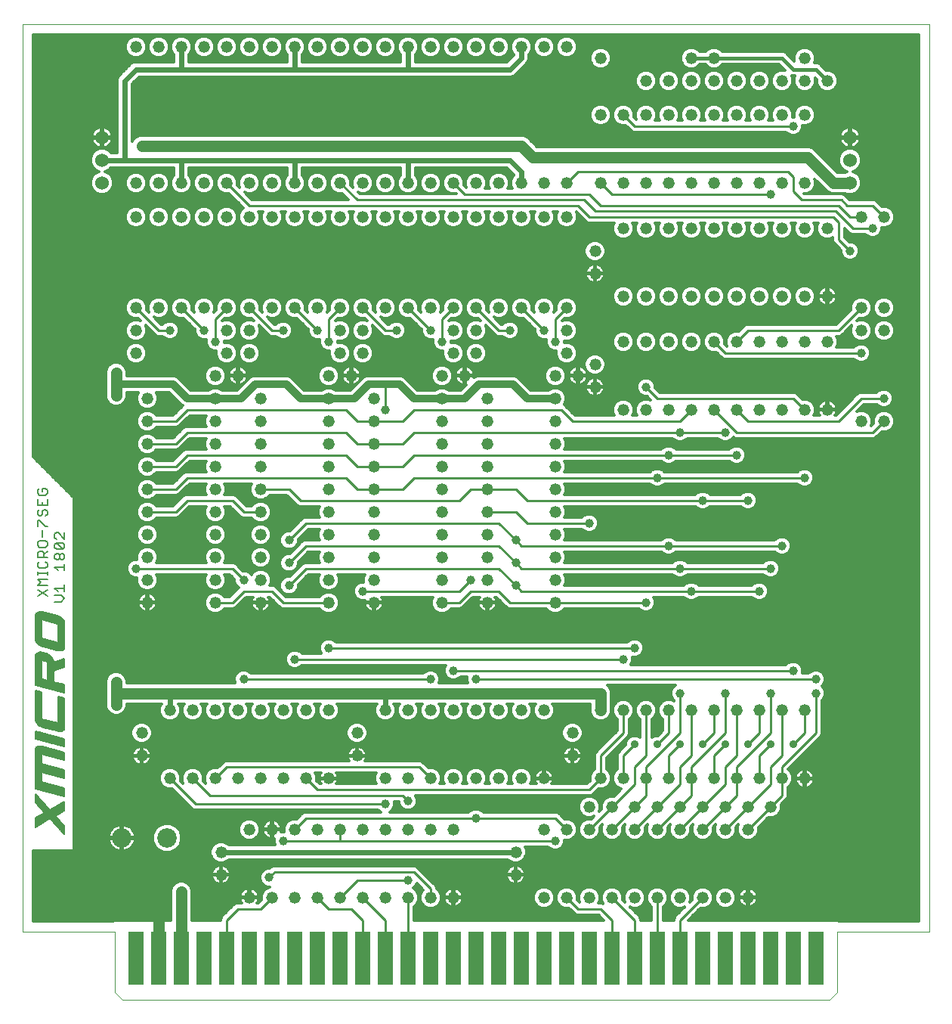
<source format=gtl>
G75*
G70*
%OFA0B0*%
%FSLAX24Y24*%
%IPPOS*%
%LPD*%
%AMOC8*
5,1,8,0,0,1.08239X$1,22.5*
%
%ADD10C,0.0000*%
%ADD11C,0.0080*%
%ADD12R,0.0650X0.2350*%
%ADD13C,0.0520*%
%ADD14C,0.0600*%
%ADD15C,0.0860*%
%ADD16C,0.2500*%
%ADD17C,0.0500*%
%ADD18C,0.0475*%
%ADD19C,0.0120*%
%ADD20C,0.0396*%
%ADD21C,0.0320*%
%ADD22C,0.0100*%
%ADD23C,0.0240*%
%ADD24C,0.0357*%
%ADD25C,0.0160*%
%ADD26C,0.0060*%
D10*
X000180Y003100D02*
X004180Y003100D01*
X004250Y003100D01*
X004250Y000420D01*
X004570Y000100D01*
X035790Y000100D01*
X036110Y000420D01*
X036110Y003100D01*
X036180Y003100D01*
X040180Y003100D01*
X040180Y043100D01*
X000180Y043100D01*
X000180Y003100D01*
D11*
X001595Y017640D02*
X001875Y017640D01*
X002015Y017780D01*
X001875Y017920D01*
X001595Y017920D01*
X001735Y018100D02*
X001595Y018241D01*
X002015Y018241D01*
X002015Y018381D02*
X002015Y018100D01*
X001265Y018170D02*
X000845Y017890D01*
X000845Y018170D02*
X001265Y017890D01*
X001265Y018350D02*
X000845Y018350D01*
X000985Y018491D01*
X000845Y018631D01*
X001265Y018631D01*
X001265Y018811D02*
X001265Y018951D01*
X001265Y018881D02*
X000845Y018881D01*
X000845Y018811D02*
X000845Y018951D01*
X000915Y019118D02*
X001195Y019118D01*
X001265Y019188D01*
X001265Y019328D01*
X001195Y019398D01*
X001265Y019578D02*
X000845Y019578D01*
X000845Y019788D01*
X000915Y019858D01*
X001055Y019858D01*
X001125Y019788D01*
X001125Y019578D01*
X001125Y019718D02*
X001265Y019858D01*
X001195Y020038D02*
X001265Y020109D01*
X001265Y020249D01*
X001195Y020319D01*
X000915Y020319D01*
X000845Y020249D01*
X000845Y020109D01*
X000915Y020038D01*
X001195Y020038D01*
X001595Y020012D02*
X001595Y020152D01*
X001665Y020222D01*
X001945Y019942D01*
X002015Y020012D01*
X002015Y020152D01*
X001945Y020222D01*
X001665Y020222D01*
X001665Y020402D02*
X001595Y020472D01*
X001595Y020613D01*
X001665Y020683D01*
X001735Y020683D01*
X002015Y020402D01*
X002015Y020683D01*
X001945Y019942D02*
X001665Y019942D01*
X001595Y020012D01*
X001665Y019762D02*
X001595Y019692D01*
X001595Y019552D01*
X001665Y019482D01*
X001735Y019482D01*
X001805Y019552D01*
X001805Y019692D01*
X001875Y019762D01*
X001945Y019762D01*
X002015Y019692D01*
X002015Y019552D01*
X001945Y019482D01*
X001875Y019482D01*
X001805Y019552D01*
X001805Y019692D02*
X001735Y019762D01*
X001665Y019762D01*
X002015Y019301D02*
X002015Y019021D01*
X002015Y019161D02*
X001595Y019161D01*
X001735Y019021D01*
X000915Y019118D02*
X000845Y019188D01*
X000845Y019328D01*
X000915Y019398D01*
X001055Y020499D02*
X001055Y020779D01*
X001195Y020959D02*
X001265Y020959D01*
X001195Y020959D02*
X000915Y021240D01*
X000845Y021240D01*
X000845Y020959D01*
X000915Y021420D02*
X000985Y021420D01*
X001055Y021490D01*
X001055Y021630D01*
X001125Y021700D01*
X001195Y021700D01*
X001265Y021630D01*
X001265Y021490D01*
X001195Y021420D01*
X000915Y021420D02*
X000845Y021490D01*
X000845Y021630D01*
X000915Y021700D01*
X000845Y021880D02*
X001265Y021880D01*
X001265Y022160D01*
X001195Y022340D02*
X001265Y022411D01*
X001265Y022551D01*
X001195Y022621D01*
X001055Y022621D01*
X001055Y022481D01*
X000915Y022621D02*
X000845Y022551D01*
X000845Y022411D01*
X000915Y022340D01*
X001195Y022340D01*
X001055Y022020D02*
X001055Y021880D01*
X000845Y021880D02*
X000845Y022160D01*
D12*
X005180Y001915D03*
X006180Y001915D03*
X007180Y001915D03*
X008180Y001915D03*
X009180Y001915D03*
X010180Y001915D03*
X011180Y001915D03*
X012180Y001915D03*
X013180Y001915D03*
X014180Y001915D03*
X015180Y001915D03*
X016180Y001915D03*
X017180Y001915D03*
X018180Y001915D03*
X019180Y001915D03*
X020180Y001915D03*
X021180Y001915D03*
X022180Y001915D03*
X023180Y001915D03*
X024180Y001915D03*
X025180Y001915D03*
X026180Y001915D03*
X027180Y001915D03*
X028180Y001915D03*
X029180Y001915D03*
X030180Y001915D03*
X031180Y001915D03*
X032180Y001915D03*
X033180Y001915D03*
X034180Y001915D03*
X035180Y001915D03*
D13*
X032180Y004600D03*
X031180Y004600D03*
X030180Y004600D03*
X029180Y004600D03*
X028180Y004600D03*
X027180Y004600D03*
X026180Y004600D03*
X025180Y004600D03*
X024180Y004600D03*
X023180Y004600D03*
X021930Y005600D03*
X021930Y006600D03*
X023180Y007600D03*
X024180Y007600D03*
X025180Y007600D03*
X025180Y008600D03*
X026180Y008600D03*
X026180Y007600D03*
X027180Y007600D03*
X027180Y008600D03*
X028180Y008600D03*
X028180Y007600D03*
X029180Y007600D03*
X029180Y008600D03*
X030180Y008600D03*
X030180Y007600D03*
X031180Y007600D03*
X031180Y008600D03*
X032180Y008600D03*
X032180Y007600D03*
X033180Y008600D03*
X032680Y009850D03*
X031680Y009850D03*
X030680Y009850D03*
X029680Y009850D03*
X028680Y009850D03*
X027680Y009850D03*
X026680Y009850D03*
X025680Y009850D03*
X024430Y010850D03*
X024430Y011850D03*
X023180Y012850D03*
X022180Y012850D03*
X021180Y012850D03*
X020180Y012850D03*
X019180Y012850D03*
X018180Y012850D03*
X017180Y012850D03*
X016180Y012850D03*
X014930Y011850D03*
X014930Y010850D03*
X013680Y009850D03*
X012680Y009850D03*
X011680Y009850D03*
X010680Y009850D03*
X009680Y009850D03*
X008680Y009850D03*
X007680Y009850D03*
X006680Y009850D03*
X005430Y010850D03*
X005430Y011850D03*
X006680Y012850D03*
X007680Y012850D03*
X008680Y012850D03*
X009680Y012850D03*
X010680Y012850D03*
X011680Y012850D03*
X012680Y012850D03*
X013680Y012850D03*
X016180Y009850D03*
X017180Y009850D03*
X018180Y009850D03*
X019180Y009850D03*
X020180Y009850D03*
X021180Y009850D03*
X022180Y009850D03*
X023180Y009850D03*
X025680Y012850D03*
X026680Y012850D03*
X027680Y012850D03*
X028680Y012850D03*
X029680Y012850D03*
X030680Y012850D03*
X031680Y012850D03*
X032680Y012850D03*
X033680Y012850D03*
X034680Y012850D03*
X034680Y009850D03*
X033680Y009850D03*
X023680Y017600D03*
X023680Y018600D03*
X023680Y019600D03*
X023680Y020600D03*
X023680Y021600D03*
X023680Y022600D03*
X023680Y023600D03*
X023680Y024600D03*
X023680Y025600D03*
X023680Y026600D03*
X023680Y027600D03*
X024680Y027600D03*
X025430Y027100D03*
X025430Y028100D03*
X026680Y029100D03*
X027680Y029100D03*
X028680Y029100D03*
X029680Y029100D03*
X030680Y029100D03*
X031680Y029100D03*
X032680Y029100D03*
X033680Y029100D03*
X034680Y029100D03*
X035680Y029100D03*
X037180Y029600D03*
X037180Y030600D03*
X038180Y030600D03*
X038180Y029600D03*
X035680Y031100D03*
X034680Y031100D03*
X033680Y031100D03*
X032680Y031100D03*
X031680Y031100D03*
X030680Y031100D03*
X029680Y031100D03*
X028680Y031100D03*
X027680Y031100D03*
X026680Y031100D03*
X025430Y032100D03*
X025430Y033100D03*
X026680Y034100D03*
X027680Y034100D03*
X028680Y034100D03*
X029680Y034100D03*
X030680Y034100D03*
X031680Y034100D03*
X032680Y034100D03*
X033680Y034100D03*
X034680Y034100D03*
X035680Y034100D03*
X037180Y034600D03*
X038180Y034600D03*
X034680Y036100D03*
X033680Y036100D03*
X032680Y036100D03*
X031680Y036100D03*
X030680Y036100D03*
X029680Y036100D03*
X028680Y036100D03*
X027680Y036100D03*
X026680Y036100D03*
X025680Y036100D03*
X024180Y036100D03*
X023180Y036100D03*
X022180Y036100D03*
X021180Y036100D03*
X020180Y036100D03*
X019180Y036100D03*
X018180Y036100D03*
X017180Y036100D03*
X016180Y036100D03*
X015180Y036100D03*
X014180Y036100D03*
X013180Y036100D03*
X012180Y036100D03*
X011180Y036100D03*
X010180Y036100D03*
X009180Y036100D03*
X008180Y036100D03*
X007180Y036100D03*
X006180Y036100D03*
X005180Y036100D03*
X005180Y034600D03*
X006180Y034600D03*
X007180Y034600D03*
X008180Y034600D03*
X009180Y034600D03*
X010180Y034600D03*
X011180Y034600D03*
X012180Y034600D03*
X013180Y034600D03*
X014180Y034600D03*
X015180Y034600D03*
X016180Y034600D03*
X017180Y034600D03*
X018180Y034600D03*
X019180Y034600D03*
X020180Y034600D03*
X021180Y034600D03*
X022180Y034600D03*
X023180Y034600D03*
X024180Y034600D03*
X024180Y030600D03*
X024180Y029600D03*
X024180Y028600D03*
X023180Y030600D03*
X022180Y030600D03*
X021180Y030600D03*
X020180Y030600D03*
X020180Y029600D03*
X020180Y028600D03*
X019180Y028600D03*
X019180Y029600D03*
X019180Y030600D03*
X018180Y030600D03*
X017180Y030600D03*
X016180Y030600D03*
X015180Y030600D03*
X015180Y029600D03*
X015180Y028600D03*
X014180Y028600D03*
X014180Y029600D03*
X014180Y030600D03*
X013180Y030600D03*
X012180Y030600D03*
X011180Y030600D03*
X010180Y030600D03*
X010180Y029600D03*
X010180Y028600D03*
X009180Y028600D03*
X009180Y029600D03*
X009180Y030600D03*
X008180Y030600D03*
X007180Y030600D03*
X006180Y030600D03*
X005180Y030600D03*
X005180Y029600D03*
X005180Y028600D03*
X005680Y026600D03*
X005680Y025600D03*
X005680Y024600D03*
X005680Y023600D03*
X005680Y022600D03*
X005680Y021600D03*
X005680Y020600D03*
X005680Y019600D03*
X005680Y018600D03*
X005680Y017600D03*
X008680Y017600D03*
X008680Y018600D03*
X008680Y019600D03*
X008680Y020600D03*
X008680Y021600D03*
X008680Y022600D03*
X008680Y023600D03*
X008680Y024600D03*
X008680Y025600D03*
X008680Y026600D03*
X008680Y027600D03*
X009680Y027600D03*
X010680Y026600D03*
X010680Y025600D03*
X010680Y024600D03*
X010680Y023600D03*
X010680Y022600D03*
X010680Y021600D03*
X010680Y020600D03*
X010680Y019600D03*
X010680Y018600D03*
X010680Y017600D03*
X013680Y017600D03*
X013680Y018600D03*
X013680Y019600D03*
X013680Y020600D03*
X013680Y021600D03*
X013680Y022600D03*
X013680Y023600D03*
X013680Y024600D03*
X013680Y025600D03*
X013680Y026600D03*
X013680Y027600D03*
X014680Y027600D03*
X015680Y026600D03*
X015680Y025600D03*
X015680Y024600D03*
X015680Y023600D03*
X015680Y022600D03*
X015680Y021600D03*
X015680Y020600D03*
X015680Y019600D03*
X015680Y018600D03*
X015680Y017600D03*
X018680Y017600D03*
X018680Y018600D03*
X018680Y019600D03*
X018680Y020600D03*
X018680Y021600D03*
X018680Y022600D03*
X018680Y023600D03*
X018680Y024600D03*
X018680Y025600D03*
X018680Y026600D03*
X018680Y027600D03*
X019680Y027600D03*
X020680Y026600D03*
X020680Y025600D03*
X020680Y024600D03*
X020680Y023600D03*
X020680Y022600D03*
X020680Y021600D03*
X020680Y020600D03*
X020680Y019600D03*
X020680Y018600D03*
X020680Y017600D03*
X026680Y026100D03*
X027680Y026100D03*
X028680Y026100D03*
X029680Y026100D03*
X030680Y026100D03*
X031680Y026100D03*
X032680Y026100D03*
X033680Y026100D03*
X034680Y026100D03*
X035680Y026100D03*
X037180Y025600D03*
X038180Y025600D03*
X034680Y039100D03*
X033680Y039100D03*
X032680Y039100D03*
X031680Y039100D03*
X030680Y039100D03*
X029680Y039100D03*
X028680Y039100D03*
X027680Y039100D03*
X026680Y039100D03*
X025680Y039100D03*
X027680Y040600D03*
X028680Y040600D03*
X029680Y040600D03*
X029680Y041600D03*
X030680Y041600D03*
X030680Y040600D03*
X031680Y040600D03*
X032680Y040600D03*
X033680Y040600D03*
X034680Y040600D03*
X034680Y041600D03*
X035680Y040600D03*
X025680Y041600D03*
X024180Y042100D03*
X023180Y042100D03*
X022180Y042100D03*
X021180Y042100D03*
X020180Y042100D03*
X019180Y042100D03*
X018180Y042100D03*
X017180Y042100D03*
X016180Y042100D03*
X015180Y042100D03*
X014180Y042100D03*
X013180Y042100D03*
X012180Y042100D03*
X011180Y042100D03*
X010180Y042100D03*
X009180Y042100D03*
X008180Y042100D03*
X007180Y042100D03*
X006180Y042100D03*
X005180Y042100D03*
X010180Y007600D03*
X011180Y007600D03*
X012180Y007600D03*
X013180Y007600D03*
X014180Y007600D03*
X015180Y007600D03*
X016180Y007600D03*
X017180Y007600D03*
X018180Y007600D03*
X019180Y007600D03*
X019180Y004600D03*
X018180Y004600D03*
X017180Y004600D03*
X016180Y004600D03*
X015180Y004600D03*
X014180Y004600D03*
X013180Y004600D03*
X012180Y004600D03*
X011180Y004600D03*
X010180Y004600D03*
X008930Y005600D03*
X008930Y006600D03*
D14*
X003680Y036100D03*
X003680Y037100D03*
X003680Y038100D03*
X036680Y038100D03*
X036680Y037100D03*
X036680Y036100D03*
D15*
X006555Y007225D03*
X004555Y007225D03*
D16*
X002180Y005100D03*
X002180Y041100D03*
X038180Y041100D03*
X038180Y005100D03*
D17*
X025680Y012850D02*
X025680Y013600D01*
X016180Y013600D01*
X006680Y013600D01*
X004305Y013600D01*
X004305Y014100D01*
X004305Y013600D02*
X004305Y013100D01*
X006180Y004850D02*
X006180Y004350D01*
X006180Y003850D01*
X006180Y001915D01*
X007180Y001915D02*
X007180Y003850D01*
X007180Y004350D01*
X007180Y004850D01*
X004305Y026725D02*
X004305Y027225D01*
X004305Y027725D01*
X005430Y037725D02*
X005930Y037725D01*
X022180Y037725D01*
X022680Y037225D01*
X034805Y037225D01*
X035930Y036100D01*
X036680Y036100D01*
D18*
X025680Y013600D03*
X007180Y004850D03*
X007180Y004350D03*
X007180Y003850D03*
X006180Y003850D03*
X006180Y004350D03*
X006180Y004850D03*
X004305Y013100D03*
X004305Y013600D03*
X004305Y014100D03*
X004305Y026725D03*
X004305Y027225D03*
X004305Y027725D03*
X005430Y037725D03*
X005930Y037725D03*
D19*
X005338Y038185D02*
X005169Y038115D01*
X005040Y037986D01*
X005010Y037913D01*
X005010Y040463D01*
X005317Y040770D01*
X021746Y040770D01*
X021867Y040820D01*
X022367Y041320D01*
X022460Y041413D01*
X022510Y041534D01*
X022510Y041765D01*
X022578Y041834D01*
X022650Y042007D01*
X022650Y042193D01*
X022578Y042366D01*
X022446Y042498D01*
X022273Y042570D01*
X022087Y042570D01*
X021914Y042498D01*
X021782Y042366D01*
X021710Y042193D01*
X021710Y042007D01*
X021782Y041834D01*
X021850Y041765D01*
X021850Y041737D01*
X021543Y041430D01*
X017510Y041430D01*
X017510Y041765D01*
X017578Y041834D01*
X017650Y042007D01*
X017650Y042193D01*
X017578Y042366D01*
X017446Y042498D01*
X017273Y042570D01*
X017087Y042570D01*
X016914Y042498D01*
X016782Y042366D01*
X016710Y042193D01*
X016710Y042007D01*
X016782Y041834D01*
X016850Y041765D01*
X016850Y041430D01*
X012510Y041430D01*
X012510Y041765D01*
X012578Y041834D01*
X012650Y042007D01*
X012650Y042193D01*
X012578Y042366D01*
X012446Y042498D01*
X012273Y042570D01*
X012087Y042570D01*
X011914Y042498D01*
X011782Y042366D01*
X011710Y042193D01*
X011710Y042007D01*
X011782Y041834D01*
X011850Y041765D01*
X011850Y041430D01*
X007510Y041430D01*
X007510Y041765D01*
X007578Y041834D01*
X007650Y042007D01*
X007650Y042193D01*
X007578Y042366D01*
X007446Y042498D01*
X007273Y042570D01*
X007087Y042570D01*
X006914Y042498D01*
X006782Y042366D01*
X006710Y042193D01*
X006710Y042007D01*
X006782Y041834D01*
X006850Y041765D01*
X006850Y041430D01*
X005114Y041430D01*
X004993Y041380D01*
X004493Y040880D01*
X004400Y040787D01*
X004350Y040666D01*
X004350Y037430D01*
X004071Y037430D01*
X003969Y037532D01*
X003781Y037610D01*
X003579Y037610D01*
X003391Y037532D01*
X003248Y037389D01*
X003170Y037201D01*
X003170Y036999D01*
X003248Y036811D01*
X003391Y036668D01*
X003554Y036600D01*
X003391Y036532D01*
X003248Y036389D01*
X003170Y036201D01*
X003170Y035999D01*
X003248Y035811D01*
X003391Y035668D01*
X003579Y035590D01*
X003781Y035590D01*
X003969Y035668D01*
X004112Y035811D01*
X004190Y035999D01*
X004190Y036201D01*
X004112Y036389D01*
X003969Y036532D01*
X003806Y036600D01*
X003969Y036668D01*
X004071Y036770D01*
X006850Y036770D01*
X006850Y036435D01*
X006782Y036366D01*
X006710Y036193D01*
X006710Y036007D01*
X006782Y035834D01*
X006914Y035702D01*
X007087Y035630D01*
X007273Y035630D01*
X007446Y035702D01*
X007578Y035834D01*
X007650Y036007D01*
X007650Y036193D01*
X007578Y036366D01*
X007510Y036435D01*
X007510Y036770D01*
X011850Y036770D01*
X011850Y036435D01*
X011782Y036366D01*
X011710Y036193D01*
X011710Y036007D01*
X011782Y035834D01*
X011914Y035702D01*
X012087Y035630D01*
X012273Y035630D01*
X012446Y035702D01*
X012578Y035834D01*
X012650Y036007D01*
X012650Y036193D01*
X012578Y036366D01*
X012510Y036435D01*
X012510Y036770D01*
X016850Y036770D01*
X016850Y036435D01*
X016782Y036366D01*
X016710Y036193D01*
X016710Y036007D01*
X016782Y035834D01*
X016914Y035702D01*
X017087Y035630D01*
X017273Y035630D01*
X017446Y035702D01*
X017578Y035834D01*
X017650Y036007D01*
X017650Y036193D01*
X017578Y036366D01*
X017510Y036435D01*
X017510Y036770D01*
X021543Y036770D01*
X021850Y036463D01*
X021850Y036435D01*
X021782Y036366D01*
X021710Y036193D01*
X021710Y036007D01*
X021771Y035860D01*
X021589Y035860D01*
X021650Y036007D01*
X021650Y036193D01*
X021578Y036366D01*
X021446Y036498D01*
X021273Y036570D01*
X021087Y036570D01*
X020914Y036498D01*
X020782Y036366D01*
X020710Y036193D01*
X020710Y036007D01*
X020771Y035860D01*
X020589Y035860D01*
X020650Y036007D01*
X020650Y036193D01*
X020578Y036366D01*
X020446Y036498D01*
X020273Y036570D01*
X020087Y036570D01*
X019914Y036498D01*
X019782Y036366D01*
X019710Y036193D01*
X019710Y036007D01*
X019759Y035889D01*
X019647Y036000D01*
X019650Y036007D01*
X019650Y036193D01*
X019578Y036366D01*
X019446Y036498D01*
X019273Y036570D01*
X019087Y036570D01*
X018914Y036498D01*
X018782Y036366D01*
X018710Y036193D01*
X018710Y036007D01*
X018782Y035834D01*
X018914Y035702D01*
X019087Y035630D01*
X019273Y035630D01*
X019280Y035633D01*
X019302Y035610D01*
X015038Y035610D01*
X014969Y035679D01*
X015087Y035630D01*
X015273Y035630D01*
X015446Y035702D01*
X015578Y035834D01*
X015650Y036007D01*
X015650Y036193D01*
X015578Y036366D01*
X015446Y036498D01*
X015273Y036570D01*
X015087Y036570D01*
X014914Y036498D01*
X014782Y036366D01*
X014710Y036193D01*
X014710Y036007D01*
X014759Y035889D01*
X014647Y036000D01*
X014650Y036007D01*
X014650Y036193D01*
X014578Y036366D01*
X014446Y036498D01*
X014273Y036570D01*
X014087Y036570D01*
X013914Y036498D01*
X013782Y036366D01*
X013710Y036193D01*
X013710Y036007D01*
X013782Y035834D01*
X013914Y035702D01*
X014087Y035630D01*
X014273Y035630D01*
X014280Y035633D01*
X014552Y035360D01*
X010288Y035360D01*
X009969Y035679D01*
X010087Y035630D01*
X010273Y035630D01*
X010446Y035702D01*
X010578Y035834D01*
X010650Y036007D01*
X010650Y036193D01*
X010578Y036366D01*
X010446Y036498D01*
X010273Y036570D01*
X010087Y036570D01*
X009914Y036498D01*
X009782Y036366D01*
X009710Y036193D01*
X009710Y036007D01*
X009759Y035889D01*
X009647Y036000D01*
X009650Y036007D01*
X009650Y036193D01*
X009578Y036366D01*
X009446Y036498D01*
X009273Y036570D01*
X009087Y036570D01*
X008914Y036498D01*
X008782Y036366D01*
X008710Y036193D01*
X008710Y036007D01*
X008782Y035834D01*
X008914Y035702D01*
X009087Y035630D01*
X009273Y035630D01*
X009280Y035633D01*
X009914Y034998D01*
X009914Y034998D01*
X009782Y034866D01*
X009710Y034693D01*
X009710Y034507D01*
X009782Y034334D01*
X009914Y034202D01*
X010087Y034130D01*
X010273Y034130D01*
X010446Y034202D01*
X010578Y034334D01*
X010650Y034507D01*
X010650Y034693D01*
X010589Y034840D01*
X010771Y034840D01*
X010710Y034693D01*
X010710Y034507D01*
X010782Y034334D01*
X010914Y034202D01*
X011087Y034130D01*
X011273Y034130D01*
X011446Y034202D01*
X011578Y034334D01*
X011650Y034507D01*
X011650Y034693D01*
X011589Y034840D01*
X011771Y034840D01*
X011710Y034693D01*
X011710Y034507D01*
X011782Y034334D01*
X011914Y034202D01*
X012087Y034130D01*
X012273Y034130D01*
X012446Y034202D01*
X012578Y034334D01*
X012650Y034507D01*
X012650Y034693D01*
X012589Y034840D01*
X012771Y034840D01*
X012710Y034693D01*
X012710Y034507D01*
X012782Y034334D01*
X012914Y034202D01*
X013087Y034130D01*
X013273Y034130D01*
X013446Y034202D01*
X013578Y034334D01*
X013650Y034507D01*
X013650Y034693D01*
X013589Y034840D01*
X013771Y034840D01*
X013710Y034693D01*
X013710Y034507D01*
X013782Y034334D01*
X013914Y034202D01*
X014087Y034130D01*
X014273Y034130D01*
X014446Y034202D01*
X014578Y034334D01*
X014650Y034507D01*
X014650Y034693D01*
X014589Y034840D01*
X014771Y034840D01*
X014710Y034693D01*
X014710Y034507D01*
X014782Y034334D01*
X014914Y034202D01*
X015087Y034130D01*
X015273Y034130D01*
X015446Y034202D01*
X015578Y034334D01*
X015650Y034507D01*
X015650Y034693D01*
X015589Y034840D01*
X015771Y034840D01*
X015710Y034693D01*
X015710Y034507D01*
X015782Y034334D01*
X015914Y034202D01*
X016087Y034130D01*
X016273Y034130D01*
X016446Y034202D01*
X016578Y034334D01*
X016650Y034507D01*
X016650Y034693D01*
X016589Y034840D01*
X016771Y034840D01*
X016710Y034693D01*
X016710Y034507D01*
X016782Y034334D01*
X016914Y034202D01*
X017087Y034130D01*
X017273Y034130D01*
X017446Y034202D01*
X017578Y034334D01*
X017650Y034507D01*
X017650Y034693D01*
X017589Y034840D01*
X017771Y034840D01*
X017710Y034693D01*
X017710Y034507D01*
X017782Y034334D01*
X017914Y034202D01*
X018087Y034130D01*
X018273Y034130D01*
X018446Y034202D01*
X018578Y034334D01*
X018650Y034507D01*
X018650Y034693D01*
X018589Y034840D01*
X018771Y034840D01*
X018710Y034693D01*
X018710Y034507D01*
X018782Y034334D01*
X018914Y034202D01*
X019087Y034130D01*
X019273Y034130D01*
X019446Y034202D01*
X019578Y034334D01*
X019650Y034507D01*
X019650Y034693D01*
X019589Y034840D01*
X019771Y034840D01*
X019710Y034693D01*
X019710Y034507D01*
X019782Y034334D01*
X019914Y034202D01*
X020087Y034130D01*
X020273Y034130D01*
X020446Y034202D01*
X020578Y034334D01*
X020650Y034507D01*
X020650Y034693D01*
X020589Y034840D01*
X020771Y034840D01*
X020710Y034693D01*
X020710Y034507D01*
X020782Y034334D01*
X020914Y034202D01*
X021087Y034130D01*
X021273Y034130D01*
X021446Y034202D01*
X021578Y034334D01*
X021650Y034507D01*
X021650Y034693D01*
X021589Y034840D01*
X021771Y034840D01*
X021710Y034693D01*
X021710Y034507D01*
X021782Y034334D01*
X021914Y034202D01*
X022087Y034130D01*
X022273Y034130D01*
X022446Y034202D01*
X022578Y034334D01*
X022650Y034507D01*
X022650Y034693D01*
X022589Y034840D01*
X022771Y034840D01*
X022710Y034693D01*
X022710Y034507D01*
X022782Y034334D01*
X022914Y034202D01*
X023087Y034130D01*
X023273Y034130D01*
X023446Y034202D01*
X023578Y034334D01*
X023650Y034507D01*
X023650Y034693D01*
X023589Y034840D01*
X023771Y034840D01*
X023710Y034693D01*
X023710Y034507D01*
X023782Y034334D01*
X023914Y034202D01*
X024087Y034130D01*
X024273Y034130D01*
X024446Y034202D01*
X024578Y034334D01*
X024650Y034507D01*
X024650Y034693D01*
X024601Y034811D01*
X025033Y034380D01*
X025128Y034340D01*
X026271Y034340D01*
X026210Y034193D01*
X026210Y034007D01*
X026282Y033834D01*
X026414Y033702D01*
X026587Y033630D01*
X026773Y033630D01*
X026946Y033702D01*
X027078Y033834D01*
X027150Y034007D01*
X027150Y034193D01*
X027089Y034340D01*
X027271Y034340D01*
X027210Y034193D01*
X027210Y034007D01*
X027282Y033834D01*
X027414Y033702D01*
X027587Y033630D01*
X027773Y033630D01*
X027946Y033702D01*
X028078Y033834D01*
X028150Y034007D01*
X028150Y034193D01*
X028089Y034340D01*
X028271Y034340D01*
X028210Y034193D01*
X028210Y034007D01*
X028282Y033834D01*
X028414Y033702D01*
X028587Y033630D01*
X028773Y033630D01*
X028946Y033702D01*
X029078Y033834D01*
X029150Y034007D01*
X029150Y034193D01*
X029089Y034340D01*
X029271Y034340D01*
X029210Y034193D01*
X029210Y034007D01*
X029282Y033834D01*
X029414Y033702D01*
X029587Y033630D01*
X029773Y033630D01*
X029946Y033702D01*
X030078Y033834D01*
X030150Y034007D01*
X030150Y034193D01*
X030089Y034340D01*
X030271Y034340D01*
X030210Y034193D01*
X030210Y034007D01*
X030282Y033834D01*
X030414Y033702D01*
X030587Y033630D01*
X030773Y033630D01*
X030946Y033702D01*
X031078Y033834D01*
X031150Y034007D01*
X031150Y034193D01*
X031089Y034340D01*
X031271Y034340D01*
X031210Y034193D01*
X031210Y034007D01*
X031282Y033834D01*
X031414Y033702D01*
X031587Y033630D01*
X031773Y033630D01*
X031946Y033702D01*
X032078Y033834D01*
X032150Y034007D01*
X032150Y034193D01*
X032089Y034340D01*
X032271Y034340D01*
X032210Y034193D01*
X032210Y034007D01*
X032282Y033834D01*
X032414Y033702D01*
X032587Y033630D01*
X032773Y033630D01*
X032946Y033702D01*
X033078Y033834D01*
X033150Y034007D01*
X033150Y034193D01*
X033089Y034340D01*
X033271Y034340D01*
X033210Y034193D01*
X033210Y034007D01*
X033282Y033834D01*
X033414Y033702D01*
X033587Y033630D01*
X033773Y033630D01*
X033946Y033702D01*
X034078Y033834D01*
X034150Y034007D01*
X034150Y034193D01*
X034089Y034340D01*
X034271Y034340D01*
X034210Y034193D01*
X034210Y034007D01*
X034282Y033834D01*
X034414Y033702D01*
X034587Y033630D01*
X034773Y033630D01*
X034946Y033702D01*
X035078Y033834D01*
X035150Y034007D01*
X035150Y034193D01*
X035089Y034340D01*
X035271Y034340D01*
X035210Y034193D01*
X035210Y034007D01*
X035282Y033834D01*
X035414Y033702D01*
X035587Y033630D01*
X035773Y033630D01*
X035920Y033691D01*
X035920Y033548D01*
X035960Y033453D01*
X036033Y033380D01*
X036272Y033140D01*
X036272Y033019D01*
X036334Y032869D01*
X036449Y032754D01*
X036599Y032692D01*
X036761Y032692D01*
X036911Y032754D01*
X037026Y032869D01*
X037088Y033019D01*
X037088Y033181D01*
X037026Y033331D01*
X036911Y033446D01*
X036761Y033508D01*
X036640Y033508D01*
X036440Y033708D01*
X036440Y034097D01*
X036585Y033953D01*
X036658Y033880D01*
X036753Y033840D01*
X037363Y033840D01*
X037449Y033754D01*
X037599Y033692D01*
X037761Y033692D01*
X037911Y033754D01*
X038026Y033869D01*
X038088Y034019D01*
X038088Y034130D01*
X038273Y034130D01*
X038446Y034202D01*
X038578Y034334D01*
X038650Y034507D01*
X038650Y034693D01*
X038578Y034866D01*
X038446Y034998D01*
X038273Y035070D01*
X038087Y035070D01*
X038080Y035067D01*
X037827Y035320D01*
X037732Y035360D01*
X036663Y035360D01*
X036452Y035570D01*
X036357Y035610D01*
X034663Y035610D01*
X034643Y035630D01*
X034773Y035630D01*
X034946Y035702D01*
X035078Y035834D01*
X035150Y036007D01*
X035150Y036193D01*
X035125Y036255D01*
X035669Y035710D01*
X035838Y035640D01*
X036458Y035640D01*
X036579Y035590D01*
X036781Y035590D01*
X036969Y035668D01*
X037112Y035811D01*
X037190Y035999D01*
X037190Y036201D01*
X037112Y036389D01*
X036969Y036532D01*
X036806Y036600D01*
X036969Y036668D01*
X037112Y036811D01*
X037190Y036999D01*
X037190Y037201D01*
X037112Y037389D01*
X036969Y037532D01*
X036781Y037610D01*
X036579Y037610D01*
X036391Y037532D01*
X036248Y037389D01*
X036170Y037201D01*
X036170Y036999D01*
X036248Y036811D01*
X036391Y036668D01*
X036554Y036600D01*
X036458Y036560D01*
X036121Y036560D01*
X035195Y037486D01*
X035066Y037615D01*
X034896Y037685D01*
X022871Y037685D01*
X022570Y037986D01*
X022441Y038115D01*
X022271Y038185D01*
X005338Y038185D01*
X005317Y038176D02*
X005010Y038176D01*
X005010Y038058D02*
X005112Y038058D01*
X005021Y037939D02*
X005010Y037939D01*
X005010Y038295D02*
X033908Y038295D01*
X033949Y038254D02*
X034099Y038192D01*
X034261Y038192D01*
X034411Y038254D01*
X034526Y038369D01*
X034588Y038519D01*
X034588Y038630D01*
X034773Y038630D01*
X034946Y038702D01*
X035078Y038834D01*
X035150Y039007D01*
X035150Y039193D01*
X035078Y039366D01*
X034946Y039498D01*
X034773Y039570D01*
X034587Y039570D01*
X034414Y039498D01*
X034282Y039366D01*
X034210Y039193D01*
X034210Y039008D01*
X034150Y039008D01*
X034150Y039193D01*
X034078Y039366D01*
X033946Y039498D01*
X033773Y039570D01*
X033587Y039570D01*
X033414Y039498D01*
X033282Y039366D01*
X033210Y039193D01*
X033210Y039007D01*
X033271Y038860D01*
X033089Y038860D01*
X033150Y039007D01*
X033150Y039193D01*
X033078Y039366D01*
X032946Y039498D01*
X032773Y039570D01*
X032587Y039570D01*
X032414Y039498D01*
X032282Y039366D01*
X032210Y039193D01*
X032210Y039007D01*
X032271Y038860D01*
X032089Y038860D01*
X032150Y039007D01*
X032150Y039193D01*
X032078Y039366D01*
X031946Y039498D01*
X031773Y039570D01*
X031587Y039570D01*
X031414Y039498D01*
X031282Y039366D01*
X031210Y039193D01*
X031210Y039007D01*
X031271Y038860D01*
X031089Y038860D01*
X031150Y039007D01*
X031150Y039193D01*
X031078Y039366D01*
X030946Y039498D01*
X030773Y039570D01*
X030587Y039570D01*
X030414Y039498D01*
X030282Y039366D01*
X030210Y039193D01*
X030210Y039007D01*
X030271Y038860D01*
X030089Y038860D01*
X030150Y039007D01*
X030150Y039193D01*
X030078Y039366D01*
X029946Y039498D01*
X029773Y039570D01*
X029587Y039570D01*
X029414Y039498D01*
X029282Y039366D01*
X029210Y039193D01*
X029210Y039007D01*
X029271Y038860D01*
X029089Y038860D01*
X029150Y039007D01*
X029150Y039193D01*
X029078Y039366D01*
X028946Y039498D01*
X028773Y039570D01*
X028587Y039570D01*
X028414Y039498D01*
X028282Y039366D01*
X028210Y039193D01*
X028210Y039007D01*
X028271Y038860D01*
X028089Y038860D01*
X028150Y039007D01*
X028150Y039193D01*
X028078Y039366D01*
X027946Y039498D01*
X027773Y039570D01*
X027587Y039570D01*
X027414Y039498D01*
X027282Y039366D01*
X027210Y039193D01*
X027210Y039007D01*
X027259Y038889D01*
X027147Y039000D01*
X027150Y039007D01*
X027150Y039193D01*
X027078Y039366D01*
X026946Y039498D01*
X026773Y039570D01*
X026587Y039570D01*
X026414Y039498D01*
X026282Y039366D01*
X026210Y039193D01*
X026210Y039007D01*
X026282Y038834D01*
X026414Y038702D01*
X026587Y038630D01*
X026773Y038630D01*
X026780Y038633D01*
X027033Y038380D01*
X027128Y038340D01*
X033863Y038340D01*
X033949Y038254D01*
X034452Y038295D02*
X036263Y038295D01*
X036254Y038277D02*
X036231Y038208D01*
X036221Y038140D01*
X036640Y038140D01*
X036640Y038559D01*
X036572Y038549D01*
X036503Y038526D01*
X036439Y038493D01*
X036380Y038451D01*
X036329Y038400D01*
X036287Y038341D01*
X036254Y038277D01*
X036226Y038176D02*
X022293Y038176D01*
X022498Y038058D02*
X036221Y038058D01*
X036221Y038060D02*
X036231Y037992D01*
X036254Y037923D01*
X036287Y037859D01*
X036329Y037800D01*
X036380Y037749D01*
X036439Y037707D01*
X036503Y037674D01*
X036572Y037651D01*
X036640Y037641D01*
X036640Y038060D01*
X036720Y038060D01*
X036720Y038140D01*
X037139Y038140D01*
X037129Y038208D01*
X037106Y038277D01*
X037073Y038341D01*
X037031Y038400D01*
X036980Y038451D01*
X036921Y038493D01*
X036857Y038526D01*
X036788Y038549D01*
X036720Y038559D01*
X036720Y038140D01*
X036640Y038140D01*
X036640Y038060D01*
X036221Y038060D01*
X036249Y037939D02*
X022616Y037939D01*
X022735Y037821D02*
X036314Y037821D01*
X036448Y037702D02*
X022853Y037702D01*
X021678Y036636D02*
X017510Y036636D01*
X017510Y036754D02*
X021559Y036754D01*
X021401Y036517D02*
X021796Y036517D01*
X021814Y036399D02*
X021546Y036399D01*
X021614Y036280D02*
X021746Y036280D01*
X021710Y036162D02*
X021650Y036162D01*
X021650Y036043D02*
X021710Y036043D01*
X021744Y035925D02*
X021616Y035925D01*
X020744Y035925D02*
X020616Y035925D01*
X020650Y036043D02*
X020710Y036043D01*
X020710Y036162D02*
X020650Y036162D01*
X020614Y036280D02*
X020746Y036280D01*
X020814Y036399D02*
X020546Y036399D01*
X020401Y036517D02*
X020959Y036517D01*
X019959Y036517D02*
X019401Y036517D01*
X019546Y036399D02*
X019814Y036399D01*
X019746Y036280D02*
X019614Y036280D01*
X019650Y036162D02*
X019710Y036162D01*
X019710Y036043D02*
X019650Y036043D01*
X019723Y035925D02*
X019744Y035925D01*
X018948Y035688D02*
X018412Y035688D01*
X018446Y035702D02*
X018578Y035834D01*
X018650Y036007D01*
X018650Y036193D01*
X018578Y036366D01*
X018446Y036498D01*
X018273Y036570D01*
X018087Y036570D01*
X017914Y036498D01*
X017782Y036366D01*
X017710Y036193D01*
X017710Y036007D01*
X017782Y035834D01*
X017914Y035702D01*
X018087Y035630D01*
X018273Y035630D01*
X018446Y035702D01*
X018551Y035806D02*
X018809Y035806D01*
X018744Y035925D02*
X018616Y035925D01*
X018650Y036043D02*
X018710Y036043D01*
X018710Y036162D02*
X018650Y036162D01*
X018614Y036280D02*
X018746Y036280D01*
X018814Y036399D02*
X018546Y036399D01*
X018401Y036517D02*
X018959Y036517D01*
X017959Y036517D02*
X017510Y036517D01*
X017546Y036399D02*
X017814Y036399D01*
X017746Y036280D02*
X017614Y036280D01*
X017650Y036162D02*
X017710Y036162D01*
X017710Y036043D02*
X017650Y036043D01*
X017616Y035925D02*
X017744Y035925D01*
X017809Y035806D02*
X017551Y035806D01*
X017412Y035688D02*
X017948Y035688D01*
X017729Y034740D02*
X017631Y034740D01*
X017650Y034621D02*
X017710Y034621D01*
X017712Y034503D02*
X017648Y034503D01*
X017599Y034384D02*
X017761Y034384D01*
X017850Y034266D02*
X017510Y034266D01*
X017315Y034147D02*
X018045Y034147D01*
X018315Y034147D02*
X019045Y034147D01*
X018850Y034266D02*
X018510Y034266D01*
X018599Y034384D02*
X018761Y034384D01*
X018712Y034503D02*
X018648Y034503D01*
X018650Y034621D02*
X018710Y034621D01*
X018729Y034740D02*
X018631Y034740D01*
X019315Y034147D02*
X020045Y034147D01*
X019850Y034266D02*
X019510Y034266D01*
X019599Y034384D02*
X019761Y034384D01*
X019712Y034503D02*
X019648Y034503D01*
X019650Y034621D02*
X019710Y034621D01*
X019729Y034740D02*
X019631Y034740D01*
X020315Y034147D02*
X021045Y034147D01*
X020850Y034266D02*
X020510Y034266D01*
X020599Y034384D02*
X020761Y034384D01*
X020712Y034503D02*
X020648Y034503D01*
X020650Y034621D02*
X020710Y034621D01*
X020729Y034740D02*
X020631Y034740D01*
X021315Y034147D02*
X022045Y034147D01*
X021850Y034266D02*
X021510Y034266D01*
X021599Y034384D02*
X021761Y034384D01*
X021712Y034503D02*
X021648Y034503D01*
X021650Y034621D02*
X021710Y034621D01*
X021729Y034740D02*
X021631Y034740D01*
X022315Y034147D02*
X023045Y034147D01*
X022850Y034266D02*
X022510Y034266D01*
X022599Y034384D02*
X022761Y034384D01*
X022712Y034503D02*
X022648Y034503D01*
X022650Y034621D02*
X022710Y034621D01*
X022729Y034740D02*
X022631Y034740D01*
X023315Y034147D02*
X024045Y034147D01*
X023850Y034266D02*
X023510Y034266D01*
X023599Y034384D02*
X023761Y034384D01*
X023712Y034503D02*
X023648Y034503D01*
X023650Y034621D02*
X023710Y034621D01*
X023729Y034740D02*
X023631Y034740D01*
X024315Y034147D02*
X026210Y034147D01*
X026210Y034029D02*
X000640Y034029D01*
X000640Y034147D02*
X005045Y034147D01*
X005087Y034130D02*
X005273Y034130D01*
X005446Y034202D01*
X005578Y034334D01*
X005650Y034507D01*
X005650Y034693D01*
X005578Y034866D01*
X005446Y034998D01*
X005273Y035070D01*
X005087Y035070D01*
X004914Y034998D01*
X004782Y034866D01*
X004710Y034693D01*
X004710Y034507D01*
X004782Y034334D01*
X004914Y034202D01*
X005087Y034130D01*
X005315Y034147D02*
X006045Y034147D01*
X006087Y034130D02*
X005914Y034202D01*
X005782Y034334D01*
X005710Y034507D01*
X005710Y034693D01*
X005782Y034866D01*
X005914Y034998D01*
X006087Y035070D01*
X006273Y035070D01*
X006446Y034998D01*
X006578Y034866D01*
X006650Y034693D01*
X006650Y034507D01*
X006578Y034334D01*
X006446Y034202D01*
X006273Y034130D01*
X006087Y034130D01*
X006315Y034147D02*
X007045Y034147D01*
X007087Y034130D02*
X007273Y034130D01*
X007446Y034202D01*
X007578Y034334D01*
X007650Y034507D01*
X007650Y034693D01*
X007578Y034866D01*
X007446Y034998D01*
X007273Y035070D01*
X007087Y035070D01*
X006914Y034998D01*
X006782Y034866D01*
X006710Y034693D01*
X006710Y034507D01*
X006782Y034334D01*
X006914Y034202D01*
X007087Y034130D01*
X007315Y034147D02*
X008045Y034147D01*
X008087Y034130D02*
X007914Y034202D01*
X007782Y034334D01*
X007710Y034507D01*
X007710Y034693D01*
X007782Y034866D01*
X007914Y034998D01*
X008087Y035070D01*
X008273Y035070D01*
X008446Y034998D01*
X008578Y034866D01*
X008650Y034693D01*
X008650Y034507D01*
X008578Y034334D01*
X008446Y034202D01*
X008273Y034130D01*
X008087Y034130D01*
X008315Y034147D02*
X009045Y034147D01*
X009087Y034130D02*
X009273Y034130D01*
X009446Y034202D01*
X009578Y034334D01*
X009650Y034507D01*
X009650Y034693D01*
X009578Y034866D01*
X009446Y034998D01*
X009273Y035070D01*
X009087Y035070D01*
X008914Y034998D01*
X008782Y034866D01*
X008710Y034693D01*
X008710Y034507D01*
X008782Y034334D01*
X008914Y034202D01*
X009087Y034130D01*
X009315Y034147D02*
X010045Y034147D01*
X009850Y034266D02*
X009510Y034266D01*
X009599Y034384D02*
X009761Y034384D01*
X009712Y034503D02*
X009648Y034503D01*
X009650Y034621D02*
X009710Y034621D01*
X009729Y034740D02*
X009631Y034740D01*
X009582Y034858D02*
X009778Y034858D01*
X009892Y034977D02*
X009468Y034977D01*
X009699Y035214D02*
X000640Y035214D01*
X000640Y035332D02*
X009580Y035332D01*
X009462Y035451D02*
X000640Y035451D01*
X000640Y035569D02*
X009343Y035569D01*
X008948Y035688D02*
X008412Y035688D01*
X008446Y035702D02*
X008578Y035834D01*
X008650Y036007D01*
X008650Y036193D01*
X008578Y036366D01*
X008446Y036498D01*
X008273Y036570D01*
X008087Y036570D01*
X007914Y036498D01*
X007782Y036366D01*
X007710Y036193D01*
X007710Y036007D01*
X007782Y035834D01*
X007914Y035702D01*
X008087Y035630D01*
X008273Y035630D01*
X008446Y035702D01*
X008551Y035806D02*
X008809Y035806D01*
X008744Y035925D02*
X008616Y035925D01*
X008650Y036043D02*
X008710Y036043D01*
X008710Y036162D02*
X008650Y036162D01*
X008614Y036280D02*
X008746Y036280D01*
X008814Y036399D02*
X008546Y036399D01*
X008401Y036517D02*
X008959Y036517D01*
X009401Y036517D02*
X009959Y036517D01*
X009814Y036399D02*
X009546Y036399D01*
X009614Y036280D02*
X009746Y036280D01*
X009710Y036162D02*
X009650Y036162D01*
X009650Y036043D02*
X009710Y036043D01*
X009723Y035925D02*
X009744Y035925D01*
X010079Y035569D02*
X014343Y035569D01*
X014462Y035451D02*
X010197Y035451D01*
X010412Y035688D02*
X010948Y035688D01*
X010914Y035702D02*
X011087Y035630D01*
X011273Y035630D01*
X011446Y035702D01*
X011578Y035834D01*
X011650Y036007D01*
X011650Y036193D01*
X011578Y036366D01*
X011446Y036498D01*
X011273Y036570D01*
X011087Y036570D01*
X010914Y036498D01*
X010782Y036366D01*
X010710Y036193D01*
X010710Y036007D01*
X010782Y035834D01*
X010914Y035702D01*
X010809Y035806D02*
X010551Y035806D01*
X010616Y035925D02*
X010744Y035925D01*
X010710Y036043D02*
X010650Y036043D01*
X010650Y036162D02*
X010710Y036162D01*
X010746Y036280D02*
X010614Y036280D01*
X010546Y036399D02*
X010814Y036399D01*
X010959Y036517D02*
X010401Y036517D01*
X011401Y036517D02*
X011850Y036517D01*
X011850Y036636D02*
X007510Y036636D01*
X007510Y036754D02*
X011850Y036754D01*
X011814Y036399D02*
X011546Y036399D01*
X011614Y036280D02*
X011746Y036280D01*
X011710Y036162D02*
X011650Y036162D01*
X011650Y036043D02*
X011710Y036043D01*
X011744Y035925D02*
X011616Y035925D01*
X011551Y035806D02*
X011809Y035806D01*
X011948Y035688D02*
X011412Y035688D01*
X011631Y034740D02*
X011729Y034740D01*
X011710Y034621D02*
X011650Y034621D01*
X011648Y034503D02*
X011712Y034503D01*
X011761Y034384D02*
X011599Y034384D01*
X011510Y034266D02*
X011850Y034266D01*
X012045Y034147D02*
X011315Y034147D01*
X011045Y034147D02*
X010315Y034147D01*
X010510Y034266D02*
X010850Y034266D01*
X010761Y034384D02*
X010599Y034384D01*
X010648Y034503D02*
X010712Y034503D01*
X010710Y034621D02*
X010650Y034621D01*
X010631Y034740D02*
X010729Y034740D01*
X009817Y035095D02*
X000640Y035095D01*
X000640Y034977D02*
X004892Y034977D01*
X004778Y034858D02*
X000640Y034858D01*
X000640Y034740D02*
X004729Y034740D01*
X004710Y034621D02*
X000640Y034621D01*
X000640Y034503D02*
X004712Y034503D01*
X004761Y034384D02*
X000640Y034384D01*
X000640Y034266D02*
X004850Y034266D01*
X005510Y034266D02*
X005850Y034266D01*
X005761Y034384D02*
X005599Y034384D01*
X005648Y034503D02*
X005712Y034503D01*
X005710Y034621D02*
X005650Y034621D01*
X005631Y034740D02*
X005729Y034740D01*
X005778Y034858D02*
X005582Y034858D01*
X005468Y034977D02*
X005892Y034977D01*
X006468Y034977D02*
X006892Y034977D01*
X006778Y034858D02*
X006582Y034858D01*
X006631Y034740D02*
X006729Y034740D01*
X006710Y034621D02*
X006650Y034621D01*
X006648Y034503D02*
X006712Y034503D01*
X006761Y034384D02*
X006599Y034384D01*
X006510Y034266D02*
X006850Y034266D01*
X007510Y034266D02*
X007850Y034266D01*
X007761Y034384D02*
X007599Y034384D01*
X007648Y034503D02*
X007712Y034503D01*
X007710Y034621D02*
X007650Y034621D01*
X007631Y034740D02*
X007729Y034740D01*
X007778Y034858D02*
X007582Y034858D01*
X007468Y034977D02*
X007892Y034977D01*
X008468Y034977D02*
X008892Y034977D01*
X008778Y034858D02*
X008582Y034858D01*
X008631Y034740D02*
X008729Y034740D01*
X008710Y034621D02*
X008650Y034621D01*
X008648Y034503D02*
X008712Y034503D01*
X008761Y034384D02*
X008599Y034384D01*
X008510Y034266D02*
X008850Y034266D01*
X007948Y035688D02*
X007412Y035688D01*
X007551Y035806D02*
X007809Y035806D01*
X007744Y035925D02*
X007616Y035925D01*
X007650Y036043D02*
X007710Y036043D01*
X007710Y036162D02*
X007650Y036162D01*
X007614Y036280D02*
X007746Y036280D01*
X007814Y036399D02*
X007546Y036399D01*
X007510Y036517D02*
X007959Y036517D01*
X006948Y035688D02*
X006412Y035688D01*
X006446Y035702D02*
X006578Y035834D01*
X006650Y036007D01*
X006650Y036193D01*
X006578Y036366D01*
X006446Y036498D01*
X006273Y036570D01*
X006087Y036570D01*
X005914Y036498D01*
X005782Y036366D01*
X005710Y036193D01*
X005710Y036007D01*
X005782Y035834D01*
X005914Y035702D01*
X006087Y035630D01*
X006273Y035630D01*
X006446Y035702D01*
X006551Y035806D02*
X006809Y035806D01*
X006744Y035925D02*
X006616Y035925D01*
X006650Y036043D02*
X006710Y036043D01*
X006710Y036162D02*
X006650Y036162D01*
X006614Y036280D02*
X006746Y036280D01*
X006814Y036399D02*
X006546Y036399D01*
X006401Y036517D02*
X006850Y036517D01*
X006850Y036636D02*
X003891Y036636D01*
X003984Y036517D02*
X004959Y036517D01*
X004914Y036498D02*
X004782Y036366D01*
X004710Y036193D01*
X004710Y036007D01*
X004782Y035834D01*
X004914Y035702D01*
X005087Y035630D01*
X005273Y035630D01*
X005446Y035702D01*
X005578Y035834D01*
X005650Y036007D01*
X005650Y036193D01*
X005578Y036366D01*
X005446Y036498D01*
X005273Y036570D01*
X005087Y036570D01*
X004914Y036498D01*
X004814Y036399D02*
X004103Y036399D01*
X004157Y036280D02*
X004746Y036280D01*
X004710Y036162D02*
X004190Y036162D01*
X004190Y036043D02*
X004710Y036043D01*
X004744Y035925D02*
X004159Y035925D01*
X004107Y035806D02*
X004809Y035806D01*
X004948Y035688D02*
X003989Y035688D01*
X003371Y035688D02*
X000640Y035688D01*
X000640Y035806D02*
X003253Y035806D01*
X003201Y035925D02*
X000640Y035925D01*
X000640Y036043D02*
X003170Y036043D01*
X003170Y036162D02*
X000640Y036162D01*
X000640Y036280D02*
X003203Y036280D01*
X003257Y036399D02*
X000640Y036399D01*
X000640Y036517D02*
X003376Y036517D01*
X003469Y036636D02*
X000640Y036636D01*
X000640Y036754D02*
X003305Y036754D01*
X003222Y036873D02*
X000640Y036873D01*
X000640Y036991D02*
X003173Y036991D01*
X003170Y037110D02*
X000640Y037110D01*
X000640Y037228D02*
X003181Y037228D01*
X003230Y037347D02*
X000640Y037347D01*
X000640Y037465D02*
X003324Y037465D01*
X003515Y037584D02*
X000640Y037584D01*
X000640Y037702D02*
X003448Y037702D01*
X003439Y037707D02*
X003503Y037674D01*
X003572Y037651D01*
X003640Y037641D01*
X003640Y038060D01*
X003720Y038060D01*
X003720Y038140D01*
X004139Y038140D01*
X004129Y038208D01*
X004106Y038277D01*
X004073Y038341D01*
X004031Y038400D01*
X003980Y038451D01*
X003921Y038493D01*
X003857Y038526D01*
X003788Y038549D01*
X003720Y038559D01*
X003720Y038140D01*
X003640Y038140D01*
X003640Y038559D01*
X003572Y038549D01*
X003503Y038526D01*
X003439Y038493D01*
X003380Y038451D01*
X003329Y038400D01*
X003287Y038341D01*
X003254Y038277D01*
X003231Y038208D01*
X003221Y038140D01*
X003640Y038140D01*
X003640Y038060D01*
X003221Y038060D01*
X003231Y037992D01*
X003254Y037923D01*
X003287Y037859D01*
X003329Y037800D01*
X003380Y037749D01*
X003439Y037707D01*
X003314Y037821D02*
X000640Y037821D01*
X000640Y037939D02*
X003249Y037939D01*
X003221Y038058D02*
X000640Y038058D01*
X000640Y038176D02*
X003226Y038176D01*
X003263Y038295D02*
X000640Y038295D01*
X000640Y038413D02*
X003343Y038413D01*
X003520Y038532D02*
X000640Y038532D01*
X000640Y038650D02*
X004350Y038650D01*
X004350Y038532D02*
X003840Y038532D01*
X003720Y038532D02*
X003640Y038532D01*
X003640Y038413D02*
X003720Y038413D01*
X003720Y038295D02*
X003640Y038295D01*
X003640Y038176D02*
X003720Y038176D01*
X003720Y038060D02*
X004139Y038060D01*
X004129Y037992D01*
X004106Y037923D01*
X004073Y037859D01*
X004031Y037800D01*
X003980Y037749D01*
X003921Y037707D01*
X003857Y037674D01*
X003788Y037651D01*
X003720Y037641D01*
X003720Y038060D01*
X003720Y038058D02*
X003640Y038058D01*
X003640Y037939D02*
X003720Y037939D01*
X003720Y037821D02*
X003640Y037821D01*
X003640Y037702D02*
X003720Y037702D01*
X003845Y037584D02*
X004350Y037584D01*
X004350Y037702D02*
X003912Y037702D01*
X004046Y037821D02*
X004350Y037821D01*
X004350Y037939D02*
X004111Y037939D01*
X004139Y038058D02*
X004350Y038058D01*
X004350Y038176D02*
X004134Y038176D01*
X004097Y038295D02*
X004350Y038295D01*
X004350Y038413D02*
X004017Y038413D01*
X004350Y038769D02*
X000640Y038769D01*
X000640Y038887D02*
X004350Y038887D01*
X004350Y039006D02*
X000640Y039006D01*
X000640Y039124D02*
X004350Y039124D01*
X004350Y039243D02*
X000640Y039243D01*
X000640Y039361D02*
X004350Y039361D01*
X004350Y039480D02*
X000640Y039480D01*
X000640Y039598D02*
X004350Y039598D01*
X004350Y039717D02*
X000640Y039717D01*
X000640Y039835D02*
X004350Y039835D01*
X004350Y039954D02*
X000640Y039954D01*
X000640Y040072D02*
X004350Y040072D01*
X004350Y040191D02*
X000640Y040191D01*
X000640Y040309D02*
X004350Y040309D01*
X004350Y040428D02*
X000640Y040428D01*
X000640Y040546D02*
X004350Y040546D01*
X004350Y040665D02*
X000640Y040665D01*
X000640Y040783D02*
X004399Y040783D01*
X004515Y040902D02*
X000640Y040902D01*
X000640Y041020D02*
X004633Y041020D01*
X004752Y041139D02*
X000640Y041139D01*
X000640Y041257D02*
X004870Y041257D01*
X004989Y041376D02*
X000640Y041376D01*
X000640Y041494D02*
X006850Y041494D01*
X006850Y041613D02*
X000640Y041613D01*
X000640Y041731D02*
X004884Y041731D01*
X004914Y041702D02*
X005087Y041630D01*
X005273Y041630D01*
X005446Y041702D01*
X005578Y041834D01*
X005650Y042007D01*
X005650Y042193D01*
X005578Y042366D01*
X005446Y042498D01*
X005273Y042570D01*
X005087Y042570D01*
X004914Y042498D01*
X004782Y042366D01*
X004710Y042193D01*
X004710Y042007D01*
X004782Y041834D01*
X004914Y041702D01*
X004775Y041850D02*
X000640Y041850D01*
X000640Y041968D02*
X004726Y041968D01*
X004710Y042087D02*
X000640Y042087D01*
X000640Y042205D02*
X004715Y042205D01*
X004764Y042324D02*
X000640Y042324D01*
X000640Y042442D02*
X004857Y042442D01*
X005064Y042561D02*
X000640Y042561D01*
X000640Y042640D02*
X039720Y042640D01*
X039720Y003560D01*
X036180Y003560D01*
X036180Y003600D01*
X029548Y003600D01*
X030080Y004133D01*
X030087Y004130D01*
X030273Y004130D01*
X030446Y004202D01*
X030578Y004334D01*
X030650Y004507D01*
X030650Y004693D01*
X030578Y004866D01*
X030446Y004998D01*
X030273Y005070D01*
X030087Y005070D01*
X029914Y004998D01*
X029782Y004866D01*
X029710Y004693D01*
X029710Y004507D01*
X029713Y004500D01*
X029601Y004389D01*
X029650Y004507D01*
X029650Y004693D01*
X029578Y004866D01*
X029446Y004998D01*
X029273Y005070D01*
X029087Y005070D01*
X028914Y004998D01*
X028782Y004866D01*
X028710Y004693D01*
X028710Y004507D01*
X028782Y004334D01*
X028914Y004202D01*
X029087Y004130D01*
X029273Y004130D01*
X029391Y004179D01*
X028960Y003747D01*
X028920Y003652D01*
X028920Y003600D01*
X028440Y003600D01*
X028440Y004199D01*
X028446Y004202D01*
X028578Y004334D01*
X028650Y004507D01*
X028650Y004693D01*
X028578Y004866D01*
X028446Y004998D01*
X028273Y005070D01*
X028087Y005070D01*
X027914Y004998D01*
X027782Y004866D01*
X027710Y004693D01*
X027710Y004507D01*
X027782Y004334D01*
X027914Y004202D01*
X027920Y004199D01*
X027920Y003600D01*
X027440Y003600D01*
X027440Y003652D01*
X027400Y003747D01*
X026969Y004179D01*
X027087Y004130D01*
X027273Y004130D01*
X027446Y004202D01*
X027578Y004334D01*
X027650Y004507D01*
X027650Y004693D01*
X027578Y004866D01*
X027446Y004998D01*
X027273Y005070D01*
X027087Y005070D01*
X026914Y004998D01*
X026782Y004866D01*
X026710Y004693D01*
X026710Y004507D01*
X026759Y004389D01*
X026647Y004500D01*
X026650Y004507D01*
X026650Y004693D01*
X026578Y004866D01*
X026446Y004998D01*
X026273Y005070D01*
X026087Y005070D01*
X025914Y004998D01*
X025782Y004866D01*
X025710Y004693D01*
X025710Y004507D01*
X025779Y004341D01*
X025732Y004360D01*
X025589Y004360D01*
X025650Y004507D01*
X025650Y004693D01*
X025578Y004866D01*
X025446Y004998D01*
X025273Y005070D01*
X025087Y005070D01*
X024914Y004998D01*
X024782Y004866D01*
X024710Y004693D01*
X024710Y004507D01*
X024759Y004389D01*
X024647Y004500D01*
X024650Y004507D01*
X024650Y004693D01*
X024578Y004866D01*
X024446Y004998D01*
X024273Y005070D01*
X024087Y005070D01*
X023914Y004998D01*
X023782Y004866D01*
X023710Y004693D01*
X023710Y004507D01*
X023782Y004334D01*
X023914Y004202D01*
X024087Y004130D01*
X024273Y004130D01*
X024280Y004133D01*
X024533Y003880D01*
X024628Y003840D01*
X025572Y003840D01*
X025812Y003600D01*
X017440Y003600D01*
X017440Y004199D01*
X017446Y004202D01*
X017578Y004334D01*
X017650Y004507D01*
X017650Y004693D01*
X017578Y004866D01*
X017446Y004998D01*
X017418Y005010D01*
X017526Y005119D01*
X017568Y005220D01*
X017851Y004936D01*
X017782Y004866D01*
X017710Y004693D01*
X017710Y004507D01*
X017782Y004334D01*
X017914Y004202D01*
X018087Y004130D01*
X018273Y004130D01*
X018446Y004202D01*
X018578Y004334D01*
X018650Y004507D01*
X018650Y004693D01*
X018578Y004866D01*
X018446Y004998D01*
X018440Y005001D01*
X018440Y005027D01*
X018400Y005122D01*
X017650Y005872D01*
X017577Y005945D01*
X017482Y005985D01*
X011253Y005985D01*
X011158Y005945D01*
X011095Y005883D01*
X010974Y005883D01*
X010824Y005821D01*
X010709Y005706D01*
X010647Y005556D01*
X010647Y005394D01*
X010709Y005244D01*
X010824Y005129D01*
X010974Y005067D01*
X011079Y005067D01*
X010914Y004998D01*
X010782Y004866D01*
X010710Y004693D01*
X010710Y004507D01*
X010713Y004500D01*
X010572Y004360D01*
X010525Y004360D01*
X010539Y004380D01*
X010569Y004439D01*
X010590Y004502D01*
X010600Y004567D01*
X010600Y004580D01*
X010200Y004580D01*
X010200Y004620D01*
X010160Y004620D01*
X010160Y005020D01*
X010147Y005020D01*
X010082Y005010D01*
X010019Y004989D01*
X009960Y004959D01*
X009906Y004920D01*
X009860Y004874D01*
X009821Y004820D01*
X009791Y004761D01*
X009770Y004698D01*
X009760Y004633D01*
X009760Y004620D01*
X010160Y004620D01*
X010160Y004580D01*
X009760Y004580D01*
X009760Y004567D01*
X009770Y004502D01*
X009791Y004439D01*
X009821Y004380D01*
X009835Y004360D01*
X009628Y004360D01*
X009533Y004320D01*
X009460Y004247D01*
X008960Y003747D01*
X008920Y003652D01*
X008920Y003600D01*
X007640Y003600D01*
X007640Y004941D01*
X007570Y005111D01*
X007441Y005240D01*
X007271Y005310D01*
X007088Y005310D01*
X006919Y005240D01*
X006790Y005111D01*
X006720Y004941D01*
X006720Y003600D01*
X004180Y003600D01*
X004180Y003560D01*
X000640Y003560D01*
X000640Y006650D01*
X002430Y006650D01*
X002430Y022225D01*
X000640Y024015D01*
X000640Y042640D01*
X005010Y040428D02*
X027243Y040428D01*
X027210Y040507D02*
X027282Y040334D01*
X027414Y040202D01*
X027587Y040130D01*
X027773Y040130D01*
X027946Y040202D01*
X028078Y040334D01*
X028150Y040507D01*
X028150Y040693D01*
X028078Y040866D01*
X027946Y040998D01*
X027773Y041070D01*
X027587Y041070D01*
X027414Y040998D01*
X027282Y040866D01*
X027210Y040693D01*
X027210Y040507D01*
X027210Y040546D02*
X005093Y040546D01*
X005211Y040665D02*
X027210Y040665D01*
X027247Y040783D02*
X021777Y040783D01*
X021948Y040902D02*
X027317Y040902D01*
X027466Y041020D02*
X022067Y041020D01*
X022185Y041139D02*
X025566Y041139D01*
X025587Y041130D02*
X025773Y041130D01*
X025946Y041202D01*
X026078Y041334D01*
X026150Y041507D01*
X026150Y041693D01*
X026078Y041866D01*
X025946Y041998D01*
X025773Y042070D01*
X025587Y042070D01*
X025414Y041998D01*
X025282Y041866D01*
X025210Y041693D01*
X025210Y041507D01*
X025282Y041334D01*
X025414Y041202D01*
X025587Y041130D01*
X025794Y041139D02*
X029566Y041139D01*
X029587Y041130D02*
X029773Y041130D01*
X029946Y041202D01*
X030055Y041310D01*
X030305Y041310D01*
X030414Y041202D01*
X030587Y041130D01*
X030773Y041130D01*
X030946Y041202D01*
X031055Y041310D01*
X033560Y041310D01*
X033819Y041051D01*
X033773Y041070D01*
X033587Y041070D01*
X033414Y040998D01*
X033282Y040866D01*
X033210Y040693D01*
X033210Y040507D01*
X033282Y040334D01*
X033414Y040202D01*
X033587Y040130D01*
X033773Y040130D01*
X033946Y040202D01*
X034078Y040334D01*
X034150Y040507D01*
X034150Y040693D01*
X034097Y040820D01*
X034122Y040810D01*
X034258Y040810D01*
X034210Y040693D01*
X034210Y040507D01*
X034282Y040334D01*
X034414Y040202D01*
X034587Y040130D01*
X034773Y040130D01*
X034946Y040202D01*
X035078Y040334D01*
X035150Y040507D01*
X035150Y040693D01*
X035131Y040739D01*
X035210Y040660D01*
X035210Y040507D01*
X035282Y040334D01*
X035414Y040202D01*
X035587Y040130D01*
X035773Y040130D01*
X035946Y040202D01*
X036078Y040334D01*
X036150Y040507D01*
X036150Y040693D01*
X036078Y040866D01*
X035946Y040998D01*
X035773Y041070D01*
X035620Y041070D01*
X035344Y041346D01*
X035238Y041390D01*
X035102Y041390D01*
X035150Y041507D01*
X035150Y041693D01*
X035078Y041866D01*
X034946Y041998D01*
X034773Y042070D01*
X034587Y042070D01*
X034414Y041998D01*
X034282Y041866D01*
X034210Y041693D01*
X034210Y041507D01*
X034229Y041461D01*
X033844Y041846D01*
X033738Y041890D01*
X031055Y041890D01*
X030946Y041998D01*
X030773Y042070D01*
X030587Y042070D01*
X030414Y041998D01*
X030305Y041890D01*
X030055Y041890D01*
X029946Y041998D01*
X029773Y042070D01*
X029587Y042070D01*
X029414Y041998D01*
X029282Y041866D01*
X029210Y041693D01*
X029210Y041507D01*
X029282Y041334D01*
X029414Y041202D01*
X029587Y041130D01*
X029587Y041070D02*
X029414Y040998D01*
X029282Y040866D01*
X029210Y040693D01*
X029210Y040507D01*
X029282Y040334D01*
X029414Y040202D01*
X029587Y040130D01*
X029773Y040130D01*
X029946Y040202D01*
X030078Y040334D01*
X030150Y040507D01*
X030150Y040693D01*
X030078Y040866D01*
X029946Y040998D01*
X029773Y041070D01*
X029587Y041070D01*
X029466Y041020D02*
X028894Y041020D01*
X028946Y040998D02*
X028773Y041070D01*
X028587Y041070D01*
X028414Y040998D01*
X028282Y040866D01*
X028210Y040693D01*
X028210Y040507D01*
X028282Y040334D01*
X028414Y040202D01*
X028587Y040130D01*
X028773Y040130D01*
X028946Y040202D01*
X029078Y040334D01*
X029150Y040507D01*
X029150Y040693D01*
X029078Y040866D01*
X028946Y040998D01*
X029043Y040902D02*
X029317Y040902D01*
X029247Y040783D02*
X029113Y040783D01*
X029150Y040665D02*
X029210Y040665D01*
X029210Y040546D02*
X029150Y040546D01*
X029117Y040428D02*
X029243Y040428D01*
X029306Y040309D02*
X029054Y040309D01*
X028920Y040191D02*
X029440Y040191D01*
X029395Y039480D02*
X028965Y039480D01*
X029081Y039361D02*
X029279Y039361D01*
X029230Y039243D02*
X029130Y039243D01*
X029150Y039124D02*
X029210Y039124D01*
X029210Y039006D02*
X029150Y039006D01*
X029101Y038887D02*
X029259Y038887D01*
X030101Y038887D02*
X030259Y038887D01*
X030210Y039006D02*
X030150Y039006D01*
X030150Y039124D02*
X030210Y039124D01*
X030230Y039243D02*
X030130Y039243D01*
X030081Y039361D02*
X030279Y039361D01*
X030395Y039480D02*
X029965Y039480D01*
X029920Y040191D02*
X030440Y040191D01*
X030414Y040202D02*
X030587Y040130D01*
X030773Y040130D01*
X030946Y040202D01*
X031078Y040334D01*
X031150Y040507D01*
X031150Y040693D01*
X031078Y040866D01*
X030946Y040998D01*
X030773Y041070D01*
X030587Y041070D01*
X030414Y040998D01*
X030282Y040866D01*
X030210Y040693D01*
X030210Y040507D01*
X030282Y040334D01*
X030414Y040202D01*
X030306Y040309D02*
X030054Y040309D01*
X030117Y040428D02*
X030243Y040428D01*
X030210Y040546D02*
X030150Y040546D01*
X030150Y040665D02*
X030210Y040665D01*
X030247Y040783D02*
X030113Y040783D01*
X030043Y040902D02*
X030317Y040902D01*
X030466Y041020D02*
X029894Y041020D01*
X029794Y041139D02*
X030566Y041139D01*
X030794Y041139D02*
X033731Y041139D01*
X033613Y041257D02*
X031002Y041257D01*
X030894Y041020D02*
X031466Y041020D01*
X031414Y040998D02*
X031282Y040866D01*
X031210Y040693D01*
X031210Y040507D01*
X031282Y040334D01*
X031414Y040202D01*
X031587Y040130D01*
X031773Y040130D01*
X031946Y040202D01*
X032078Y040334D01*
X032150Y040507D01*
X032150Y040693D01*
X032078Y040866D01*
X031946Y040998D01*
X031773Y041070D01*
X031587Y041070D01*
X031414Y040998D01*
X031317Y040902D02*
X031043Y040902D01*
X031113Y040783D02*
X031247Y040783D01*
X031210Y040665D02*
X031150Y040665D01*
X031150Y040546D02*
X031210Y040546D01*
X031243Y040428D02*
X031117Y040428D01*
X031054Y040309D02*
X031306Y040309D01*
X031440Y040191D02*
X030920Y040191D01*
X030965Y039480D02*
X031395Y039480D01*
X031279Y039361D02*
X031081Y039361D01*
X031130Y039243D02*
X031230Y039243D01*
X031210Y039124D02*
X031150Y039124D01*
X031150Y039006D02*
X031210Y039006D01*
X031259Y038887D02*
X031101Y038887D01*
X032101Y038887D02*
X032259Y038887D01*
X032210Y039006D02*
X032150Y039006D01*
X032150Y039124D02*
X032210Y039124D01*
X032230Y039243D02*
X032130Y039243D01*
X032081Y039361D02*
X032279Y039361D01*
X032395Y039480D02*
X031965Y039480D01*
X031920Y040191D02*
X032440Y040191D01*
X032414Y040202D02*
X032587Y040130D01*
X032773Y040130D01*
X032946Y040202D01*
X033078Y040334D01*
X033150Y040507D01*
X033150Y040693D01*
X033078Y040866D01*
X032946Y040998D01*
X032773Y041070D01*
X032587Y041070D01*
X032414Y040998D01*
X032282Y040866D01*
X032210Y040693D01*
X032210Y040507D01*
X032282Y040334D01*
X032414Y040202D01*
X032306Y040309D02*
X032054Y040309D01*
X032117Y040428D02*
X032243Y040428D01*
X032210Y040546D02*
X032150Y040546D01*
X032150Y040665D02*
X032210Y040665D01*
X032247Y040783D02*
X032113Y040783D01*
X032043Y040902D02*
X032317Y040902D01*
X032466Y041020D02*
X031894Y041020D01*
X032894Y041020D02*
X033466Y041020D01*
X033317Y040902D02*
X033043Y040902D01*
X033113Y040783D02*
X033247Y040783D01*
X033210Y040665D02*
X033150Y040665D01*
X033150Y040546D02*
X033210Y040546D01*
X033243Y040428D02*
X033117Y040428D01*
X033054Y040309D02*
X033306Y040309D01*
X033440Y040191D02*
X032920Y040191D01*
X032965Y039480D02*
X033395Y039480D01*
X033279Y039361D02*
X033081Y039361D01*
X033130Y039243D02*
X033230Y039243D01*
X033210Y039124D02*
X033150Y039124D01*
X033150Y039006D02*
X033210Y039006D01*
X033259Y038887D02*
X033101Y038887D01*
X033965Y039480D02*
X034395Y039480D01*
X034279Y039361D02*
X034081Y039361D01*
X034130Y039243D02*
X034230Y039243D01*
X034210Y039124D02*
X034150Y039124D01*
X034588Y038532D02*
X036520Y038532D01*
X036640Y038532D02*
X036720Y038532D01*
X036720Y038413D02*
X036640Y038413D01*
X036640Y038295D02*
X036720Y038295D01*
X036720Y038176D02*
X036640Y038176D01*
X036640Y038058D02*
X036720Y038058D01*
X036720Y038060D02*
X036720Y037641D01*
X036788Y037651D01*
X036857Y037674D01*
X036921Y037707D01*
X036980Y037749D01*
X037031Y037800D01*
X037073Y037859D01*
X037106Y037923D01*
X037129Y037992D01*
X037139Y038060D01*
X036720Y038060D01*
X036720Y037939D02*
X036640Y037939D01*
X036640Y037821D02*
X036720Y037821D01*
X036720Y037702D02*
X036640Y037702D01*
X036515Y037584D02*
X035097Y037584D01*
X035195Y037486D02*
X035195Y037486D01*
X035215Y037465D02*
X036324Y037465D01*
X036230Y037347D02*
X035334Y037347D01*
X035452Y037228D02*
X036181Y037228D01*
X036170Y037110D02*
X035571Y037110D01*
X035689Y036991D02*
X036173Y036991D01*
X036222Y036873D02*
X035808Y036873D01*
X035926Y036754D02*
X036305Y036754D01*
X036469Y036636D02*
X036045Y036636D01*
X036891Y036636D02*
X039720Y036636D01*
X039720Y036754D02*
X037055Y036754D01*
X037138Y036873D02*
X039720Y036873D01*
X039720Y036991D02*
X037187Y036991D01*
X037190Y037110D02*
X039720Y037110D01*
X039720Y037228D02*
X037179Y037228D01*
X037130Y037347D02*
X039720Y037347D01*
X039720Y037465D02*
X037036Y037465D01*
X036845Y037584D02*
X039720Y037584D01*
X039720Y037702D02*
X036912Y037702D01*
X037046Y037821D02*
X039720Y037821D01*
X039720Y037939D02*
X037111Y037939D01*
X037139Y038058D02*
X039720Y038058D01*
X039720Y038176D02*
X037134Y038176D01*
X037097Y038295D02*
X039720Y038295D01*
X039720Y038413D02*
X037017Y038413D01*
X036840Y038532D02*
X039720Y038532D01*
X039720Y038650D02*
X034822Y038650D01*
X035013Y038769D02*
X039720Y038769D01*
X039720Y038887D02*
X035101Y038887D01*
X035150Y039006D02*
X039720Y039006D01*
X039720Y039124D02*
X035150Y039124D01*
X035130Y039243D02*
X039720Y039243D01*
X039720Y039361D02*
X035081Y039361D01*
X034965Y039480D02*
X039720Y039480D01*
X039720Y039598D02*
X005010Y039598D01*
X005010Y039480D02*
X025395Y039480D01*
X025414Y039498D02*
X025282Y039366D01*
X025210Y039193D01*
X025210Y039007D01*
X025282Y038834D01*
X025414Y038702D01*
X025587Y038630D01*
X025773Y038630D01*
X025946Y038702D01*
X026078Y038834D01*
X026150Y039007D01*
X026150Y039193D01*
X026078Y039366D01*
X025946Y039498D01*
X025773Y039570D01*
X025587Y039570D01*
X025414Y039498D01*
X025279Y039361D02*
X005010Y039361D01*
X005010Y039243D02*
X025230Y039243D01*
X025210Y039124D02*
X005010Y039124D01*
X005010Y039006D02*
X025210Y039006D01*
X025259Y038887D02*
X005010Y038887D01*
X005010Y038769D02*
X025347Y038769D01*
X025538Y038650D02*
X005010Y038650D01*
X005010Y038532D02*
X026881Y038532D01*
X026999Y038413D02*
X005010Y038413D01*
X004350Y037465D02*
X004036Y037465D01*
X004055Y036754D02*
X006850Y036754D01*
X005959Y036517D02*
X005401Y036517D01*
X005546Y036399D02*
X005814Y036399D01*
X005746Y036280D02*
X005614Y036280D01*
X005650Y036162D02*
X005710Y036162D01*
X005710Y036043D02*
X005650Y036043D01*
X005616Y035925D02*
X005744Y035925D01*
X005809Y035806D02*
X005551Y035806D01*
X005412Y035688D02*
X005948Y035688D01*
X005010Y039717D02*
X039720Y039717D01*
X039720Y039835D02*
X005010Y039835D01*
X005010Y039954D02*
X039720Y039954D01*
X039720Y040072D02*
X005010Y040072D01*
X005010Y040191D02*
X027440Y040191D01*
X027306Y040309D02*
X005010Y040309D01*
X005476Y041731D02*
X005884Y041731D01*
X005914Y041702D02*
X006087Y041630D01*
X006273Y041630D01*
X006446Y041702D01*
X006578Y041834D01*
X006650Y042007D01*
X006650Y042193D01*
X006578Y042366D01*
X006446Y042498D01*
X006273Y042570D01*
X006087Y042570D01*
X005914Y042498D01*
X005782Y042366D01*
X005710Y042193D01*
X005710Y042007D01*
X005782Y041834D01*
X005914Y041702D01*
X005775Y041850D02*
X005585Y041850D01*
X005634Y041968D02*
X005726Y041968D01*
X005710Y042087D02*
X005650Y042087D01*
X005645Y042205D02*
X005715Y042205D01*
X005764Y042324D02*
X005596Y042324D01*
X005503Y042442D02*
X005857Y042442D01*
X006064Y042561D02*
X005296Y042561D01*
X006296Y042561D02*
X007064Y042561D01*
X007296Y042561D02*
X008064Y042561D01*
X008087Y042570D02*
X007914Y042498D01*
X007782Y042366D01*
X007710Y042193D01*
X007710Y042007D01*
X007782Y041834D01*
X007914Y041702D01*
X008087Y041630D01*
X008273Y041630D01*
X008446Y041702D01*
X008578Y041834D01*
X008650Y042007D01*
X008650Y042193D01*
X008578Y042366D01*
X008446Y042498D01*
X008273Y042570D01*
X008087Y042570D01*
X008296Y042561D02*
X009064Y042561D01*
X009087Y042570D02*
X008914Y042498D01*
X008782Y042366D01*
X008710Y042193D01*
X008710Y042007D01*
X008782Y041834D01*
X008914Y041702D01*
X009087Y041630D01*
X009273Y041630D01*
X009446Y041702D01*
X009578Y041834D01*
X009650Y042007D01*
X009650Y042193D01*
X009578Y042366D01*
X009446Y042498D01*
X009273Y042570D01*
X009087Y042570D01*
X009296Y042561D02*
X010064Y042561D01*
X010087Y042570D02*
X009914Y042498D01*
X009782Y042366D01*
X009710Y042193D01*
X009710Y042007D01*
X009782Y041834D01*
X009914Y041702D01*
X010087Y041630D01*
X010273Y041630D01*
X010446Y041702D01*
X010578Y041834D01*
X010650Y042007D01*
X010650Y042193D01*
X010578Y042366D01*
X010446Y042498D01*
X010273Y042570D01*
X010087Y042570D01*
X010296Y042561D02*
X011064Y042561D01*
X011087Y042570D02*
X010914Y042498D01*
X010782Y042366D01*
X010710Y042193D01*
X010710Y042007D01*
X010782Y041834D01*
X010914Y041702D01*
X011087Y041630D01*
X011273Y041630D01*
X011446Y041702D01*
X011578Y041834D01*
X011650Y042007D01*
X011650Y042193D01*
X011578Y042366D01*
X011446Y042498D01*
X011273Y042570D01*
X011087Y042570D01*
X011296Y042561D02*
X012064Y042561D01*
X012296Y042561D02*
X013064Y042561D01*
X013087Y042570D02*
X012914Y042498D01*
X012782Y042366D01*
X012710Y042193D01*
X012710Y042007D01*
X012782Y041834D01*
X012914Y041702D01*
X013087Y041630D01*
X013273Y041630D01*
X013446Y041702D01*
X013578Y041834D01*
X013650Y042007D01*
X013650Y042193D01*
X013578Y042366D01*
X013446Y042498D01*
X013273Y042570D01*
X013087Y042570D01*
X013296Y042561D02*
X014064Y042561D01*
X014087Y042570D02*
X013914Y042498D01*
X013782Y042366D01*
X013710Y042193D01*
X013710Y042007D01*
X013782Y041834D01*
X013914Y041702D01*
X014087Y041630D01*
X014273Y041630D01*
X014446Y041702D01*
X014578Y041834D01*
X014650Y042007D01*
X014650Y042193D01*
X014578Y042366D01*
X014446Y042498D01*
X014273Y042570D01*
X014087Y042570D01*
X014296Y042561D02*
X015064Y042561D01*
X015087Y042570D02*
X014914Y042498D01*
X014782Y042366D01*
X014710Y042193D01*
X014710Y042007D01*
X014782Y041834D01*
X014914Y041702D01*
X015087Y041630D01*
X015273Y041630D01*
X015446Y041702D01*
X015578Y041834D01*
X015650Y042007D01*
X015650Y042193D01*
X015578Y042366D01*
X015446Y042498D01*
X015273Y042570D01*
X015087Y042570D01*
X015296Y042561D02*
X016064Y042561D01*
X016087Y042570D02*
X015914Y042498D01*
X015782Y042366D01*
X015710Y042193D01*
X015710Y042007D01*
X015782Y041834D01*
X015914Y041702D01*
X016087Y041630D01*
X016273Y041630D01*
X016446Y041702D01*
X016578Y041834D01*
X016650Y042007D01*
X016650Y042193D01*
X016578Y042366D01*
X016446Y042498D01*
X016273Y042570D01*
X016087Y042570D01*
X016296Y042561D02*
X017064Y042561D01*
X017296Y042561D02*
X018064Y042561D01*
X018087Y042570D02*
X017914Y042498D01*
X017782Y042366D01*
X017710Y042193D01*
X017710Y042007D01*
X017782Y041834D01*
X017914Y041702D01*
X018087Y041630D01*
X018273Y041630D01*
X018446Y041702D01*
X018578Y041834D01*
X018650Y042007D01*
X018650Y042193D01*
X018578Y042366D01*
X018446Y042498D01*
X018273Y042570D01*
X018087Y042570D01*
X018296Y042561D02*
X019064Y042561D01*
X019087Y042570D02*
X018914Y042498D01*
X018782Y042366D01*
X018710Y042193D01*
X018710Y042007D01*
X018782Y041834D01*
X018914Y041702D01*
X019087Y041630D01*
X019273Y041630D01*
X019446Y041702D01*
X019578Y041834D01*
X019650Y042007D01*
X019650Y042193D01*
X019578Y042366D01*
X019446Y042498D01*
X019273Y042570D01*
X019087Y042570D01*
X019296Y042561D02*
X020064Y042561D01*
X020087Y042570D02*
X019914Y042498D01*
X019782Y042366D01*
X019710Y042193D01*
X019710Y042007D01*
X019782Y041834D01*
X019914Y041702D01*
X020087Y041630D01*
X020273Y041630D01*
X020446Y041702D01*
X020578Y041834D01*
X020650Y042007D01*
X020650Y042193D01*
X020578Y042366D01*
X020446Y042498D01*
X020273Y042570D01*
X020087Y042570D01*
X020296Y042561D02*
X021064Y042561D01*
X021087Y042570D02*
X020914Y042498D01*
X020782Y042366D01*
X020710Y042193D01*
X020710Y042007D01*
X020782Y041834D01*
X020914Y041702D01*
X021087Y041630D01*
X021273Y041630D01*
X021446Y041702D01*
X021578Y041834D01*
X021650Y042007D01*
X021650Y042193D01*
X021578Y042366D01*
X021446Y042498D01*
X021273Y042570D01*
X021087Y042570D01*
X021296Y042561D02*
X022064Y042561D01*
X022296Y042561D02*
X023064Y042561D01*
X023087Y042570D02*
X022914Y042498D01*
X022782Y042366D01*
X022710Y042193D01*
X022710Y042007D01*
X022782Y041834D01*
X022914Y041702D01*
X023087Y041630D01*
X023273Y041630D01*
X023446Y041702D01*
X023578Y041834D01*
X023650Y042007D01*
X023650Y042193D01*
X023578Y042366D01*
X023446Y042498D01*
X023273Y042570D01*
X023087Y042570D01*
X023296Y042561D02*
X024064Y042561D01*
X024087Y042570D02*
X023914Y042498D01*
X023782Y042366D01*
X023710Y042193D01*
X023710Y042007D01*
X023782Y041834D01*
X023914Y041702D01*
X024087Y041630D01*
X024273Y041630D01*
X024446Y041702D01*
X024578Y041834D01*
X024650Y042007D01*
X024650Y042193D01*
X024578Y042366D01*
X024446Y042498D01*
X024273Y042570D01*
X024087Y042570D01*
X024296Y042561D02*
X039720Y042561D01*
X039720Y042442D02*
X024503Y042442D01*
X024596Y042324D02*
X039720Y042324D01*
X039720Y042205D02*
X024645Y042205D01*
X024650Y042087D02*
X039720Y042087D01*
X039720Y041968D02*
X034977Y041968D01*
X035085Y041850D02*
X039720Y041850D01*
X039720Y041731D02*
X035134Y041731D01*
X035150Y041613D02*
X039720Y041613D01*
X039720Y041494D02*
X035145Y041494D01*
X035272Y041376D02*
X039720Y041376D01*
X039720Y041257D02*
X035433Y041257D01*
X035552Y041139D02*
X039720Y041139D01*
X039720Y041020D02*
X035894Y041020D01*
X036043Y040902D02*
X039720Y040902D01*
X039720Y040783D02*
X036113Y040783D01*
X036150Y040665D02*
X039720Y040665D01*
X039720Y040546D02*
X036150Y040546D01*
X036117Y040428D02*
X039720Y040428D01*
X039720Y040309D02*
X036054Y040309D01*
X035920Y040191D02*
X039720Y040191D01*
X039720Y036517D02*
X036984Y036517D01*
X037103Y036399D02*
X039720Y036399D01*
X039720Y036280D02*
X037157Y036280D01*
X037190Y036162D02*
X039720Y036162D01*
X039720Y036043D02*
X037190Y036043D01*
X037159Y035925D02*
X039720Y035925D01*
X039720Y035806D02*
X037107Y035806D01*
X036989Y035688D02*
X039720Y035688D01*
X039720Y035569D02*
X036454Y035569D01*
X036572Y035451D02*
X039720Y035451D01*
X039720Y035332D02*
X037799Y035332D01*
X037934Y035214D02*
X039720Y035214D01*
X039720Y035095D02*
X038053Y035095D01*
X038468Y034977D02*
X039720Y034977D01*
X039720Y034858D02*
X038582Y034858D01*
X038631Y034740D02*
X039720Y034740D01*
X039720Y034621D02*
X038650Y034621D01*
X038648Y034503D02*
X039720Y034503D01*
X039720Y034384D02*
X038599Y034384D01*
X038510Y034266D02*
X039720Y034266D01*
X039720Y034147D02*
X038315Y034147D01*
X038088Y034029D02*
X039720Y034029D01*
X039720Y033910D02*
X038043Y033910D01*
X037949Y033792D02*
X039720Y033792D01*
X039720Y033673D02*
X036475Y033673D01*
X036440Y033792D02*
X037411Y033792D01*
X036921Y033436D02*
X039720Y033436D01*
X039720Y033318D02*
X037032Y033318D01*
X037081Y033199D02*
X039720Y033199D01*
X039720Y033081D02*
X037088Y033081D01*
X037065Y032962D02*
X039720Y032962D01*
X039720Y032844D02*
X037001Y032844D01*
X036841Y032725D02*
X039720Y032725D01*
X039720Y032607D02*
X000640Y032607D01*
X000640Y032725D02*
X025140Y032725D01*
X025164Y032702D02*
X025337Y032630D01*
X025523Y032630D01*
X025696Y032702D01*
X025828Y032834D01*
X025900Y033007D01*
X025900Y033193D01*
X025828Y033366D01*
X025696Y033498D01*
X025523Y033570D01*
X025337Y033570D01*
X025164Y033498D01*
X025032Y033366D01*
X024960Y033193D01*
X024960Y033007D01*
X025032Y032834D01*
X025164Y032702D01*
X025027Y032844D02*
X000640Y032844D01*
X000640Y032962D02*
X024978Y032962D01*
X024960Y033081D02*
X000640Y033081D01*
X000640Y033199D02*
X024962Y033199D01*
X025011Y033318D02*
X000640Y033318D01*
X000640Y033436D02*
X025101Y033436D01*
X025299Y033555D02*
X000640Y033555D01*
X000640Y033673D02*
X026483Y033673D01*
X026324Y033792D02*
X000640Y033792D01*
X000640Y033910D02*
X026250Y033910D01*
X026240Y034266D02*
X024510Y034266D01*
X024599Y034384D02*
X025028Y034384D01*
X024910Y034503D02*
X024648Y034503D01*
X024650Y034621D02*
X024791Y034621D01*
X024673Y034740D02*
X024631Y034740D01*
X025561Y033555D02*
X035920Y033555D01*
X035920Y033673D02*
X035877Y033673D01*
X035976Y033436D02*
X025759Y033436D01*
X025849Y033318D02*
X036095Y033318D01*
X036213Y033199D02*
X025898Y033199D01*
X025900Y033081D02*
X036272Y033081D01*
X036295Y032962D02*
X025882Y032962D01*
X025833Y032844D02*
X036359Y032844D01*
X036519Y032725D02*
X025720Y032725D01*
X025594Y032488D02*
X039720Y032488D01*
X039720Y032370D02*
X025753Y032370D01*
X025750Y032374D02*
X025704Y032420D01*
X025650Y032459D01*
X025591Y032489D01*
X025528Y032510D01*
X025463Y032520D01*
X025450Y032520D01*
X025450Y032120D01*
X025410Y032120D01*
X025410Y032520D01*
X025397Y032520D01*
X025332Y032510D01*
X025269Y032489D01*
X025210Y032459D01*
X025156Y032420D01*
X025110Y032374D01*
X025071Y032320D01*
X025041Y032261D01*
X025020Y032198D01*
X025010Y032133D01*
X025010Y032120D01*
X025410Y032120D01*
X025410Y032080D01*
X025010Y032080D01*
X025010Y032067D01*
X025020Y032002D01*
X025041Y031939D01*
X025071Y031880D01*
X025110Y031826D01*
X025156Y031780D01*
X025210Y031741D01*
X025269Y031711D01*
X025332Y031690D01*
X025397Y031680D01*
X025410Y031680D01*
X025410Y032080D01*
X025450Y032080D01*
X025450Y032120D01*
X025850Y032120D01*
X025850Y032133D01*
X025840Y032198D01*
X025819Y032261D01*
X025789Y032320D01*
X025750Y032374D01*
X025823Y032251D02*
X039720Y032251D01*
X039720Y032133D02*
X025850Y032133D01*
X025850Y032080D02*
X025450Y032080D01*
X025450Y031680D01*
X025463Y031680D01*
X025528Y031690D01*
X025591Y031711D01*
X025650Y031741D01*
X025704Y031780D01*
X025750Y031826D01*
X025789Y031880D01*
X025819Y031939D01*
X025840Y032002D01*
X025850Y032067D01*
X025850Y032080D01*
X025842Y032014D02*
X039720Y032014D01*
X039720Y031896D02*
X025797Y031896D01*
X025700Y031777D02*
X039720Y031777D01*
X039720Y031659D02*
X000640Y031659D01*
X000640Y031777D02*
X025160Y031777D01*
X025063Y031896D02*
X000640Y031896D01*
X000640Y032014D02*
X025018Y032014D01*
X025010Y032133D02*
X000640Y032133D01*
X000640Y032251D02*
X025037Y032251D01*
X025107Y032370D02*
X000640Y032370D01*
X000640Y032488D02*
X025266Y032488D01*
X025410Y032488D02*
X025450Y032488D01*
X025450Y032370D02*
X025410Y032370D01*
X025410Y032251D02*
X025450Y032251D01*
X025450Y032133D02*
X025410Y032133D01*
X025410Y032014D02*
X025450Y032014D01*
X025450Y031896D02*
X025410Y031896D01*
X025410Y031777D02*
X025450Y031777D01*
X026282Y031366D02*
X026210Y031193D01*
X026210Y031007D01*
X026282Y030834D01*
X026414Y030702D01*
X026587Y030630D01*
X026773Y030630D01*
X026946Y030702D01*
X027078Y030834D01*
X027150Y031007D01*
X027150Y031193D01*
X027078Y031366D01*
X026946Y031498D01*
X026773Y031570D01*
X026587Y031570D01*
X026414Y031498D01*
X026282Y031366D01*
X026255Y031303D02*
X000640Y031303D01*
X000640Y031185D02*
X026210Y031185D01*
X026210Y031066D02*
X024283Y031066D01*
X024273Y031070D02*
X024087Y031070D01*
X023914Y030998D01*
X023782Y030866D01*
X023710Y030693D01*
X023710Y030507D01*
X023713Y030500D01*
X023601Y030389D01*
X023650Y030507D01*
X023650Y030693D01*
X023578Y030866D01*
X023446Y030998D01*
X023273Y031070D01*
X023087Y031070D01*
X022914Y030998D01*
X022782Y030866D01*
X022710Y030693D01*
X022710Y030507D01*
X022759Y030389D01*
X022647Y030500D01*
X022650Y030507D01*
X022650Y030693D01*
X022578Y030866D01*
X022446Y030998D01*
X022273Y031070D01*
X022087Y031070D01*
X021914Y030998D01*
X021782Y030866D01*
X021710Y030693D01*
X021710Y030507D01*
X021782Y030334D01*
X021914Y030202D01*
X022087Y030130D01*
X022273Y030130D01*
X022280Y030133D01*
X022772Y029640D01*
X022772Y029519D01*
X022834Y029369D01*
X022949Y029254D01*
X023099Y029192D01*
X023261Y029192D01*
X023279Y029199D01*
X023272Y029181D01*
X023272Y029019D01*
X023334Y028869D01*
X023449Y028754D01*
X023599Y028692D01*
X023710Y028692D01*
X023710Y028507D01*
X023782Y028334D01*
X023914Y028202D01*
X024087Y028130D01*
X024273Y028130D01*
X024446Y028202D01*
X024578Y028334D01*
X024650Y028507D01*
X024650Y028693D01*
X024578Y028866D01*
X024446Y028998D01*
X024273Y029070D01*
X024088Y029070D01*
X024088Y029130D01*
X024273Y029130D01*
X024446Y029202D01*
X024578Y029334D01*
X024650Y029507D01*
X024650Y029693D01*
X024578Y029866D01*
X024446Y029998D01*
X024273Y030070D01*
X024087Y030070D01*
X023969Y030021D01*
X024080Y030133D01*
X024087Y030130D01*
X024273Y030130D01*
X024446Y030202D01*
X024578Y030334D01*
X024650Y030507D01*
X024650Y030693D01*
X024578Y030866D01*
X024446Y030998D01*
X024273Y031070D01*
X024077Y031066D02*
X023283Y031066D01*
X023077Y031066D02*
X022283Y031066D01*
X022077Y031066D02*
X021283Y031066D01*
X021273Y031070D02*
X021087Y031070D01*
X020914Y030998D01*
X020782Y030866D01*
X020710Y030693D01*
X020710Y030507D01*
X020759Y030389D01*
X020647Y030500D01*
X020650Y030507D01*
X020650Y030693D01*
X020578Y030866D01*
X020446Y030998D01*
X020273Y031070D01*
X020087Y031070D01*
X019914Y030998D01*
X019782Y030866D01*
X019710Y030693D01*
X019710Y030507D01*
X019782Y030334D01*
X019914Y030202D01*
X020087Y030130D01*
X020273Y030130D01*
X020280Y030133D01*
X020391Y030021D01*
X020273Y030070D01*
X020087Y030070D01*
X019914Y029998D01*
X019782Y029866D01*
X019710Y029693D01*
X019710Y029507D01*
X019782Y029334D01*
X019914Y029202D01*
X020087Y029130D01*
X020273Y029130D01*
X020446Y029202D01*
X020578Y029334D01*
X020650Y029507D01*
X020650Y029693D01*
X020601Y029811D01*
X021033Y029380D01*
X021128Y029340D01*
X021363Y029340D01*
X021449Y029254D01*
X021599Y029192D01*
X021761Y029192D01*
X021911Y029254D01*
X022026Y029369D01*
X022088Y029519D01*
X022088Y029681D01*
X022026Y029831D01*
X021911Y029946D01*
X021761Y030008D01*
X021599Y030008D01*
X021449Y029946D01*
X021363Y029860D01*
X021288Y029860D01*
X020969Y030179D01*
X021087Y030130D01*
X021273Y030130D01*
X021446Y030202D01*
X021578Y030334D01*
X021650Y030507D01*
X021650Y030693D01*
X021578Y030866D01*
X021446Y030998D01*
X021273Y031070D01*
X021077Y031066D02*
X020283Y031066D01*
X020077Y031066D02*
X019283Y031066D01*
X019273Y031070D02*
X019087Y031070D01*
X018914Y030998D01*
X018782Y030866D01*
X018710Y030693D01*
X018710Y030507D01*
X018713Y030500D01*
X018601Y030389D01*
X018650Y030507D01*
X018650Y030693D01*
X018578Y030866D01*
X018446Y030998D01*
X018273Y031070D01*
X018087Y031070D01*
X017914Y030998D01*
X017782Y030866D01*
X017710Y030693D01*
X017710Y030507D01*
X017759Y030389D01*
X017647Y030500D01*
X017650Y030507D01*
X017650Y030693D01*
X017578Y030866D01*
X017446Y030998D01*
X017273Y031070D01*
X017087Y031070D01*
X016914Y030998D01*
X016782Y030866D01*
X016710Y030693D01*
X016710Y030507D01*
X016782Y030334D01*
X016914Y030202D01*
X017087Y030130D01*
X017273Y030130D01*
X017280Y030133D01*
X017772Y029640D01*
X017772Y029519D01*
X017834Y029369D01*
X017949Y029254D01*
X018099Y029192D01*
X018261Y029192D01*
X018279Y029199D01*
X018272Y029181D01*
X018272Y029019D01*
X018334Y028869D01*
X018449Y028754D01*
X018599Y028692D01*
X018710Y028692D01*
X018710Y028507D01*
X018782Y028334D01*
X018914Y028202D01*
X019087Y028130D01*
X019273Y028130D01*
X019446Y028202D01*
X019578Y028334D01*
X019650Y028507D01*
X019650Y028693D01*
X019578Y028866D01*
X019446Y028998D01*
X019273Y029070D01*
X019088Y029070D01*
X019088Y029130D01*
X019273Y029130D01*
X019446Y029202D01*
X019578Y029334D01*
X019650Y029507D01*
X019650Y029693D01*
X019578Y029866D01*
X019446Y029998D01*
X019273Y030070D01*
X019087Y030070D01*
X018969Y030021D01*
X019080Y030133D01*
X019087Y030130D01*
X019273Y030130D01*
X019446Y030202D01*
X019578Y030334D01*
X019650Y030507D01*
X019650Y030693D01*
X019578Y030866D01*
X019446Y030998D01*
X019273Y031070D01*
X019077Y031066D02*
X018283Y031066D01*
X018077Y031066D02*
X017283Y031066D01*
X017077Y031066D02*
X016283Y031066D01*
X016273Y031070D02*
X016087Y031070D01*
X015914Y030998D01*
X015782Y030866D01*
X015710Y030693D01*
X015710Y030507D01*
X015759Y030389D01*
X015647Y030500D01*
X015650Y030507D01*
X015650Y030693D01*
X015578Y030866D01*
X015446Y030998D01*
X015273Y031070D01*
X015087Y031070D01*
X014914Y030998D01*
X014782Y030866D01*
X014710Y030693D01*
X014710Y030507D01*
X014782Y030334D01*
X014914Y030202D01*
X015087Y030130D01*
X015273Y030130D01*
X015280Y030133D01*
X015391Y030021D01*
X015273Y030070D01*
X015087Y030070D01*
X014914Y029998D01*
X014782Y029866D01*
X014710Y029693D01*
X014710Y029507D01*
X014782Y029334D01*
X014914Y029202D01*
X015087Y029130D01*
X015273Y029130D01*
X015446Y029202D01*
X015578Y029334D01*
X015650Y029507D01*
X015650Y029693D01*
X015601Y029811D01*
X016033Y029380D01*
X016128Y029340D01*
X016363Y029340D01*
X016449Y029254D01*
X016599Y029192D01*
X016761Y029192D01*
X016911Y029254D01*
X017026Y029369D01*
X017088Y029519D01*
X017088Y029681D01*
X017026Y029831D01*
X016911Y029946D01*
X016761Y030008D01*
X016599Y030008D01*
X016449Y029946D01*
X016363Y029860D01*
X016288Y029860D01*
X015969Y030179D01*
X016087Y030130D01*
X016273Y030130D01*
X016446Y030202D01*
X016578Y030334D01*
X016650Y030507D01*
X016650Y030693D01*
X016578Y030866D01*
X016446Y030998D01*
X016273Y031070D01*
X016077Y031066D02*
X015283Y031066D01*
X015077Y031066D02*
X014283Y031066D01*
X014273Y031070D02*
X014087Y031070D01*
X013914Y030998D01*
X013782Y030866D01*
X013710Y030693D01*
X013710Y030507D01*
X013713Y030500D01*
X013601Y030389D01*
X013650Y030507D01*
X013650Y030693D01*
X013578Y030866D01*
X013446Y030998D01*
X013273Y031070D01*
X013087Y031070D01*
X012914Y030998D01*
X012782Y030866D01*
X012710Y030693D01*
X012710Y030507D01*
X012759Y030389D01*
X012647Y030500D01*
X012650Y030507D01*
X012650Y030693D01*
X012578Y030866D01*
X012446Y030998D01*
X012273Y031070D01*
X012087Y031070D01*
X011914Y030998D01*
X011782Y030866D01*
X011710Y030693D01*
X011710Y030507D01*
X011782Y030334D01*
X011914Y030202D01*
X012087Y030130D01*
X012273Y030130D01*
X012280Y030133D01*
X012772Y029640D01*
X012772Y029519D01*
X012834Y029369D01*
X012949Y029254D01*
X013099Y029192D01*
X013261Y029192D01*
X013279Y029199D01*
X013272Y029181D01*
X013272Y029019D01*
X013334Y028869D01*
X013449Y028754D01*
X013599Y028692D01*
X013710Y028692D01*
X013710Y028507D01*
X013782Y028334D01*
X013914Y028202D01*
X014087Y028130D01*
X014273Y028130D01*
X014446Y028202D01*
X014578Y028334D01*
X014650Y028507D01*
X014650Y028693D01*
X014578Y028866D01*
X014446Y028998D01*
X014273Y029070D01*
X014088Y029070D01*
X014088Y029130D01*
X014273Y029130D01*
X014446Y029202D01*
X014578Y029334D01*
X014650Y029507D01*
X014650Y029693D01*
X014578Y029866D01*
X014446Y029998D01*
X014273Y030070D01*
X014087Y030070D01*
X013969Y030021D01*
X014080Y030133D01*
X014087Y030130D01*
X014273Y030130D01*
X014446Y030202D01*
X014578Y030334D01*
X014650Y030507D01*
X014650Y030693D01*
X014578Y030866D01*
X014446Y030998D01*
X014273Y031070D01*
X014077Y031066D02*
X013283Y031066D01*
X013077Y031066D02*
X012283Y031066D01*
X012077Y031066D02*
X011283Y031066D01*
X011273Y031070D02*
X011087Y031070D01*
X010914Y030998D01*
X010782Y030866D01*
X010710Y030693D01*
X010710Y030507D01*
X010759Y030389D01*
X010647Y030500D01*
X010650Y030507D01*
X010650Y030693D01*
X010578Y030866D01*
X010446Y030998D01*
X010273Y031070D01*
X010087Y031070D01*
X009914Y030998D01*
X009782Y030866D01*
X009710Y030693D01*
X009710Y030507D01*
X009782Y030334D01*
X009914Y030202D01*
X010087Y030130D01*
X010273Y030130D01*
X010280Y030133D01*
X010391Y030021D01*
X010273Y030070D01*
X010087Y030070D01*
X009914Y029998D01*
X009782Y029866D01*
X009710Y029693D01*
X009710Y029507D01*
X009782Y029334D01*
X009914Y029202D01*
X010087Y029130D01*
X010273Y029130D01*
X010446Y029202D01*
X010578Y029334D01*
X010650Y029507D01*
X010650Y029693D01*
X010601Y029811D01*
X011033Y029380D01*
X011128Y029340D01*
X011363Y029340D01*
X011449Y029254D01*
X011599Y029192D01*
X011761Y029192D01*
X011911Y029254D01*
X012026Y029369D01*
X012088Y029519D01*
X012088Y029681D01*
X012026Y029831D01*
X011911Y029946D01*
X011761Y030008D01*
X011599Y030008D01*
X011449Y029946D01*
X011363Y029860D01*
X011288Y029860D01*
X010969Y030179D01*
X011087Y030130D01*
X011273Y030130D01*
X011446Y030202D01*
X011578Y030334D01*
X011650Y030507D01*
X011650Y030693D01*
X011578Y030866D01*
X011446Y030998D01*
X011273Y031070D01*
X011077Y031066D02*
X010283Y031066D01*
X010077Y031066D02*
X009283Y031066D01*
X009273Y031070D02*
X009446Y030998D01*
X009578Y030866D01*
X009650Y030693D01*
X009650Y030507D01*
X009578Y030334D01*
X009446Y030202D01*
X009273Y030130D01*
X009087Y030130D01*
X009080Y030133D01*
X008969Y030021D01*
X009087Y030070D01*
X009273Y030070D01*
X009446Y029998D01*
X009578Y029866D01*
X009650Y029693D01*
X009650Y029507D01*
X009578Y029334D01*
X009446Y029202D01*
X009273Y029130D01*
X009088Y029130D01*
X009088Y029070D01*
X009273Y029070D01*
X009446Y028998D01*
X009578Y028866D01*
X009650Y028693D01*
X009650Y028507D01*
X009578Y028334D01*
X009446Y028202D01*
X009273Y028130D01*
X009087Y028130D01*
X008914Y028202D01*
X008782Y028334D01*
X008710Y028507D01*
X008710Y028692D01*
X008599Y028692D01*
X008449Y028754D01*
X008334Y028869D01*
X008272Y029019D01*
X008272Y029181D01*
X008279Y029199D01*
X008261Y029192D01*
X008099Y029192D01*
X007949Y029254D01*
X007834Y029369D01*
X007772Y029519D01*
X007772Y029640D01*
X007280Y030133D01*
X007273Y030130D01*
X007087Y030130D01*
X006914Y030202D01*
X006782Y030334D01*
X006710Y030507D01*
X006710Y030693D01*
X006782Y030866D01*
X006914Y030998D01*
X007087Y031070D01*
X007273Y031070D01*
X007446Y030998D01*
X007578Y030866D01*
X007650Y030693D01*
X007650Y030507D01*
X007647Y030500D01*
X007759Y030389D01*
X007710Y030507D01*
X007710Y030693D01*
X007782Y030866D01*
X007914Y030998D01*
X008087Y031070D01*
X008273Y031070D01*
X008446Y030998D01*
X008578Y030866D01*
X008650Y030693D01*
X008650Y030507D01*
X008601Y030389D01*
X008713Y030500D01*
X008710Y030507D01*
X008710Y030693D01*
X008782Y030866D01*
X008914Y030998D01*
X009087Y031070D01*
X009273Y031070D01*
X009077Y031066D02*
X008283Y031066D01*
X008077Y031066D02*
X007283Y031066D01*
X007077Y031066D02*
X006283Y031066D01*
X006273Y031070D02*
X006087Y031070D01*
X005914Y030998D01*
X005782Y030866D01*
X005710Y030693D01*
X005710Y030507D01*
X005759Y030389D01*
X005647Y030500D01*
X005650Y030507D01*
X005650Y030693D01*
X005578Y030866D01*
X005446Y030998D01*
X005273Y031070D01*
X005087Y031070D01*
X004914Y030998D01*
X004782Y030866D01*
X004710Y030693D01*
X004710Y030507D01*
X004782Y030334D01*
X004914Y030202D01*
X005087Y030130D01*
X005273Y030130D01*
X005280Y030133D01*
X005391Y030021D01*
X005273Y030070D01*
X005087Y030070D01*
X004914Y029998D01*
X004782Y029866D01*
X004710Y029693D01*
X004710Y029507D01*
X004782Y029334D01*
X004914Y029202D01*
X005087Y029130D01*
X005273Y029130D01*
X005446Y029202D01*
X005578Y029334D01*
X005650Y029507D01*
X005650Y029693D01*
X005601Y029811D01*
X006033Y029380D01*
X006128Y029340D01*
X006363Y029340D01*
X006449Y029254D01*
X006599Y029192D01*
X006761Y029192D01*
X006911Y029254D01*
X007026Y029369D01*
X007088Y029519D01*
X007088Y029681D01*
X007026Y029831D01*
X006911Y029946D01*
X006761Y030008D01*
X006599Y030008D01*
X006449Y029946D01*
X006363Y029860D01*
X006288Y029860D01*
X005969Y030179D01*
X006087Y030130D01*
X006273Y030130D01*
X006446Y030202D01*
X006578Y030334D01*
X006650Y030507D01*
X006650Y030693D01*
X006578Y030866D01*
X006446Y030998D01*
X006273Y031070D01*
X006077Y031066D02*
X005283Y031066D01*
X005077Y031066D02*
X000640Y031066D01*
X000640Y030948D02*
X004863Y030948D01*
X004766Y030829D02*
X000640Y030829D01*
X000640Y030711D02*
X004717Y030711D01*
X004710Y030592D02*
X000640Y030592D01*
X000640Y030474D02*
X004724Y030474D01*
X004773Y030355D02*
X000640Y030355D01*
X000640Y030237D02*
X004879Y030237D01*
X004916Y030000D02*
X000640Y030000D01*
X000640Y030118D02*
X005294Y030118D01*
X005621Y029763D02*
X005650Y029763D01*
X005650Y029644D02*
X005768Y029644D01*
X005650Y029526D02*
X005887Y029526D01*
X006005Y029407D02*
X005609Y029407D01*
X005533Y029289D02*
X006414Y029289D01*
X006946Y029289D02*
X007914Y029289D01*
X007818Y029407D02*
X007042Y029407D01*
X007088Y029526D02*
X007772Y029526D01*
X007768Y029644D02*
X007088Y029644D01*
X007054Y029763D02*
X007650Y029763D01*
X007531Y029881D02*
X006976Y029881D01*
X006782Y030000D02*
X007413Y030000D01*
X007294Y030118D02*
X006030Y030118D01*
X006148Y030000D02*
X006578Y030000D01*
X006384Y029881D02*
X006267Y029881D01*
X006481Y030237D02*
X006879Y030237D01*
X006773Y030355D02*
X006587Y030355D01*
X006636Y030474D02*
X006724Y030474D01*
X006710Y030592D02*
X006650Y030592D01*
X006643Y030711D02*
X006717Y030711D01*
X006766Y030829D02*
X006594Y030829D01*
X006497Y030948D02*
X006863Y030948D01*
X007497Y030948D02*
X007863Y030948D01*
X007766Y030829D02*
X007594Y030829D01*
X007643Y030711D02*
X007717Y030711D01*
X007710Y030592D02*
X007650Y030592D01*
X007674Y030474D02*
X007724Y030474D01*
X008497Y030948D02*
X008863Y030948D01*
X008766Y030829D02*
X008594Y030829D01*
X008643Y030711D02*
X008717Y030711D01*
X008710Y030592D02*
X008650Y030592D01*
X008636Y030474D02*
X008686Y030474D01*
X009066Y030118D02*
X010294Y030118D01*
X009916Y030000D02*
X009444Y030000D01*
X009564Y029881D02*
X009796Y029881D01*
X009739Y029763D02*
X009621Y029763D01*
X009650Y029644D02*
X009710Y029644D01*
X009710Y029526D02*
X009650Y029526D01*
X009609Y029407D02*
X009751Y029407D01*
X009827Y029289D02*
X009533Y029289D01*
X009370Y029170D02*
X009990Y029170D01*
X010042Y029052D02*
X009318Y029052D01*
X009512Y028933D02*
X009848Y028933D01*
X009914Y028998D02*
X009782Y028866D01*
X009710Y028693D01*
X009710Y028507D01*
X009782Y028334D01*
X009914Y028202D01*
X010087Y028130D01*
X010273Y028130D01*
X010446Y028202D01*
X010578Y028334D01*
X010650Y028507D01*
X010650Y028693D01*
X010578Y028866D01*
X010446Y028998D01*
X010273Y029070D01*
X010087Y029070D01*
X009914Y028998D01*
X009760Y028815D02*
X009600Y028815D01*
X009649Y028696D02*
X009711Y028696D01*
X009710Y028578D02*
X009650Y028578D01*
X009630Y028459D02*
X009730Y028459D01*
X009779Y028341D02*
X009581Y028341D01*
X009467Y028222D02*
X009893Y028222D01*
X009841Y027989D02*
X009778Y028010D01*
X009713Y028020D01*
X009700Y028020D01*
X009700Y027620D01*
X010100Y027620D01*
X010100Y027633D01*
X010090Y027698D01*
X010069Y027761D01*
X010039Y027820D01*
X010000Y027874D01*
X009954Y027920D01*
X009900Y027959D01*
X009841Y027989D01*
X009849Y027985D02*
X013400Y027985D01*
X013414Y027998D02*
X013282Y027866D01*
X013210Y027693D01*
X013210Y027507D01*
X013282Y027334D01*
X013414Y027202D01*
X013587Y027130D01*
X013773Y027130D01*
X013946Y027202D01*
X014078Y027334D01*
X014150Y027507D01*
X014150Y027693D01*
X014078Y027866D01*
X013946Y027998D01*
X013773Y028070D01*
X013587Y028070D01*
X013414Y027998D01*
X013282Y027867D02*
X010005Y027867D01*
X010074Y027748D02*
X013233Y027748D01*
X013210Y027630D02*
X010100Y027630D01*
X010100Y027580D02*
X009700Y027580D01*
X009700Y027620D01*
X009660Y027620D01*
X009660Y028020D01*
X009647Y028020D01*
X009582Y028010D01*
X009519Y027989D01*
X009460Y027959D01*
X009406Y027920D01*
X009360Y027874D01*
X009321Y027820D01*
X009291Y027761D01*
X009270Y027698D01*
X009260Y027633D01*
X009260Y027620D01*
X009660Y027620D01*
X009660Y027580D01*
X009700Y027580D01*
X009700Y027180D01*
X009713Y027180D01*
X009778Y027190D01*
X009841Y027211D01*
X009900Y027241D01*
X009954Y027280D01*
X010000Y027326D01*
X010039Y027380D01*
X010069Y027439D01*
X010090Y027502D01*
X010100Y027567D01*
X010100Y027580D01*
X010091Y027511D02*
X010193Y027511D01*
X010220Y027539D02*
X009652Y026970D01*
X008975Y026970D01*
X008946Y026998D01*
X008773Y027070D01*
X008587Y027070D01*
X008414Y026998D01*
X008385Y026970D01*
X007583Y026970D01*
X007119Y027435D01*
X007015Y027539D01*
X006879Y027595D01*
X004765Y027595D01*
X004765Y027816D01*
X004695Y027986D01*
X004566Y028115D01*
X004396Y028185D01*
X004213Y028185D01*
X004044Y028115D01*
X003915Y027986D01*
X003845Y027816D01*
X003845Y026633D01*
X003915Y026464D01*
X004044Y026335D01*
X004213Y026265D01*
X004396Y026265D01*
X004566Y026335D01*
X004695Y026464D01*
X004765Y026633D01*
X004765Y026855D01*
X005277Y026855D01*
X005210Y026693D01*
X005210Y026507D01*
X005282Y026334D01*
X005414Y026202D01*
X005587Y026130D01*
X005773Y026130D01*
X005946Y026202D01*
X006078Y026334D01*
X006150Y026507D01*
X006150Y026693D01*
X006083Y026855D01*
X006652Y026855D01*
X007220Y026286D01*
X007240Y026278D01*
X007210Y026247D01*
X006822Y025860D01*
X006081Y025860D01*
X006078Y025866D01*
X005946Y025998D01*
X005773Y026070D01*
X005587Y026070D01*
X005414Y025998D01*
X005282Y025866D01*
X005210Y025693D01*
X005210Y025507D01*
X005282Y025334D01*
X005414Y025202D01*
X005587Y025130D01*
X005773Y025130D01*
X005946Y025202D01*
X006078Y025334D01*
X006081Y025340D01*
X006982Y025340D01*
X007077Y025380D01*
X007538Y025840D01*
X008271Y025840D01*
X008210Y025693D01*
X008210Y025507D01*
X008271Y025360D01*
X007378Y025360D01*
X007283Y025320D01*
X007210Y025247D01*
X006822Y024860D01*
X006081Y024860D01*
X006078Y024866D01*
X005946Y024998D01*
X005773Y025070D01*
X005587Y025070D01*
X005414Y024998D01*
X005282Y024866D01*
X005210Y024693D01*
X005210Y024507D01*
X005282Y024334D01*
X005414Y024202D01*
X005587Y024130D01*
X005773Y024130D01*
X005946Y024202D01*
X006078Y024334D01*
X006081Y024340D01*
X006982Y024340D01*
X007077Y024380D01*
X007538Y024840D01*
X008271Y024840D01*
X008210Y024693D01*
X008210Y024507D01*
X008271Y024360D01*
X007378Y024360D01*
X007283Y024320D01*
X007210Y024247D01*
X006822Y023860D01*
X006081Y023860D01*
X006078Y023866D01*
X005946Y023998D01*
X005773Y024070D01*
X005587Y024070D01*
X005414Y023998D01*
X005282Y023866D01*
X005210Y023693D01*
X005210Y023507D01*
X005282Y023334D01*
X005414Y023202D01*
X005587Y023130D01*
X005773Y023130D01*
X005946Y023202D01*
X006078Y023334D01*
X006081Y023340D01*
X006982Y023340D01*
X007077Y023380D01*
X007538Y023840D01*
X008271Y023840D01*
X008210Y023693D01*
X008210Y023507D01*
X008271Y023360D01*
X007378Y023360D01*
X007283Y023320D01*
X007210Y023247D01*
X006822Y022860D01*
X006081Y022860D01*
X006078Y022866D01*
X005946Y022998D01*
X005773Y023070D01*
X005587Y023070D01*
X005414Y022998D01*
X005282Y022866D01*
X005210Y022693D01*
X005210Y022507D01*
X005282Y022334D01*
X005414Y022202D01*
X005587Y022130D01*
X005773Y022130D01*
X005946Y022202D01*
X006078Y022334D01*
X006081Y022340D01*
X006982Y022340D01*
X007077Y022380D01*
X007538Y022840D01*
X008271Y022840D01*
X008210Y022693D01*
X008210Y022507D01*
X008271Y022360D01*
X007378Y022360D01*
X007283Y022320D01*
X006822Y021860D01*
X006081Y021860D01*
X006078Y021866D01*
X005946Y021998D01*
X005773Y022070D01*
X005587Y022070D01*
X005414Y021998D01*
X005282Y021866D01*
X005210Y021693D01*
X005210Y021507D01*
X005282Y021334D01*
X005414Y021202D01*
X005587Y021130D01*
X005773Y021130D01*
X005946Y021202D01*
X006078Y021334D01*
X006081Y021340D01*
X006982Y021340D01*
X007077Y021380D01*
X007150Y021453D01*
X007538Y021840D01*
X008271Y021840D01*
X008210Y021693D01*
X008210Y021507D01*
X008282Y021334D01*
X008414Y021202D01*
X008587Y021130D01*
X008773Y021130D01*
X008946Y021202D01*
X009078Y021334D01*
X009150Y021507D01*
X009150Y021693D01*
X009089Y021840D01*
X009322Y021840D01*
X009783Y021380D01*
X009878Y021340D01*
X010279Y021340D01*
X010282Y021334D01*
X010414Y021202D01*
X010587Y021130D01*
X010773Y021130D01*
X010946Y021202D01*
X011078Y021334D01*
X011150Y021507D01*
X011150Y021693D01*
X011078Y021866D01*
X010946Y021998D01*
X010773Y022070D01*
X010587Y022070D01*
X010414Y021998D01*
X010282Y021866D01*
X010279Y021860D01*
X010038Y021860D01*
X009650Y022247D01*
X009577Y022320D01*
X009482Y022360D01*
X009089Y022360D01*
X009150Y022507D01*
X009150Y022693D01*
X009089Y022840D01*
X010271Y022840D01*
X010210Y022693D01*
X010210Y022507D01*
X010282Y022334D01*
X010414Y022202D01*
X010587Y022130D01*
X010773Y022130D01*
X010946Y022202D01*
X011078Y022334D01*
X011081Y022340D01*
X011822Y022340D01*
X012210Y021953D01*
X012283Y021880D01*
X012378Y021840D01*
X013271Y021840D01*
X013210Y021693D01*
X013210Y021507D01*
X013271Y021360D01*
X012628Y021360D01*
X012533Y021320D01*
X012460Y021247D01*
X011970Y020758D01*
X011849Y020758D01*
X011699Y020696D01*
X011584Y020581D01*
X011522Y020431D01*
X011522Y020269D01*
X011584Y020119D01*
X011699Y020004D01*
X011849Y019942D01*
X012011Y019942D01*
X012161Y020004D01*
X012276Y020119D01*
X012338Y020269D01*
X012338Y020390D01*
X012788Y020840D01*
X013271Y020840D01*
X013210Y020693D01*
X013210Y020507D01*
X013271Y020360D01*
X012628Y020360D01*
X012533Y020320D01*
X012460Y020247D01*
X011970Y019758D01*
X011849Y019758D01*
X011699Y019696D01*
X011584Y019581D01*
X011522Y019431D01*
X011522Y019269D01*
X011584Y019119D01*
X011699Y019004D01*
X011849Y018942D01*
X012011Y018942D01*
X012161Y019004D01*
X012276Y019119D01*
X012338Y019269D01*
X012338Y019390D01*
X012788Y019840D01*
X013271Y019840D01*
X013210Y019693D01*
X013210Y019507D01*
X013271Y019360D01*
X012628Y019360D01*
X012533Y019320D01*
X011970Y018758D01*
X011849Y018758D01*
X011699Y018696D01*
X011584Y018581D01*
X011522Y018431D01*
X011522Y018269D01*
X011584Y018119D01*
X011699Y018004D01*
X011849Y017942D01*
X012011Y017942D01*
X012161Y018004D01*
X012276Y018119D01*
X012338Y018269D01*
X012338Y018390D01*
X012788Y018840D01*
X013271Y018840D01*
X013210Y018693D01*
X013210Y018507D01*
X013282Y018334D01*
X013414Y018202D01*
X013587Y018130D01*
X013773Y018130D01*
X013946Y018202D01*
X014078Y018334D01*
X014150Y018507D01*
X014150Y018693D01*
X014089Y018840D01*
X015271Y018840D01*
X015210Y018693D01*
X015210Y018508D01*
X015099Y018508D01*
X014949Y018446D01*
X014834Y018331D01*
X014772Y018181D01*
X014772Y018019D01*
X014834Y017869D01*
X014949Y017754D01*
X015099Y017692D01*
X015261Y017692D01*
X015270Y017695D01*
X015260Y017633D01*
X015260Y017620D01*
X015660Y017620D01*
X015660Y017580D01*
X015700Y017580D01*
X015700Y017620D01*
X016100Y017620D01*
X016100Y017633D01*
X016090Y017698D01*
X016069Y017761D01*
X016039Y017820D01*
X016025Y017840D01*
X018271Y017840D01*
X018210Y017693D01*
X018210Y017507D01*
X018282Y017334D01*
X018414Y017202D01*
X015813Y017202D01*
X015841Y017211D02*
X015900Y017241D01*
X015954Y017280D01*
X016000Y017326D01*
X016039Y017380D01*
X016069Y017439D01*
X016090Y017502D01*
X016100Y017567D01*
X016100Y017580D01*
X015700Y017580D01*
X015700Y017180D01*
X015713Y017180D01*
X015778Y017190D01*
X015841Y017211D01*
X015700Y017202D02*
X015660Y017202D01*
X015660Y017180D02*
X015660Y017580D01*
X015260Y017580D01*
X015260Y017567D01*
X015270Y017502D01*
X015291Y017439D01*
X015321Y017380D01*
X015360Y017326D01*
X015406Y017280D01*
X015460Y017241D01*
X015519Y017211D01*
X015582Y017190D01*
X015647Y017180D01*
X015660Y017180D01*
X015547Y017202D02*
X013946Y017202D01*
X014078Y017334D01*
X014150Y017507D01*
X014150Y017693D01*
X014078Y017866D01*
X013946Y017998D01*
X013773Y018070D01*
X013587Y018070D01*
X013414Y017998D01*
X013282Y017866D01*
X013279Y017860D01*
X011788Y017860D01*
X011327Y018320D01*
X011232Y018360D01*
X011089Y018360D01*
X011150Y018507D01*
X011150Y018693D01*
X011078Y018866D01*
X010946Y018998D01*
X010773Y019070D01*
X010587Y019070D01*
X010414Y018998D01*
X010282Y018866D01*
X010270Y018838D01*
X010161Y018946D01*
X010011Y019008D01*
X009890Y019008D01*
X009650Y019247D01*
X009577Y019320D01*
X009482Y019360D01*
X009089Y019360D01*
X009150Y019507D01*
X009150Y019693D01*
X009078Y019866D01*
X008946Y019998D01*
X008773Y020070D01*
X008587Y020070D01*
X008414Y019998D01*
X008282Y019866D01*
X008210Y019693D01*
X008210Y019507D01*
X008271Y019360D01*
X006089Y019360D01*
X006150Y019507D01*
X006150Y019693D01*
X006078Y019866D01*
X005946Y019998D01*
X005773Y020070D01*
X005587Y020070D01*
X005414Y019998D01*
X005282Y019866D01*
X005210Y019693D01*
X005210Y019508D01*
X005099Y019508D01*
X004949Y019446D01*
X004834Y019331D01*
X004772Y019181D01*
X004772Y019019D01*
X004834Y018869D01*
X004949Y018754D01*
X005099Y018692D01*
X005210Y018692D01*
X005210Y018507D01*
X005282Y018334D01*
X005414Y018202D01*
X005587Y018130D01*
X005773Y018130D01*
X005946Y018202D01*
X006078Y018334D01*
X006150Y018507D01*
X006150Y018693D01*
X006089Y018840D01*
X008271Y018840D01*
X008210Y018693D01*
X008210Y018507D01*
X008282Y018334D01*
X008414Y018202D01*
X008587Y018130D01*
X008773Y018130D01*
X008946Y018202D01*
X009078Y018334D01*
X009150Y018507D01*
X009150Y018693D01*
X009089Y018840D01*
X009322Y018840D01*
X009522Y018640D01*
X009522Y018519D01*
X009584Y018369D01*
X009699Y018254D01*
X009711Y018249D01*
X009710Y018247D01*
X009322Y017860D01*
X009081Y017860D01*
X009078Y017866D01*
X008946Y017998D01*
X008773Y018070D01*
X008587Y018070D01*
X008414Y017998D01*
X008282Y017866D01*
X008210Y017693D01*
X008210Y017507D01*
X008282Y017334D01*
X008414Y017202D01*
X005813Y017202D01*
X005841Y017211D02*
X005900Y017241D01*
X005954Y017280D01*
X006000Y017326D01*
X006039Y017380D01*
X006069Y017439D01*
X006090Y017502D01*
X006100Y017567D01*
X006100Y017580D01*
X005700Y017580D01*
X005700Y017620D01*
X006100Y017620D01*
X006100Y017633D01*
X006090Y017698D01*
X006069Y017761D01*
X006039Y017820D01*
X006000Y017874D01*
X005954Y017920D01*
X005900Y017959D01*
X005841Y017989D01*
X005778Y018010D01*
X005713Y018020D01*
X005700Y018020D01*
X005700Y017620D01*
X005660Y017620D01*
X005660Y018020D01*
X005647Y018020D01*
X005582Y018010D01*
X005519Y017989D01*
X005460Y017959D01*
X005406Y017920D01*
X005360Y017874D01*
X005321Y017820D01*
X005291Y017761D01*
X005270Y017698D01*
X005260Y017633D01*
X005260Y017620D01*
X005660Y017620D01*
X005660Y017580D01*
X005700Y017580D01*
X005700Y017180D01*
X005713Y017180D01*
X005778Y017190D01*
X005841Y017211D01*
X005700Y017202D02*
X005660Y017202D01*
X005660Y017180D02*
X005660Y017580D01*
X005260Y017580D01*
X005260Y017567D01*
X005270Y017502D01*
X005291Y017439D01*
X005321Y017380D01*
X005360Y017326D01*
X005406Y017280D01*
X005460Y017241D01*
X005519Y017211D01*
X005582Y017190D01*
X005647Y017180D01*
X005660Y017180D01*
X005547Y017202D02*
X002430Y017202D01*
X002430Y017320D02*
X005366Y017320D01*
X005291Y017439D02*
X002430Y017439D01*
X002430Y017557D02*
X005262Y017557D01*
X005267Y017676D02*
X002430Y017676D01*
X002430Y017794D02*
X005307Y017794D01*
X005399Y017913D02*
X002430Y017913D01*
X002430Y018031D02*
X008492Y018031D01*
X008539Y018150D02*
X005821Y018150D01*
X006013Y018268D02*
X008347Y018268D01*
X008260Y018387D02*
X006100Y018387D01*
X006149Y018505D02*
X008211Y018505D01*
X008210Y018624D02*
X006150Y018624D01*
X006130Y018742D02*
X008230Y018742D01*
X008232Y019453D02*
X006128Y019453D01*
X006150Y019572D02*
X008210Y019572D01*
X008210Y019690D02*
X006150Y019690D01*
X006102Y019809D02*
X008258Y019809D01*
X008342Y019927D02*
X006018Y019927D01*
X005833Y020046D02*
X008527Y020046D01*
X008587Y020130D02*
X008773Y020130D01*
X008946Y020202D01*
X009078Y020334D01*
X009150Y020507D01*
X009150Y020693D01*
X009078Y020866D01*
X008946Y020998D01*
X008773Y021070D01*
X008587Y021070D01*
X008414Y020998D01*
X008282Y020866D01*
X008210Y020693D01*
X008210Y020507D01*
X008282Y020334D01*
X008414Y020202D01*
X008587Y020130D01*
X008504Y020164D02*
X005856Y020164D01*
X005773Y020130D02*
X005946Y020202D01*
X006078Y020334D01*
X006150Y020507D01*
X006150Y020693D01*
X006078Y020866D01*
X005946Y020998D01*
X005773Y021070D01*
X005587Y021070D01*
X005414Y020998D01*
X005282Y020866D01*
X005210Y020693D01*
X005210Y020507D01*
X005282Y020334D01*
X005414Y020202D01*
X005587Y020130D01*
X005773Y020130D01*
X005527Y020046D02*
X002430Y020046D01*
X002430Y020164D02*
X005504Y020164D01*
X005333Y020283D02*
X002430Y020283D01*
X002430Y020401D02*
X005254Y020401D01*
X005210Y020520D02*
X002430Y020520D01*
X002430Y020638D02*
X005210Y020638D01*
X005236Y020757D02*
X002430Y020757D01*
X002430Y020875D02*
X005290Y020875D01*
X005409Y020994D02*
X002430Y020994D01*
X002430Y021112D02*
X012324Y021112D01*
X012206Y020994D02*
X010951Y020994D01*
X010946Y020998D02*
X010773Y021070D01*
X010587Y021070D01*
X010414Y020998D01*
X010282Y020866D01*
X010210Y020693D01*
X010210Y020507D01*
X010282Y020334D01*
X010414Y020202D01*
X010587Y020130D01*
X010773Y020130D01*
X010946Y020202D01*
X011078Y020334D01*
X011150Y020507D01*
X011150Y020693D01*
X011078Y020866D01*
X010946Y020998D01*
X011070Y020875D02*
X012087Y020875D01*
X011845Y020757D02*
X011124Y020757D01*
X011150Y020638D02*
X011641Y020638D01*
X011558Y020520D02*
X011150Y020520D01*
X011106Y020401D02*
X011522Y020401D01*
X011522Y020283D02*
X011027Y020283D01*
X010856Y020164D02*
X011565Y020164D01*
X011657Y020046D02*
X010833Y020046D01*
X010773Y020070D02*
X010587Y020070D01*
X010414Y019998D01*
X010282Y019866D01*
X010210Y019693D01*
X010210Y019507D01*
X010282Y019334D01*
X010414Y019202D01*
X010587Y019130D01*
X010773Y019130D01*
X010946Y019202D01*
X011078Y019334D01*
X011150Y019507D01*
X011150Y019693D01*
X011078Y019866D01*
X010946Y019998D01*
X010773Y020070D01*
X010527Y020046D02*
X008833Y020046D01*
X008856Y020164D02*
X010504Y020164D01*
X010333Y020283D02*
X009027Y020283D01*
X009106Y020401D02*
X010254Y020401D01*
X010210Y020520D02*
X009150Y020520D01*
X009150Y020638D02*
X010210Y020638D01*
X010236Y020757D02*
X009124Y020757D01*
X009070Y020875D02*
X010290Y020875D01*
X010409Y020994D02*
X008951Y020994D01*
X008975Y021231D02*
X010385Y021231D01*
X009856Y021349D02*
X009085Y021349D01*
X009134Y021468D02*
X009695Y021468D01*
X009576Y021586D02*
X009150Y021586D01*
X009145Y021705D02*
X009458Y021705D01*
X009339Y021823D02*
X009096Y021823D01*
X009112Y022416D02*
X010248Y022416D01*
X010210Y022534D02*
X009150Y022534D01*
X009150Y022653D02*
X010210Y022653D01*
X010242Y022771D02*
X009118Y022771D01*
X009601Y022297D02*
X010318Y022297D01*
X010469Y022179D02*
X009719Y022179D01*
X009838Y022060D02*
X010562Y022060D01*
X010798Y022060D02*
X012102Y022060D01*
X011984Y022179D02*
X010891Y022179D01*
X011042Y022297D02*
X011865Y022297D01*
X012221Y021942D02*
X011003Y021942D01*
X011096Y021823D02*
X013264Y021823D01*
X013215Y021705D02*
X011145Y021705D01*
X011150Y021586D02*
X013210Y021586D01*
X013226Y021468D02*
X011134Y021468D01*
X011085Y021349D02*
X012602Y021349D01*
X012443Y021231D02*
X010975Y021231D01*
X010357Y021942D02*
X009956Y021942D01*
X008264Y021823D02*
X007521Y021823D01*
X007402Y021705D02*
X008215Y021705D01*
X008210Y021586D02*
X007284Y021586D01*
X007165Y021468D02*
X008226Y021468D01*
X008275Y021349D02*
X007004Y021349D01*
X006904Y021942D02*
X006003Y021942D01*
X005798Y022060D02*
X007022Y022060D01*
X007141Y022179D02*
X005891Y022179D01*
X006042Y022297D02*
X007259Y022297D01*
X007113Y022416D02*
X008248Y022416D01*
X008210Y022534D02*
X007232Y022534D01*
X007350Y022653D02*
X008210Y022653D01*
X008242Y022771D02*
X007469Y022771D01*
X007089Y023127D02*
X001528Y023127D01*
X001410Y023245D02*
X005370Y023245D01*
X005269Y023364D02*
X001291Y023364D01*
X001173Y023482D02*
X005220Y023482D01*
X005210Y023601D02*
X001054Y023601D01*
X000936Y023719D02*
X005221Y023719D01*
X005270Y023838D02*
X000817Y023838D01*
X000699Y023956D02*
X005371Y023956D01*
X005434Y024193D02*
X000640Y024193D01*
X000640Y024075D02*
X007037Y024075D01*
X007155Y024193D02*
X005926Y024193D01*
X006056Y024312D02*
X007274Y024312D01*
X007128Y024430D02*
X008242Y024430D01*
X008210Y024549D02*
X007246Y024549D01*
X007365Y024667D02*
X008210Y024667D01*
X008248Y024786D02*
X007483Y024786D01*
X007103Y025141D02*
X005800Y025141D01*
X005888Y025023D02*
X006985Y025023D01*
X006866Y024904D02*
X006041Y024904D01*
X006004Y025260D02*
X007222Y025260D01*
X007074Y025378D02*
X008263Y025378D01*
X008214Y025497D02*
X007194Y025497D01*
X007313Y025615D02*
X008210Y025615D01*
X008227Y025734D02*
X007431Y025734D01*
X007051Y026089D02*
X000640Y026089D01*
X000640Y025971D02*
X005386Y025971D01*
X005276Y025852D02*
X000640Y025852D01*
X000640Y025734D02*
X005227Y025734D01*
X005210Y025615D02*
X000640Y025615D01*
X000640Y025497D02*
X005214Y025497D01*
X005263Y025378D02*
X000640Y025378D01*
X000640Y025260D02*
X005356Y025260D01*
X005560Y025141D02*
X000640Y025141D01*
X000640Y025023D02*
X005472Y025023D01*
X005319Y024904D02*
X000640Y024904D01*
X000640Y024786D02*
X005248Y024786D01*
X005210Y024667D02*
X000640Y024667D01*
X000640Y024549D02*
X005210Y024549D01*
X005242Y024430D02*
X000640Y024430D01*
X000640Y024312D02*
X005304Y024312D01*
X005989Y023956D02*
X006918Y023956D01*
X007298Y023601D02*
X008210Y023601D01*
X008221Y023719D02*
X007417Y023719D01*
X007535Y023838D02*
X008270Y023838D01*
X008220Y023482D02*
X007180Y023482D01*
X007039Y023364D02*
X008269Y023364D01*
X007207Y023245D02*
X005990Y023245D01*
X005923Y023008D02*
X006970Y023008D01*
X006852Y022890D02*
X006055Y022890D01*
X005437Y023008D02*
X001647Y023008D01*
X001765Y022890D02*
X005305Y022890D01*
X005242Y022771D02*
X001884Y022771D01*
X002002Y022653D02*
X005210Y022653D01*
X005210Y022534D02*
X002121Y022534D01*
X002239Y022416D02*
X005248Y022416D01*
X005318Y022297D02*
X002358Y022297D01*
X002430Y022179D02*
X005469Y022179D01*
X005562Y022060D02*
X002430Y022060D01*
X002430Y021942D02*
X005357Y021942D01*
X005264Y021823D02*
X002430Y021823D01*
X002430Y021705D02*
X005215Y021705D01*
X005210Y021586D02*
X002430Y021586D01*
X002430Y021468D02*
X005226Y021468D01*
X005275Y021349D02*
X002430Y021349D01*
X002430Y021231D02*
X005385Y021231D01*
X005975Y021231D02*
X008385Y021231D01*
X008409Y020994D02*
X005951Y020994D01*
X006070Y020875D02*
X008290Y020875D01*
X008236Y020757D02*
X006124Y020757D01*
X006150Y020638D02*
X008210Y020638D01*
X008210Y020520D02*
X006150Y020520D01*
X006106Y020401D02*
X008254Y020401D01*
X008333Y020283D02*
X006027Y020283D01*
X005342Y019927D02*
X002430Y019927D01*
X002430Y019809D02*
X005258Y019809D01*
X005210Y019690D02*
X002430Y019690D01*
X002430Y019572D02*
X005210Y019572D01*
X004966Y019453D02*
X002430Y019453D01*
X002430Y019335D02*
X004837Y019335D01*
X004786Y019216D02*
X002430Y019216D01*
X002430Y019098D02*
X004772Y019098D01*
X004788Y018979D02*
X002430Y018979D01*
X002430Y018861D02*
X004842Y018861D01*
X004978Y018742D02*
X002430Y018742D01*
X002430Y018624D02*
X005210Y018624D01*
X005211Y018505D02*
X002430Y018505D01*
X002430Y018387D02*
X005260Y018387D01*
X005347Y018268D02*
X002430Y018268D01*
X002430Y018150D02*
X005539Y018150D01*
X005660Y017913D02*
X005700Y017913D01*
X005700Y017794D02*
X005660Y017794D01*
X005660Y017676D02*
X005700Y017676D01*
X005700Y017557D02*
X005660Y017557D01*
X005660Y017439D02*
X005700Y017439D01*
X005700Y017320D02*
X005660Y017320D01*
X005994Y017320D02*
X008295Y017320D01*
X008238Y017439D02*
X006069Y017439D01*
X006098Y017557D02*
X008210Y017557D01*
X008210Y017676D02*
X006093Y017676D01*
X006053Y017794D02*
X008252Y017794D01*
X008328Y017913D02*
X005961Y017913D01*
X008414Y017202D02*
X008587Y017130D01*
X008773Y017130D01*
X008946Y017202D01*
X010547Y017202D01*
X010519Y017211D02*
X010582Y017190D01*
X010647Y017180D01*
X010660Y017180D01*
X010660Y017580D01*
X010700Y017580D01*
X010700Y017620D01*
X011100Y017620D01*
X011100Y017633D01*
X011090Y017698D01*
X011069Y017761D01*
X011039Y017820D01*
X011025Y017840D01*
X011072Y017840D01*
X011460Y017453D01*
X011533Y017380D01*
X011628Y017340D01*
X013279Y017340D01*
X013282Y017334D01*
X013414Y017202D01*
X010813Y017202D01*
X010841Y017211D02*
X010900Y017241D01*
X010954Y017280D01*
X011000Y017326D01*
X011039Y017380D01*
X011069Y017439D01*
X011090Y017502D01*
X011100Y017567D01*
X011100Y017580D01*
X010700Y017580D01*
X010700Y017180D01*
X010713Y017180D01*
X010778Y017190D01*
X010841Y017211D01*
X010700Y017202D02*
X010660Y017202D01*
X010660Y017320D02*
X010700Y017320D01*
X010700Y017439D02*
X010660Y017439D01*
X010660Y017557D02*
X010700Y017557D01*
X010660Y017580D02*
X010260Y017580D01*
X010260Y017567D01*
X010270Y017502D01*
X010291Y017439D01*
X010321Y017380D01*
X010360Y017326D01*
X010406Y017280D01*
X010460Y017241D01*
X010519Y017211D01*
X010366Y017320D02*
X009065Y017320D01*
X009078Y017334D02*
X009081Y017340D01*
X009482Y017340D01*
X009577Y017380D01*
X010038Y017840D01*
X010335Y017840D01*
X010321Y017820D01*
X010291Y017761D01*
X010270Y017698D01*
X010260Y017633D01*
X010260Y017620D01*
X010660Y017620D01*
X010660Y017580D01*
X010291Y017439D02*
X009636Y017439D01*
X009755Y017557D02*
X010262Y017557D01*
X010267Y017676D02*
X009873Y017676D01*
X009992Y017794D02*
X010307Y017794D01*
X011053Y017794D02*
X011118Y017794D01*
X011093Y017676D02*
X011237Y017676D01*
X011355Y017557D02*
X011098Y017557D01*
X011069Y017439D02*
X011474Y017439D01*
X010994Y017320D02*
X013295Y017320D01*
X013414Y017202D02*
X013587Y017130D01*
X013773Y017130D01*
X013946Y017202D01*
X014065Y017320D02*
X015366Y017320D01*
X015291Y017439D02*
X014122Y017439D01*
X014150Y017557D02*
X015262Y017557D01*
X015267Y017676D02*
X014150Y017676D01*
X014108Y017794D02*
X014909Y017794D01*
X014816Y017913D02*
X014032Y017913D01*
X013868Y018031D02*
X014772Y018031D01*
X014772Y018150D02*
X013821Y018150D01*
X014013Y018268D02*
X014808Y018268D01*
X014889Y018387D02*
X014100Y018387D01*
X014149Y018505D02*
X015091Y018505D01*
X015210Y018624D02*
X014150Y018624D01*
X014130Y018742D02*
X015230Y018742D01*
X016053Y017794D02*
X018252Y017794D01*
X018210Y017676D02*
X016093Y017676D01*
X016098Y017557D02*
X018210Y017557D01*
X018238Y017439D02*
X016069Y017439D01*
X015994Y017320D02*
X018295Y017320D01*
X018414Y017202D02*
X018587Y017130D01*
X018773Y017130D01*
X018946Y017202D01*
X020547Y017202D01*
X020519Y017211D02*
X020582Y017190D01*
X020647Y017180D01*
X020660Y017180D01*
X020660Y017580D01*
X020700Y017580D01*
X020700Y017620D01*
X021100Y017620D01*
X021100Y017633D01*
X021090Y017698D01*
X021069Y017761D01*
X021039Y017820D01*
X021025Y017840D01*
X021072Y017840D01*
X021460Y017453D01*
X021533Y017380D01*
X021628Y017340D01*
X023279Y017340D01*
X023282Y017334D01*
X023414Y017202D01*
X020813Y017202D01*
X020841Y017211D02*
X020900Y017241D01*
X020954Y017280D01*
X021000Y017326D01*
X021039Y017380D01*
X021069Y017439D01*
X021090Y017502D01*
X021100Y017567D01*
X021100Y017580D01*
X020700Y017580D01*
X020700Y017180D01*
X020713Y017180D01*
X020778Y017190D01*
X020841Y017211D01*
X020700Y017202D02*
X020660Y017202D01*
X020660Y017320D02*
X020700Y017320D01*
X020700Y017439D02*
X020660Y017439D01*
X020660Y017557D02*
X020700Y017557D01*
X020660Y017580D02*
X020260Y017580D01*
X020260Y017567D01*
X020270Y017502D01*
X020291Y017439D01*
X020321Y017380D01*
X020360Y017326D01*
X020406Y017280D01*
X020460Y017241D01*
X020519Y017211D01*
X020366Y017320D02*
X019065Y017320D01*
X019078Y017334D02*
X019081Y017340D01*
X019482Y017340D01*
X019577Y017380D01*
X020038Y017840D01*
X020335Y017840D01*
X020321Y017820D01*
X020291Y017761D01*
X020270Y017698D01*
X020260Y017633D01*
X020260Y017620D01*
X020660Y017620D01*
X020660Y017580D01*
X020291Y017439D02*
X019636Y017439D01*
X019755Y017557D02*
X020262Y017557D01*
X020267Y017676D02*
X019873Y017676D01*
X019992Y017794D02*
X020307Y017794D01*
X021053Y017794D02*
X021118Y017794D01*
X021093Y017676D02*
X021237Y017676D01*
X021355Y017557D02*
X021098Y017557D01*
X021069Y017439D02*
X021474Y017439D01*
X020994Y017320D02*
X023295Y017320D01*
X023414Y017202D02*
X023587Y017130D01*
X023773Y017130D01*
X023946Y017202D01*
X027576Y017202D01*
X027599Y017192D02*
X027761Y017192D01*
X027911Y017254D01*
X028026Y017369D01*
X028088Y017519D01*
X028088Y017681D01*
X028026Y017831D01*
X028017Y017840D01*
X029363Y017840D01*
X029449Y017754D01*
X029599Y017692D01*
X029761Y017692D01*
X029911Y017754D01*
X029997Y017840D01*
X032363Y017840D01*
X032449Y017754D01*
X032599Y017692D01*
X032761Y017692D01*
X032911Y017754D01*
X033026Y017869D01*
X033088Y018019D01*
X033088Y018181D01*
X033026Y018331D01*
X032911Y018446D01*
X032761Y018508D01*
X032599Y018508D01*
X032449Y018446D01*
X032363Y018360D01*
X029997Y018360D01*
X029911Y018446D01*
X029761Y018508D01*
X029599Y018508D01*
X029449Y018446D01*
X029363Y018360D01*
X024089Y018360D01*
X024150Y018507D01*
X024150Y018693D01*
X024089Y018840D01*
X028863Y018840D01*
X028949Y018754D01*
X029099Y018692D01*
X029261Y018692D01*
X029411Y018754D01*
X029497Y018840D01*
X032863Y018840D01*
X032949Y018754D01*
X033099Y018692D01*
X033261Y018692D01*
X033411Y018754D01*
X033526Y018869D01*
X033588Y019019D01*
X033588Y019181D01*
X033526Y019331D01*
X033411Y019446D01*
X033261Y019508D01*
X033099Y019508D01*
X032949Y019446D01*
X032863Y019360D01*
X029497Y019360D01*
X029411Y019446D01*
X029261Y019508D01*
X029099Y019508D01*
X028949Y019446D01*
X028863Y019360D01*
X024089Y019360D01*
X024150Y019507D01*
X024150Y019693D01*
X024089Y019840D01*
X028363Y019840D01*
X028449Y019754D01*
X028599Y019692D01*
X028761Y019692D01*
X028911Y019754D01*
X028997Y019840D01*
X033363Y019840D01*
X033449Y019754D01*
X033599Y019692D01*
X033761Y019692D01*
X033911Y019754D01*
X034026Y019869D01*
X034088Y020019D01*
X034088Y020181D01*
X034026Y020331D01*
X033911Y020446D01*
X033761Y020508D01*
X033599Y020508D01*
X033449Y020446D01*
X033363Y020360D01*
X028997Y020360D01*
X028911Y020446D01*
X028761Y020508D01*
X028599Y020508D01*
X028449Y020446D01*
X028363Y020360D01*
X024089Y020360D01*
X024150Y020507D01*
X024150Y020693D01*
X024089Y020840D01*
X024863Y020840D01*
X024949Y020754D01*
X025099Y020692D01*
X025261Y020692D01*
X025411Y020754D01*
X025526Y020869D01*
X025588Y021019D01*
X025588Y021181D01*
X025526Y021331D01*
X025411Y021446D01*
X025261Y021508D01*
X025099Y021508D01*
X024949Y021446D01*
X024863Y021360D01*
X024089Y021360D01*
X024150Y021507D01*
X024150Y021693D01*
X024089Y021840D01*
X029863Y021840D01*
X029949Y021754D01*
X030099Y021692D01*
X030261Y021692D01*
X030411Y021754D01*
X030497Y021840D01*
X031863Y021840D01*
X031949Y021754D01*
X032099Y021692D01*
X032261Y021692D01*
X032411Y021754D01*
X032526Y021869D01*
X032588Y022019D01*
X032588Y022181D01*
X032526Y022331D01*
X032411Y022446D01*
X032261Y022508D01*
X032099Y022508D01*
X031949Y022446D01*
X031863Y022360D01*
X030497Y022360D01*
X030411Y022446D01*
X030261Y022508D01*
X030099Y022508D01*
X029949Y022446D01*
X029863Y022360D01*
X024089Y022360D01*
X024150Y022507D01*
X024150Y022693D01*
X024089Y022840D01*
X027863Y022840D01*
X027949Y022754D01*
X028099Y022692D01*
X028261Y022692D01*
X028411Y022754D01*
X028497Y022840D01*
X034363Y022840D01*
X034449Y022754D01*
X034599Y022692D01*
X034761Y022692D01*
X034911Y022754D01*
X035026Y022869D01*
X035088Y023019D01*
X035088Y023181D01*
X035026Y023331D01*
X034911Y023446D01*
X034761Y023508D01*
X034599Y023508D01*
X034449Y023446D01*
X034363Y023360D01*
X028497Y023360D01*
X028411Y023446D01*
X028261Y023508D01*
X028099Y023508D01*
X027949Y023446D01*
X027863Y023360D01*
X024089Y023360D01*
X024150Y023507D01*
X024150Y023693D01*
X024089Y023840D01*
X028363Y023840D01*
X028449Y023754D01*
X028599Y023692D01*
X028761Y023692D01*
X028911Y023754D01*
X028997Y023840D01*
X031363Y023840D01*
X031449Y023754D01*
X031599Y023692D01*
X031761Y023692D01*
X031911Y023754D01*
X032026Y023869D01*
X032088Y024019D01*
X032088Y024181D01*
X032026Y024331D01*
X031911Y024446D01*
X031761Y024508D01*
X031599Y024508D01*
X031449Y024446D01*
X031363Y024360D01*
X028997Y024360D01*
X028911Y024446D01*
X028761Y024508D01*
X028599Y024508D01*
X028449Y024446D01*
X028363Y024360D01*
X024089Y024360D01*
X024150Y024507D01*
X024150Y024693D01*
X024089Y024840D01*
X028863Y024840D01*
X028949Y024754D01*
X029099Y024692D01*
X029261Y024692D01*
X029411Y024754D01*
X029497Y024840D01*
X030863Y024840D01*
X030949Y024754D01*
X031099Y024692D01*
X031261Y024692D01*
X031411Y024754D01*
X031526Y024869D01*
X031531Y024881D01*
X031533Y024880D01*
X031628Y024840D01*
X037732Y024840D01*
X037827Y024880D01*
X037900Y024953D01*
X038080Y025133D01*
X038087Y025130D01*
X038273Y025130D01*
X038446Y025202D01*
X038578Y025334D01*
X038650Y025507D01*
X038650Y025693D01*
X038578Y025866D01*
X038446Y025998D01*
X038273Y026070D01*
X038087Y026070D01*
X037914Y025998D01*
X037782Y025866D01*
X037710Y025693D01*
X037710Y025507D01*
X037713Y025500D01*
X037601Y025389D01*
X037650Y025507D01*
X037650Y025693D01*
X037578Y025866D01*
X037446Y025998D01*
X037273Y026070D01*
X037087Y026070D01*
X036969Y026021D01*
X037288Y026340D01*
X037863Y026340D01*
X037949Y026254D01*
X038099Y026192D01*
X038261Y026192D01*
X038411Y026254D01*
X038526Y026369D01*
X038588Y026519D01*
X038588Y026681D01*
X038526Y026831D01*
X038411Y026946D01*
X038261Y027008D01*
X038099Y027008D01*
X037949Y026946D01*
X037863Y026860D01*
X037128Y026860D01*
X037033Y026820D01*
X036960Y026747D01*
X036072Y025860D01*
X036025Y025860D01*
X036039Y025880D01*
X036069Y025939D01*
X036090Y026002D01*
X036100Y026067D01*
X036100Y026080D01*
X035700Y026080D01*
X035700Y026120D01*
X035660Y026120D01*
X035660Y026520D01*
X035647Y026520D01*
X035582Y026510D01*
X035519Y026489D01*
X035460Y026459D01*
X035406Y026420D01*
X035360Y026374D01*
X035321Y026320D01*
X035291Y026261D01*
X035270Y026198D01*
X035260Y026133D01*
X035260Y026120D01*
X035660Y026120D01*
X035660Y026080D01*
X035260Y026080D01*
X035260Y026067D01*
X035270Y026002D01*
X035291Y025939D01*
X035321Y025880D01*
X035335Y025860D01*
X035089Y025860D01*
X035150Y026007D01*
X035150Y026193D01*
X035078Y026366D01*
X034946Y026498D01*
X034773Y026570D01*
X034587Y026570D01*
X034580Y026567D01*
X034327Y026820D01*
X034232Y026860D01*
X028288Y026860D01*
X028088Y027060D01*
X028088Y027181D01*
X028026Y027331D01*
X027911Y027446D01*
X027761Y027508D01*
X027599Y027508D01*
X027449Y027446D01*
X027334Y027331D01*
X027272Y027181D01*
X027272Y027019D01*
X027334Y026869D01*
X027449Y026754D01*
X027599Y026692D01*
X027720Y026692D01*
X027891Y026521D01*
X027773Y026570D01*
X027587Y026570D01*
X027414Y026498D01*
X027282Y026366D01*
X027210Y026193D01*
X027210Y026007D01*
X027271Y025860D01*
X027089Y025860D01*
X027150Y026007D01*
X027150Y026193D01*
X027078Y026366D01*
X026946Y026498D01*
X026773Y026570D01*
X026587Y026570D01*
X026414Y026498D01*
X026282Y026366D01*
X026210Y026193D01*
X026210Y026007D01*
X026271Y025860D01*
X024538Y025860D01*
X024077Y026320D01*
X024069Y026324D01*
X024078Y026334D01*
X024150Y026507D01*
X024150Y026693D01*
X024078Y026866D01*
X023946Y026998D01*
X023773Y027070D01*
X023587Y027070D01*
X023414Y026998D01*
X023385Y026970D01*
X022583Y026970D01*
X022119Y027435D01*
X022015Y027539D01*
X021879Y027595D01*
X020231Y027595D01*
X020096Y027539D01*
X020100Y027567D01*
X020100Y027580D01*
X019700Y027580D01*
X019700Y027620D01*
X019660Y027620D01*
X019660Y028020D01*
X019647Y028020D01*
X019582Y028010D01*
X019519Y027989D01*
X019460Y027959D01*
X019406Y027920D01*
X019360Y027874D01*
X019321Y027820D01*
X019291Y027761D01*
X019270Y027698D01*
X019260Y027633D01*
X019260Y027620D01*
X019660Y027620D01*
X019660Y027580D01*
X019700Y027580D01*
X019700Y027180D01*
X019713Y027180D01*
X019741Y027184D01*
X019527Y026970D01*
X018975Y026970D01*
X018946Y026998D01*
X018773Y027070D01*
X018587Y027070D01*
X018414Y026998D01*
X018385Y026970D01*
X017583Y026970D01*
X017119Y027435D01*
X017015Y027539D01*
X016879Y027595D01*
X015356Y027595D01*
X015220Y027539D01*
X014652Y026970D01*
X013975Y026970D01*
X013946Y026998D01*
X013773Y027070D01*
X013587Y027070D01*
X013414Y026998D01*
X013385Y026970D01*
X012583Y026970D01*
X012119Y027435D01*
X012015Y027539D01*
X011879Y027595D01*
X010356Y027595D01*
X010220Y027539D01*
X010074Y027393D02*
X010046Y027393D01*
X009956Y027274D02*
X009946Y027274D01*
X009837Y027156D02*
X008835Y027156D01*
X008773Y027130D02*
X008946Y027202D01*
X009078Y027334D01*
X009150Y027507D01*
X009150Y027693D01*
X009078Y027866D01*
X008946Y027998D01*
X008773Y028070D01*
X008587Y028070D01*
X008414Y027998D01*
X008282Y027866D01*
X008210Y027693D01*
X008210Y027507D01*
X008282Y027334D01*
X008414Y027202D01*
X008587Y027130D01*
X008773Y027130D01*
X008853Y027037D02*
X009719Y027037D01*
X009660Y027180D02*
X009660Y027580D01*
X009260Y027580D01*
X009260Y027567D01*
X009270Y027502D01*
X009291Y027439D01*
X009321Y027380D01*
X009360Y027326D01*
X009406Y027280D01*
X009460Y027241D01*
X009519Y027211D01*
X009582Y027190D01*
X009647Y027180D01*
X009660Y027180D01*
X009660Y027274D02*
X009700Y027274D01*
X009700Y027393D02*
X009660Y027393D01*
X009660Y027511D02*
X009700Y027511D01*
X009700Y027630D02*
X009660Y027630D01*
X009660Y027748D02*
X009700Y027748D01*
X009700Y027867D02*
X009660Y027867D01*
X009660Y027985D02*
X009700Y027985D01*
X009511Y027985D02*
X008960Y027985D01*
X009078Y027867D02*
X009355Y027867D01*
X009286Y027748D02*
X009127Y027748D01*
X009150Y027630D02*
X009260Y027630D01*
X009269Y027511D02*
X009150Y027511D01*
X009103Y027393D02*
X009314Y027393D01*
X009414Y027274D02*
X009019Y027274D01*
X008525Y027156D02*
X007398Y027156D01*
X007279Y027274D02*
X008341Y027274D01*
X008257Y027393D02*
X007161Y027393D01*
X007042Y027511D02*
X008210Y027511D01*
X008210Y027630D02*
X004765Y027630D01*
X004765Y027748D02*
X008233Y027748D01*
X008282Y027867D02*
X004744Y027867D01*
X004695Y027985D02*
X008400Y027985D01*
X008779Y028341D02*
X005581Y028341D01*
X005578Y028334D02*
X005650Y028507D01*
X005650Y028693D01*
X005578Y028866D01*
X005446Y028998D01*
X005273Y029070D01*
X005087Y029070D01*
X004914Y028998D01*
X004782Y028866D01*
X004710Y028693D01*
X004710Y028507D01*
X004782Y028334D01*
X004914Y028202D01*
X005087Y028130D01*
X005273Y028130D01*
X005446Y028202D01*
X005578Y028334D01*
X005630Y028459D02*
X008730Y028459D01*
X008710Y028578D02*
X005650Y028578D01*
X005649Y028696D02*
X008589Y028696D01*
X008388Y028815D02*
X005600Y028815D01*
X005512Y028933D02*
X008307Y028933D01*
X008272Y029052D02*
X005318Y029052D01*
X005370Y029170D02*
X008272Y029170D01*
X008893Y028222D02*
X005467Y028222D01*
X004893Y028222D02*
X000640Y028222D01*
X000640Y028104D02*
X004033Y028104D01*
X003915Y027985D02*
X000640Y027985D01*
X000640Y027867D02*
X003866Y027867D01*
X003845Y027748D02*
X000640Y027748D01*
X000640Y027630D02*
X003845Y027630D01*
X003845Y027511D02*
X000640Y027511D01*
X000640Y027393D02*
X003845Y027393D01*
X003845Y027274D02*
X000640Y027274D01*
X000640Y027156D02*
X003845Y027156D01*
X003845Y027037D02*
X000640Y027037D01*
X000640Y026919D02*
X003845Y026919D01*
X003845Y026800D02*
X000640Y026800D01*
X000640Y026682D02*
X003845Y026682D01*
X003874Y026563D02*
X000640Y026563D01*
X000640Y026445D02*
X003935Y026445D01*
X004066Y026326D02*
X000640Y026326D01*
X000640Y026208D02*
X005408Y026208D01*
X005289Y026326D02*
X004544Y026326D01*
X004675Y026445D02*
X005236Y026445D01*
X005210Y026563D02*
X004736Y026563D01*
X004765Y026682D02*
X005210Y026682D01*
X005254Y026800D02*
X004765Y026800D01*
X004577Y028104D02*
X024960Y028104D01*
X024960Y028193D02*
X024960Y028007D01*
X025032Y027834D01*
X025164Y027702D01*
X025337Y027630D01*
X025523Y027630D01*
X025696Y027702D01*
X025828Y027834D01*
X025900Y028007D01*
X025900Y028193D01*
X025828Y028366D01*
X025696Y028498D01*
X025523Y028570D01*
X025337Y028570D01*
X025164Y028498D01*
X025032Y028366D01*
X024960Y028193D01*
X024972Y028222D02*
X024467Y028222D01*
X024581Y028341D02*
X025021Y028341D01*
X025124Y028459D02*
X024630Y028459D01*
X024650Y028578D02*
X030835Y028578D01*
X030780Y028633D02*
X030960Y028453D01*
X031033Y028380D01*
X031128Y028340D01*
X036863Y028340D01*
X036949Y028254D01*
X037099Y028192D01*
X037261Y028192D01*
X037411Y028254D01*
X037526Y028369D01*
X037588Y028519D01*
X037588Y028681D01*
X037526Y028831D01*
X037411Y028946D01*
X037261Y029008D01*
X037099Y029008D01*
X036949Y028946D01*
X036863Y028860D01*
X036089Y028860D01*
X036150Y029007D01*
X036150Y029193D01*
X036089Y029340D01*
X036232Y029340D01*
X036327Y029380D01*
X036400Y029453D01*
X036759Y029811D01*
X036710Y029693D01*
X036710Y029507D01*
X036782Y029334D01*
X036914Y029202D01*
X037087Y029130D01*
X037273Y029130D01*
X037446Y029202D01*
X037578Y029334D01*
X037650Y029507D01*
X037650Y029693D01*
X037578Y029866D01*
X037446Y029998D01*
X037273Y030070D01*
X037087Y030070D01*
X036969Y030021D01*
X037080Y030133D01*
X037087Y030130D01*
X037273Y030130D01*
X037446Y030202D01*
X037578Y030334D01*
X037650Y030507D01*
X037650Y030693D01*
X037578Y030866D01*
X037446Y030998D01*
X037273Y031070D01*
X037087Y031070D01*
X036914Y030998D01*
X036782Y030866D01*
X036710Y030693D01*
X036710Y030507D01*
X036713Y030500D01*
X036072Y029860D01*
X032128Y029860D01*
X032033Y029820D01*
X031780Y029567D01*
X031773Y029570D01*
X031587Y029570D01*
X031414Y029498D01*
X031282Y029366D01*
X031210Y029193D01*
X031210Y029007D01*
X031259Y028889D01*
X031147Y029000D01*
X031150Y029007D01*
X031150Y029193D01*
X031078Y029366D01*
X030946Y029498D01*
X030773Y029570D01*
X030587Y029570D01*
X030414Y029498D01*
X030282Y029366D01*
X030210Y029193D01*
X030210Y029007D01*
X030282Y028834D01*
X030414Y028702D01*
X030587Y028630D01*
X030773Y028630D01*
X030780Y028633D01*
X030953Y028459D02*
X025736Y028459D01*
X025839Y028341D02*
X031127Y028341D01*
X031215Y028933D02*
X031240Y028933D01*
X031210Y029052D02*
X031150Y029052D01*
X031150Y029170D02*
X031210Y029170D01*
X031249Y029289D02*
X031111Y029289D01*
X031038Y029407D02*
X031322Y029407D01*
X031479Y029526D02*
X030881Y029526D01*
X030479Y029526D02*
X029881Y029526D01*
X029946Y029498D02*
X029773Y029570D01*
X029587Y029570D01*
X029414Y029498D01*
X029282Y029366D01*
X029210Y029193D01*
X029210Y029007D01*
X029282Y028834D01*
X029414Y028702D01*
X029587Y028630D01*
X029773Y028630D01*
X029946Y028702D01*
X030078Y028834D01*
X030150Y029007D01*
X030150Y029193D01*
X030078Y029366D01*
X029946Y029498D01*
X030038Y029407D02*
X030322Y029407D01*
X030249Y029289D02*
X030111Y029289D01*
X030150Y029170D02*
X030210Y029170D01*
X030210Y029052D02*
X030150Y029052D01*
X030120Y028933D02*
X030240Y028933D01*
X030301Y028815D02*
X030059Y028815D01*
X029933Y028696D02*
X030427Y028696D01*
X029479Y029526D02*
X028881Y029526D01*
X028946Y029498D02*
X028773Y029570D01*
X028587Y029570D01*
X028414Y029498D01*
X028282Y029366D01*
X028210Y029193D01*
X028210Y029007D01*
X028282Y028834D01*
X028414Y028702D01*
X028587Y028630D01*
X028773Y028630D01*
X028946Y028702D01*
X029078Y028834D01*
X029150Y029007D01*
X029150Y029193D01*
X029078Y029366D01*
X028946Y029498D01*
X029038Y029407D02*
X029322Y029407D01*
X029249Y029289D02*
X029111Y029289D01*
X029150Y029170D02*
X029210Y029170D01*
X029210Y029052D02*
X029150Y029052D01*
X029120Y028933D02*
X029240Y028933D01*
X029301Y028815D02*
X029059Y028815D01*
X028933Y028696D02*
X029427Y028696D01*
X028427Y028696D02*
X027933Y028696D01*
X027946Y028702D02*
X028078Y028834D01*
X028150Y029007D01*
X028150Y029193D01*
X028078Y029366D01*
X027946Y029498D01*
X027773Y029570D01*
X027587Y029570D01*
X027414Y029498D01*
X027282Y029366D01*
X027210Y029193D01*
X027210Y029007D01*
X027282Y028834D01*
X027414Y028702D01*
X027587Y028630D01*
X027773Y028630D01*
X027946Y028702D01*
X028059Y028815D02*
X028301Y028815D01*
X028240Y028933D02*
X028120Y028933D01*
X028150Y029052D02*
X028210Y029052D01*
X028210Y029170D02*
X028150Y029170D01*
X028111Y029289D02*
X028249Y029289D01*
X028322Y029407D02*
X028038Y029407D01*
X027881Y029526D02*
X028479Y029526D01*
X027479Y029526D02*
X026881Y029526D01*
X026946Y029498D02*
X026773Y029570D01*
X026587Y029570D01*
X026414Y029498D01*
X026282Y029366D01*
X026210Y029193D01*
X026210Y029007D01*
X026282Y028834D01*
X026414Y028702D01*
X026587Y028630D01*
X026773Y028630D01*
X026946Y028702D01*
X027078Y028834D01*
X027150Y029007D01*
X027150Y029193D01*
X027078Y029366D01*
X026946Y029498D01*
X027038Y029407D02*
X027322Y029407D01*
X027249Y029289D02*
X027111Y029289D01*
X027150Y029170D02*
X027210Y029170D01*
X027210Y029052D02*
X027150Y029052D01*
X027120Y028933D02*
X027240Y028933D01*
X027301Y028815D02*
X027059Y028815D01*
X026933Y028696D02*
X027427Y028696D01*
X026427Y028696D02*
X024649Y028696D01*
X024600Y028815D02*
X026301Y028815D01*
X026240Y028933D02*
X024512Y028933D01*
X024318Y029052D02*
X026210Y029052D01*
X026210Y029170D02*
X024370Y029170D01*
X024533Y029289D02*
X026249Y029289D01*
X026322Y029407D02*
X024609Y029407D01*
X024650Y029526D02*
X026479Y029526D01*
X026405Y030711D02*
X024643Y030711D01*
X024650Y030592D02*
X036710Y030592D01*
X036717Y030711D02*
X035841Y030711D01*
X035900Y030741D01*
X035954Y030780D01*
X036000Y030826D01*
X036039Y030880D01*
X036069Y030939D01*
X036090Y031002D01*
X036100Y031067D01*
X036100Y031080D01*
X035700Y031080D01*
X035700Y031120D01*
X035660Y031120D01*
X035660Y031520D01*
X035647Y031520D01*
X035582Y031510D01*
X035519Y031489D01*
X035460Y031459D01*
X035406Y031420D01*
X035360Y031374D01*
X035321Y031320D01*
X035291Y031261D01*
X035270Y031198D01*
X035260Y031133D01*
X035260Y031120D01*
X035660Y031120D01*
X035660Y031080D01*
X035260Y031080D01*
X035260Y031067D01*
X035270Y031002D01*
X035291Y030939D01*
X035321Y030880D01*
X035360Y030826D01*
X035406Y030780D01*
X035460Y030741D01*
X035519Y030711D01*
X035582Y030690D01*
X035647Y030680D01*
X035660Y030680D01*
X035660Y031080D01*
X035700Y031080D01*
X035700Y030680D01*
X035713Y030680D01*
X035778Y030690D01*
X035841Y030711D01*
X035700Y030711D02*
X035660Y030711D01*
X035660Y030829D02*
X035700Y030829D01*
X035700Y030948D02*
X035660Y030948D01*
X035660Y031066D02*
X035700Y031066D01*
X035700Y031120D02*
X036100Y031120D01*
X036100Y031133D01*
X036090Y031198D01*
X036069Y031261D01*
X036039Y031320D01*
X036000Y031374D01*
X035954Y031420D01*
X035900Y031459D01*
X035841Y031489D01*
X035778Y031510D01*
X035713Y031520D01*
X035700Y031520D01*
X035700Y031120D01*
X035700Y031185D02*
X035660Y031185D01*
X035660Y031303D02*
X035700Y031303D01*
X035700Y031422D02*
X035660Y031422D01*
X035408Y031422D02*
X035023Y031422D01*
X035078Y031366D02*
X034946Y031498D01*
X034773Y031570D01*
X034587Y031570D01*
X034414Y031498D01*
X034282Y031366D01*
X034210Y031193D01*
X034210Y031007D01*
X034282Y030834D01*
X034414Y030702D01*
X034587Y030630D01*
X034773Y030630D01*
X034946Y030702D01*
X035078Y030834D01*
X035150Y031007D01*
X035150Y031193D01*
X035078Y031366D01*
X035105Y031303D02*
X035312Y031303D01*
X035268Y031185D02*
X035150Y031185D01*
X035150Y031066D02*
X035260Y031066D01*
X035288Y030948D02*
X035126Y030948D01*
X035074Y030829D02*
X035358Y030829D01*
X035519Y030711D02*
X034955Y030711D01*
X034405Y030711D02*
X033955Y030711D01*
X033946Y030702D02*
X034078Y030834D01*
X034150Y031007D01*
X034150Y031193D01*
X034078Y031366D01*
X033946Y031498D01*
X033773Y031570D01*
X033587Y031570D01*
X033414Y031498D01*
X033282Y031366D01*
X033210Y031193D01*
X033210Y031007D01*
X033282Y030834D01*
X033414Y030702D01*
X033587Y030630D01*
X033773Y030630D01*
X033946Y030702D01*
X034074Y030829D02*
X034286Y030829D01*
X034234Y030948D02*
X034126Y030948D01*
X034150Y031066D02*
X034210Y031066D01*
X034210Y031185D02*
X034150Y031185D01*
X034105Y031303D02*
X034255Y031303D01*
X034337Y031422D02*
X034023Y031422D01*
X033846Y031540D02*
X034514Y031540D01*
X034846Y031540D02*
X039720Y031540D01*
X039720Y031422D02*
X035952Y031422D01*
X036048Y031303D02*
X039720Y031303D01*
X039720Y031185D02*
X036092Y031185D01*
X036100Y031066D02*
X037077Y031066D01*
X037283Y031066D02*
X038077Y031066D01*
X038087Y031070D02*
X037914Y030998D01*
X037782Y030866D01*
X037710Y030693D01*
X037710Y030507D01*
X037782Y030334D01*
X037914Y030202D01*
X038087Y030130D01*
X038273Y030130D01*
X038446Y030202D01*
X038578Y030334D01*
X038650Y030507D01*
X038650Y030693D01*
X038578Y030866D01*
X038446Y030998D01*
X038273Y031070D01*
X038087Y031070D01*
X038283Y031066D02*
X039720Y031066D01*
X039720Y030948D02*
X038497Y030948D01*
X038594Y030829D02*
X039720Y030829D01*
X039720Y030711D02*
X038643Y030711D01*
X038650Y030592D02*
X039720Y030592D01*
X039720Y030474D02*
X038636Y030474D01*
X038587Y030355D02*
X039720Y030355D01*
X039720Y030237D02*
X038481Y030237D01*
X038444Y030000D02*
X039720Y030000D01*
X039720Y030118D02*
X037066Y030118D01*
X037444Y030000D02*
X037916Y030000D01*
X037914Y029998D02*
X037782Y029866D01*
X037710Y029693D01*
X037710Y029507D01*
X037782Y029334D01*
X037914Y029202D01*
X038087Y029130D01*
X038273Y029130D01*
X038446Y029202D01*
X038578Y029334D01*
X038650Y029507D01*
X038650Y029693D01*
X038578Y029866D01*
X038446Y029998D01*
X038273Y030070D01*
X038087Y030070D01*
X037914Y029998D01*
X037796Y029881D02*
X037564Y029881D01*
X037621Y029763D02*
X037739Y029763D01*
X037710Y029644D02*
X037650Y029644D01*
X037650Y029526D02*
X037710Y029526D01*
X037751Y029407D02*
X037609Y029407D01*
X037533Y029289D02*
X037827Y029289D01*
X037990Y029170D02*
X037370Y029170D01*
X037424Y028933D02*
X039720Y028933D01*
X039720Y028815D02*
X037533Y028815D01*
X037582Y028696D02*
X039720Y028696D01*
X039720Y028578D02*
X037588Y028578D01*
X037563Y028459D02*
X039720Y028459D01*
X039720Y028341D02*
X037498Y028341D01*
X037334Y028222D02*
X039720Y028222D01*
X039720Y028104D02*
X025900Y028104D01*
X025888Y028222D02*
X037026Y028222D01*
X036936Y028933D02*
X036120Y028933D01*
X036150Y029052D02*
X039720Y029052D01*
X039720Y029170D02*
X038370Y029170D01*
X038533Y029289D02*
X039720Y029289D01*
X039720Y029407D02*
X038609Y029407D01*
X038650Y029526D02*
X039720Y029526D01*
X039720Y029644D02*
X038650Y029644D01*
X038621Y029763D02*
X039720Y029763D01*
X039720Y029881D02*
X038564Y029881D01*
X037879Y030237D02*
X037481Y030237D01*
X037587Y030355D02*
X037773Y030355D01*
X037724Y030474D02*
X037636Y030474D01*
X037650Y030592D02*
X037710Y030592D01*
X037717Y030711D02*
X037643Y030711D01*
X037594Y030829D02*
X037766Y030829D01*
X037863Y030948D02*
X037497Y030948D01*
X036863Y030948D02*
X036072Y030948D01*
X036002Y030829D02*
X036766Y030829D01*
X036686Y030474D02*
X024636Y030474D01*
X024587Y030355D02*
X036567Y030355D01*
X036449Y030237D02*
X024481Y030237D01*
X024444Y030000D02*
X036212Y030000D01*
X036330Y030118D02*
X024066Y030118D01*
X023686Y030474D02*
X023636Y030474D01*
X023650Y030592D02*
X023710Y030592D01*
X023717Y030711D02*
X023643Y030711D01*
X023594Y030829D02*
X023766Y030829D01*
X023863Y030948D02*
X023497Y030948D01*
X022863Y030948D02*
X022497Y030948D01*
X022594Y030829D02*
X022766Y030829D01*
X022717Y030711D02*
X022643Y030711D01*
X022650Y030592D02*
X022710Y030592D01*
X022724Y030474D02*
X022674Y030474D01*
X022294Y030118D02*
X021030Y030118D01*
X021148Y030000D02*
X021578Y030000D01*
X021782Y030000D02*
X022413Y030000D01*
X022531Y029881D02*
X021976Y029881D01*
X022054Y029763D02*
X022650Y029763D01*
X022768Y029644D02*
X022088Y029644D01*
X022088Y029526D02*
X022772Y029526D01*
X022818Y029407D02*
X022042Y029407D01*
X021946Y029289D02*
X022914Y029289D01*
X023272Y029170D02*
X020370Y029170D01*
X020318Y029052D02*
X023272Y029052D01*
X023307Y028933D02*
X020512Y028933D01*
X020446Y028998D02*
X020578Y028866D01*
X020650Y028693D01*
X020650Y028507D01*
X020578Y028334D01*
X020446Y028202D01*
X020273Y028130D01*
X020087Y028130D01*
X019914Y028202D01*
X019782Y028334D01*
X019710Y028507D01*
X019710Y028693D01*
X019782Y028866D01*
X019914Y028998D01*
X020087Y029070D01*
X020273Y029070D01*
X020446Y028998D01*
X020600Y028815D02*
X023388Y028815D01*
X023589Y028696D02*
X020649Y028696D01*
X020650Y028578D02*
X023710Y028578D01*
X023730Y028459D02*
X020630Y028459D01*
X020581Y028341D02*
X023779Y028341D01*
X023893Y028222D02*
X020467Y028222D01*
X019893Y028222D02*
X019467Y028222D01*
X019581Y028341D02*
X019779Y028341D01*
X019730Y028459D02*
X019630Y028459D01*
X019650Y028578D02*
X019710Y028578D01*
X019711Y028696D02*
X019649Y028696D01*
X019600Y028815D02*
X019760Y028815D01*
X019848Y028933D02*
X019512Y028933D01*
X019318Y029052D02*
X020042Y029052D01*
X019990Y029170D02*
X019370Y029170D01*
X019533Y029289D02*
X019827Y029289D01*
X019751Y029407D02*
X019609Y029407D01*
X019650Y029526D02*
X019710Y029526D01*
X019710Y029644D02*
X019650Y029644D01*
X019621Y029763D02*
X019739Y029763D01*
X019796Y029881D02*
X019564Y029881D01*
X019444Y030000D02*
X019916Y030000D01*
X019879Y030237D02*
X019481Y030237D01*
X019587Y030355D02*
X019773Y030355D01*
X019724Y030474D02*
X019636Y030474D01*
X019650Y030592D02*
X019710Y030592D01*
X019717Y030711D02*
X019643Y030711D01*
X019594Y030829D02*
X019766Y030829D01*
X019863Y030948D02*
X019497Y030948D01*
X018863Y030948D02*
X018497Y030948D01*
X018594Y030829D02*
X018766Y030829D01*
X018717Y030711D02*
X018643Y030711D01*
X018650Y030592D02*
X018710Y030592D01*
X018686Y030474D02*
X018636Y030474D01*
X019066Y030118D02*
X020294Y030118D01*
X020621Y029763D02*
X020650Y029763D01*
X020650Y029644D02*
X020768Y029644D01*
X020650Y029526D02*
X020887Y029526D01*
X021005Y029407D02*
X020609Y029407D01*
X020533Y029289D02*
X021414Y029289D01*
X021384Y029881D02*
X021267Y029881D01*
X021481Y030237D02*
X021879Y030237D01*
X021773Y030355D02*
X021587Y030355D01*
X021636Y030474D02*
X021724Y030474D01*
X021710Y030592D02*
X021650Y030592D01*
X021643Y030711D02*
X021717Y030711D01*
X021766Y030829D02*
X021594Y030829D01*
X021497Y030948D02*
X021863Y030948D01*
X020863Y030948D02*
X020497Y030948D01*
X020594Y030829D02*
X020766Y030829D01*
X020717Y030711D02*
X020643Y030711D01*
X020650Y030592D02*
X020710Y030592D01*
X020724Y030474D02*
X020674Y030474D01*
X018710Y028578D02*
X015650Y028578D01*
X015650Y028507D02*
X015650Y028693D01*
X015578Y028866D01*
X015446Y028998D01*
X015273Y029070D01*
X015087Y029070D01*
X014914Y028998D01*
X014782Y028866D01*
X014710Y028693D01*
X014710Y028507D01*
X014782Y028334D01*
X014914Y028202D01*
X015087Y028130D01*
X015273Y028130D01*
X015446Y028202D01*
X015578Y028334D01*
X015650Y028507D01*
X015630Y028459D02*
X018730Y028459D01*
X018779Y028341D02*
X015581Y028341D01*
X015467Y028222D02*
X018893Y028222D01*
X018773Y028070D02*
X018587Y028070D01*
X018414Y027998D01*
X018282Y027866D01*
X018210Y027693D01*
X018210Y027507D01*
X018282Y027334D01*
X018414Y027202D01*
X018587Y027130D01*
X018773Y027130D01*
X018946Y027202D01*
X019078Y027334D01*
X019150Y027507D01*
X019150Y027693D01*
X019078Y027866D01*
X018946Y027998D01*
X018773Y028070D01*
X018960Y027985D02*
X019511Y027985D01*
X019660Y027985D02*
X019700Y027985D01*
X019700Y028020D02*
X019700Y027620D01*
X020100Y027620D01*
X020100Y027633D01*
X020090Y027698D01*
X020069Y027761D01*
X020039Y027820D01*
X020000Y027874D01*
X019954Y027920D01*
X019900Y027959D01*
X019841Y027989D01*
X019778Y028010D01*
X019713Y028020D01*
X019700Y028020D01*
X019700Y027867D02*
X019660Y027867D01*
X019660Y027748D02*
X019700Y027748D01*
X019700Y027630D02*
X019660Y027630D01*
X019660Y027580D02*
X019260Y027580D01*
X019260Y027567D01*
X019270Y027502D01*
X019291Y027439D01*
X019321Y027380D01*
X019360Y027326D01*
X019406Y027280D01*
X019460Y027241D01*
X019519Y027211D01*
X019582Y027190D01*
X019647Y027180D01*
X019660Y027180D01*
X019660Y027580D01*
X019660Y027511D02*
X019700Y027511D01*
X019700Y027393D02*
X019660Y027393D01*
X019660Y027274D02*
X019700Y027274D01*
X019712Y027156D02*
X018835Y027156D01*
X018853Y027037D02*
X019594Y027037D01*
X019414Y027274D02*
X019019Y027274D01*
X019103Y027393D02*
X019314Y027393D01*
X019269Y027511D02*
X019150Y027511D01*
X019150Y027630D02*
X019260Y027630D01*
X019286Y027748D02*
X019127Y027748D01*
X019078Y027867D02*
X019355Y027867D01*
X019849Y027985D02*
X023400Y027985D01*
X023414Y027998D02*
X023282Y027866D01*
X023210Y027693D01*
X023210Y027507D01*
X023282Y027334D01*
X023414Y027202D01*
X023587Y027130D01*
X023773Y027130D01*
X023946Y027202D01*
X024078Y027334D01*
X024150Y027507D01*
X024150Y027693D01*
X024078Y027866D01*
X023946Y027998D01*
X023773Y028070D01*
X023587Y028070D01*
X023414Y027998D01*
X023282Y027867D02*
X020005Y027867D01*
X020074Y027748D02*
X023233Y027748D01*
X023210Y027630D02*
X020100Y027630D01*
X018589Y028696D02*
X015649Y028696D01*
X015600Y028815D02*
X018388Y028815D01*
X018307Y028933D02*
X015512Y028933D01*
X015318Y029052D02*
X018272Y029052D01*
X018272Y029170D02*
X015370Y029170D01*
X015533Y029289D02*
X016414Y029289D01*
X016005Y029407D02*
X015609Y029407D01*
X015650Y029526D02*
X015887Y029526D01*
X015768Y029644D02*
X015650Y029644D01*
X015650Y029763D02*
X015621Y029763D01*
X015294Y030118D02*
X014066Y030118D01*
X014444Y030000D02*
X014916Y030000D01*
X014796Y029881D02*
X014564Y029881D01*
X014621Y029763D02*
X014739Y029763D01*
X014710Y029644D02*
X014650Y029644D01*
X014650Y029526D02*
X014710Y029526D01*
X014751Y029407D02*
X014609Y029407D01*
X014533Y029289D02*
X014827Y029289D01*
X014990Y029170D02*
X014370Y029170D01*
X014318Y029052D02*
X015042Y029052D01*
X014848Y028933D02*
X014512Y028933D01*
X014600Y028815D02*
X014760Y028815D01*
X014711Y028696D02*
X014649Y028696D01*
X014650Y028578D02*
X014710Y028578D01*
X014730Y028459D02*
X014630Y028459D01*
X014581Y028341D02*
X014779Y028341D01*
X014893Y028222D02*
X014467Y028222D01*
X014519Y027989D02*
X014460Y027959D01*
X014406Y027920D01*
X014360Y027874D01*
X014321Y027820D01*
X014291Y027761D01*
X014270Y027698D01*
X014260Y027633D01*
X014260Y027620D01*
X014660Y027620D01*
X014660Y028020D01*
X014647Y028020D01*
X014582Y028010D01*
X014519Y027989D01*
X014511Y027985D02*
X013960Y027985D01*
X014078Y027867D02*
X014355Y027867D01*
X014286Y027748D02*
X014127Y027748D01*
X014150Y027630D02*
X014260Y027630D01*
X014260Y027580D02*
X014260Y027567D01*
X014270Y027502D01*
X014291Y027439D01*
X014321Y027380D01*
X014360Y027326D01*
X014406Y027280D01*
X014460Y027241D01*
X014519Y027211D01*
X014582Y027190D01*
X014647Y027180D01*
X014660Y027180D01*
X014660Y027580D01*
X014700Y027580D01*
X014700Y027620D01*
X015100Y027620D01*
X015100Y027633D01*
X015090Y027698D01*
X015069Y027761D01*
X015039Y027820D01*
X015000Y027874D01*
X014954Y027920D01*
X014900Y027959D01*
X014841Y027989D01*
X014778Y028010D01*
X014713Y028020D01*
X014700Y028020D01*
X014700Y027620D01*
X014660Y027620D01*
X014660Y027580D01*
X014260Y027580D01*
X014269Y027511D02*
X014150Y027511D01*
X014103Y027393D02*
X014314Y027393D01*
X014414Y027274D02*
X014019Y027274D01*
X013835Y027156D02*
X014837Y027156D01*
X014841Y027211D02*
X014900Y027241D01*
X014954Y027280D01*
X015000Y027326D01*
X015039Y027380D01*
X015069Y027439D01*
X015090Y027502D01*
X015100Y027567D01*
X015100Y027580D01*
X014700Y027580D01*
X014700Y027180D01*
X014713Y027180D01*
X014778Y027190D01*
X014841Y027211D01*
X014946Y027274D02*
X014956Y027274D01*
X015046Y027393D02*
X015074Y027393D01*
X015091Y027511D02*
X015193Y027511D01*
X015100Y027630D02*
X018210Y027630D01*
X018210Y027511D02*
X017042Y027511D01*
X017119Y027435D02*
X017119Y027435D01*
X017161Y027393D02*
X018257Y027393D01*
X018341Y027274D02*
X017279Y027274D01*
X017398Y027156D02*
X018525Y027156D01*
X018507Y027037D02*
X017516Y027037D01*
X018233Y027748D02*
X015074Y027748D01*
X015005Y027867D02*
X018282Y027867D01*
X018400Y027985D02*
X014849Y027985D01*
X014700Y027985D02*
X014660Y027985D01*
X014660Y027867D02*
X014700Y027867D01*
X014700Y027748D02*
X014660Y027748D01*
X014660Y027630D02*
X014700Y027630D01*
X014700Y027511D02*
X014660Y027511D01*
X014660Y027393D02*
X014700Y027393D01*
X014700Y027274D02*
X014660Y027274D01*
X014719Y027037D02*
X013853Y027037D01*
X013507Y027037D02*
X012516Y027037D01*
X012398Y027156D02*
X013525Y027156D01*
X013341Y027274D02*
X012279Y027274D01*
X012161Y027393D02*
X013257Y027393D01*
X013210Y027511D02*
X012042Y027511D01*
X010581Y028341D02*
X013779Y028341D01*
X013730Y028459D02*
X010630Y028459D01*
X010650Y028578D02*
X013710Y028578D01*
X013589Y028696D02*
X010649Y028696D01*
X010600Y028815D02*
X013388Y028815D01*
X013307Y028933D02*
X010512Y028933D01*
X010318Y029052D02*
X013272Y029052D01*
X013272Y029170D02*
X010370Y029170D01*
X010533Y029289D02*
X011414Y029289D01*
X011005Y029407D02*
X010609Y029407D01*
X010650Y029526D02*
X010887Y029526D01*
X010768Y029644D02*
X010650Y029644D01*
X010650Y029763D02*
X010621Y029763D01*
X011030Y030118D02*
X012294Y030118D01*
X012413Y030000D02*
X011782Y030000D01*
X011578Y030000D02*
X011148Y030000D01*
X011267Y029881D02*
X011384Y029881D01*
X011481Y030237D02*
X011879Y030237D01*
X011773Y030355D02*
X011587Y030355D01*
X011636Y030474D02*
X011724Y030474D01*
X011710Y030592D02*
X011650Y030592D01*
X011643Y030711D02*
X011717Y030711D01*
X011766Y030829D02*
X011594Y030829D01*
X011497Y030948D02*
X011863Y030948D01*
X012497Y030948D02*
X012863Y030948D01*
X012766Y030829D02*
X012594Y030829D01*
X012643Y030711D02*
X012717Y030711D01*
X012710Y030592D02*
X012650Y030592D01*
X012674Y030474D02*
X012724Y030474D01*
X012531Y029881D02*
X011976Y029881D01*
X012054Y029763D02*
X012650Y029763D01*
X012768Y029644D02*
X012088Y029644D01*
X012088Y029526D02*
X012772Y029526D01*
X012818Y029407D02*
X012042Y029407D01*
X011946Y029289D02*
X012914Y029289D01*
X013636Y030474D02*
X013686Y030474D01*
X013710Y030592D02*
X013650Y030592D01*
X013643Y030711D02*
X013717Y030711D01*
X013766Y030829D02*
X013594Y030829D01*
X013497Y030948D02*
X013863Y030948D01*
X014497Y030948D02*
X014863Y030948D01*
X014766Y030829D02*
X014594Y030829D01*
X014643Y030711D02*
X014717Y030711D01*
X014710Y030592D02*
X014650Y030592D01*
X014636Y030474D02*
X014724Y030474D01*
X014773Y030355D02*
X014587Y030355D01*
X014481Y030237D02*
X014879Y030237D01*
X015674Y030474D02*
X015724Y030474D01*
X015710Y030592D02*
X015650Y030592D01*
X015643Y030711D02*
X015717Y030711D01*
X015766Y030829D02*
X015594Y030829D01*
X015497Y030948D02*
X015863Y030948D01*
X016497Y030948D02*
X016863Y030948D01*
X016766Y030829D02*
X016594Y030829D01*
X016643Y030711D02*
X016717Y030711D01*
X016710Y030592D02*
X016650Y030592D01*
X016636Y030474D02*
X016724Y030474D01*
X016773Y030355D02*
X016587Y030355D01*
X016481Y030237D02*
X016879Y030237D01*
X016782Y030000D02*
X017413Y030000D01*
X017294Y030118D02*
X016030Y030118D01*
X016148Y030000D02*
X016578Y030000D01*
X016384Y029881D02*
X016267Y029881D01*
X016976Y029881D02*
X017531Y029881D01*
X017650Y029763D02*
X017054Y029763D01*
X017088Y029644D02*
X017768Y029644D01*
X017772Y029526D02*
X017088Y029526D01*
X017042Y029407D02*
X017818Y029407D01*
X017914Y029289D02*
X016946Y029289D01*
X017674Y030474D02*
X017724Y030474D01*
X017710Y030592D02*
X017650Y030592D01*
X017643Y030711D02*
X017717Y030711D01*
X017766Y030829D02*
X017594Y030829D01*
X017497Y030948D02*
X017863Y030948D01*
X017045Y034147D02*
X016315Y034147D01*
X016510Y034266D02*
X016850Y034266D01*
X016761Y034384D02*
X016599Y034384D01*
X016648Y034503D02*
X016712Y034503D01*
X016710Y034621D02*
X016650Y034621D01*
X016631Y034740D02*
X016729Y034740D01*
X016045Y034147D02*
X015315Y034147D01*
X015510Y034266D02*
X015850Y034266D01*
X015761Y034384D02*
X015599Y034384D01*
X015648Y034503D02*
X015712Y034503D01*
X015710Y034621D02*
X015650Y034621D01*
X015631Y034740D02*
X015729Y034740D01*
X015045Y034147D02*
X014315Y034147D01*
X014510Y034266D02*
X014850Y034266D01*
X014761Y034384D02*
X014599Y034384D01*
X014648Y034503D02*
X014712Y034503D01*
X014710Y034621D02*
X014650Y034621D01*
X014631Y034740D02*
X014729Y034740D01*
X014045Y034147D02*
X013315Y034147D01*
X013510Y034266D02*
X013850Y034266D01*
X013761Y034384D02*
X013599Y034384D01*
X013648Y034503D02*
X013712Y034503D01*
X013710Y034621D02*
X013650Y034621D01*
X013631Y034740D02*
X013729Y034740D01*
X013045Y034147D02*
X012315Y034147D01*
X012510Y034266D02*
X012850Y034266D01*
X012761Y034384D02*
X012599Y034384D01*
X012648Y034503D02*
X012712Y034503D01*
X012710Y034621D02*
X012650Y034621D01*
X012631Y034740D02*
X012729Y034740D01*
X013087Y035630D02*
X012914Y035702D01*
X012782Y035834D01*
X012710Y036007D01*
X012710Y036193D01*
X012782Y036366D01*
X012914Y036498D01*
X013087Y036570D01*
X013273Y036570D01*
X013446Y036498D01*
X013578Y036366D01*
X013650Y036193D01*
X013650Y036007D01*
X013578Y035834D01*
X013446Y035702D01*
X013273Y035630D01*
X013087Y035630D01*
X012948Y035688D02*
X012412Y035688D01*
X012551Y035806D02*
X012809Y035806D01*
X012744Y035925D02*
X012616Y035925D01*
X012650Y036043D02*
X012710Y036043D01*
X012710Y036162D02*
X012650Y036162D01*
X012614Y036280D02*
X012746Y036280D01*
X012814Y036399D02*
X012546Y036399D01*
X012510Y036517D02*
X012959Y036517D01*
X013401Y036517D02*
X013959Y036517D01*
X013814Y036399D02*
X013546Y036399D01*
X013614Y036280D02*
X013746Y036280D01*
X013710Y036162D02*
X013650Y036162D01*
X013650Y036043D02*
X013710Y036043D01*
X013744Y035925D02*
X013616Y035925D01*
X013551Y035806D02*
X013809Y035806D01*
X013948Y035688D02*
X013412Y035688D01*
X014401Y036517D02*
X014959Y036517D01*
X014814Y036399D02*
X014546Y036399D01*
X014614Y036280D02*
X014746Y036280D01*
X014710Y036162D02*
X014650Y036162D01*
X014650Y036043D02*
X014710Y036043D01*
X014723Y035925D02*
X014744Y035925D01*
X015412Y035688D02*
X015948Y035688D01*
X015914Y035702D02*
X016087Y035630D01*
X016273Y035630D01*
X016446Y035702D01*
X016578Y035834D01*
X016650Y036007D01*
X016650Y036193D01*
X016578Y036366D01*
X016446Y036498D01*
X016273Y036570D01*
X016087Y036570D01*
X015914Y036498D01*
X015782Y036366D01*
X015710Y036193D01*
X015710Y036007D01*
X015782Y035834D01*
X015914Y035702D01*
X015809Y035806D02*
X015551Y035806D01*
X015616Y035925D02*
X015744Y035925D01*
X015710Y036043D02*
X015650Y036043D01*
X015650Y036162D02*
X015710Y036162D01*
X015746Y036280D02*
X015614Y036280D01*
X015546Y036399D02*
X015814Y036399D01*
X015959Y036517D02*
X015401Y036517D01*
X016401Y036517D02*
X016850Y036517D01*
X016850Y036636D02*
X012510Y036636D01*
X012510Y036754D02*
X016850Y036754D01*
X016814Y036399D02*
X016546Y036399D01*
X016614Y036280D02*
X016746Y036280D01*
X016710Y036162D02*
X016650Y036162D01*
X016650Y036043D02*
X016710Y036043D01*
X016744Y035925D02*
X016616Y035925D01*
X016551Y035806D02*
X016809Y035806D01*
X016948Y035688D02*
X016412Y035688D01*
X016850Y041494D02*
X012510Y041494D01*
X012510Y041613D02*
X016850Y041613D01*
X016850Y041731D02*
X016476Y041731D01*
X016585Y041850D02*
X016775Y041850D01*
X016726Y041968D02*
X016634Y041968D01*
X016650Y042087D02*
X016710Y042087D01*
X016715Y042205D02*
X016645Y042205D01*
X016596Y042324D02*
X016764Y042324D01*
X016857Y042442D02*
X016503Y042442D01*
X015857Y042442D02*
X015503Y042442D01*
X015596Y042324D02*
X015764Y042324D01*
X015715Y042205D02*
X015645Y042205D01*
X015650Y042087D02*
X015710Y042087D01*
X015726Y041968D02*
X015634Y041968D01*
X015585Y041850D02*
X015775Y041850D01*
X015884Y041731D02*
X015476Y041731D01*
X014884Y041731D02*
X014476Y041731D01*
X014585Y041850D02*
X014775Y041850D01*
X014726Y041968D02*
X014634Y041968D01*
X014650Y042087D02*
X014710Y042087D01*
X014715Y042205D02*
X014645Y042205D01*
X014596Y042324D02*
X014764Y042324D01*
X014857Y042442D02*
X014503Y042442D01*
X013857Y042442D02*
X013503Y042442D01*
X013596Y042324D02*
X013764Y042324D01*
X013715Y042205D02*
X013645Y042205D01*
X013650Y042087D02*
X013710Y042087D01*
X013726Y041968D02*
X013634Y041968D01*
X013585Y041850D02*
X013775Y041850D01*
X013884Y041731D02*
X013476Y041731D01*
X012884Y041731D02*
X012510Y041731D01*
X012585Y041850D02*
X012775Y041850D01*
X012726Y041968D02*
X012634Y041968D01*
X012650Y042087D02*
X012710Y042087D01*
X012715Y042205D02*
X012645Y042205D01*
X012596Y042324D02*
X012764Y042324D01*
X012857Y042442D02*
X012503Y042442D01*
X011857Y042442D02*
X011503Y042442D01*
X011596Y042324D02*
X011764Y042324D01*
X011715Y042205D02*
X011645Y042205D01*
X011650Y042087D02*
X011710Y042087D01*
X011726Y041968D02*
X011634Y041968D01*
X011585Y041850D02*
X011775Y041850D01*
X011850Y041731D02*
X011476Y041731D01*
X011850Y041613D02*
X007510Y041613D01*
X007510Y041731D02*
X007884Y041731D01*
X007775Y041850D02*
X007585Y041850D01*
X007634Y041968D02*
X007726Y041968D01*
X007710Y042087D02*
X007650Y042087D01*
X007645Y042205D02*
X007715Y042205D01*
X007764Y042324D02*
X007596Y042324D01*
X007503Y042442D02*
X007857Y042442D01*
X008503Y042442D02*
X008857Y042442D01*
X008764Y042324D02*
X008596Y042324D01*
X008645Y042205D02*
X008715Y042205D01*
X008710Y042087D02*
X008650Y042087D01*
X008634Y041968D02*
X008726Y041968D01*
X008775Y041850D02*
X008585Y041850D01*
X008476Y041731D02*
X008884Y041731D01*
X009476Y041731D02*
X009884Y041731D01*
X009775Y041850D02*
X009585Y041850D01*
X009634Y041968D02*
X009726Y041968D01*
X009710Y042087D02*
X009650Y042087D01*
X009645Y042205D02*
X009715Y042205D01*
X009764Y042324D02*
X009596Y042324D01*
X009503Y042442D02*
X009857Y042442D01*
X010503Y042442D02*
X010857Y042442D01*
X010764Y042324D02*
X010596Y042324D01*
X010645Y042205D02*
X010715Y042205D01*
X010710Y042087D02*
X010650Y042087D01*
X010634Y041968D02*
X010726Y041968D01*
X010775Y041850D02*
X010585Y041850D01*
X010476Y041731D02*
X010884Y041731D01*
X011850Y041494D02*
X007510Y041494D01*
X006850Y041731D02*
X006476Y041731D01*
X006585Y041850D02*
X006775Y041850D01*
X006726Y041968D02*
X006634Y041968D01*
X006650Y042087D02*
X006710Y042087D01*
X006715Y042205D02*
X006645Y042205D01*
X006596Y042324D02*
X006764Y042324D01*
X006857Y042442D02*
X006503Y042442D01*
X000640Y031540D02*
X026514Y031540D01*
X026337Y031422D02*
X000640Y031422D01*
X000640Y029881D02*
X004796Y029881D01*
X004739Y029763D02*
X000640Y029763D01*
X000640Y029644D02*
X004710Y029644D01*
X004710Y029526D02*
X000640Y029526D01*
X000640Y029407D02*
X004751Y029407D01*
X004827Y029289D02*
X000640Y029289D01*
X000640Y029170D02*
X004990Y029170D01*
X005042Y029052D02*
X000640Y029052D01*
X000640Y028933D02*
X004848Y028933D01*
X004760Y028815D02*
X000640Y028815D01*
X000640Y028696D02*
X004711Y028696D01*
X004710Y028578D02*
X000640Y028578D01*
X000640Y028459D02*
X004730Y028459D01*
X004779Y028341D02*
X000640Y028341D01*
X005650Y030592D02*
X005710Y030592D01*
X005717Y030711D02*
X005643Y030711D01*
X005594Y030829D02*
X005766Y030829D01*
X005863Y030948D02*
X005497Y030948D01*
X005674Y030474D02*
X005724Y030474D01*
X007516Y027037D02*
X008507Y027037D01*
X007181Y026326D02*
X006071Y026326D01*
X006124Y026445D02*
X007062Y026445D01*
X006944Y026563D02*
X006150Y026563D01*
X006150Y026682D02*
X006825Y026682D01*
X006707Y026800D02*
X006106Y026800D01*
X005952Y026208D02*
X007170Y026208D01*
X007210Y026247D02*
X007210Y026247D01*
X006933Y025971D02*
X005974Y025971D01*
X009481Y030237D02*
X009879Y030237D01*
X009773Y030355D02*
X009587Y030355D01*
X009636Y030474D02*
X009724Y030474D01*
X009710Y030592D02*
X009650Y030592D01*
X009643Y030711D02*
X009717Y030711D01*
X009766Y030829D02*
X009594Y030829D01*
X009497Y030948D02*
X009863Y030948D01*
X010497Y030948D02*
X010863Y030948D01*
X010766Y030829D02*
X010594Y030829D01*
X010643Y030711D02*
X010717Y030711D01*
X010710Y030592D02*
X010650Y030592D01*
X010674Y030474D02*
X010724Y030474D01*
X010467Y028222D02*
X013893Y028222D01*
X013236Y020757D02*
X012704Y020757D01*
X012586Y020638D02*
X013210Y020638D01*
X013210Y020520D02*
X012467Y020520D01*
X012349Y020401D02*
X013254Y020401D01*
X013258Y019809D02*
X012756Y019809D01*
X012638Y019690D02*
X013210Y019690D01*
X013210Y019572D02*
X012519Y019572D01*
X012401Y019453D02*
X013232Y019453D01*
X012567Y019335D02*
X012338Y019335D01*
X012316Y019216D02*
X012428Y019216D01*
X012310Y019098D02*
X012255Y019098D01*
X012191Y018979D02*
X012101Y018979D01*
X012073Y018861D02*
X011081Y018861D01*
X011130Y018742D02*
X011810Y018742D01*
X011626Y018624D02*
X011150Y018624D01*
X011149Y018505D02*
X011552Y018505D01*
X011522Y018387D02*
X011100Y018387D01*
X011380Y018268D02*
X011522Y018268D01*
X011498Y018150D02*
X011571Y018150D01*
X011617Y018031D02*
X011672Y018031D01*
X011735Y017913D02*
X013328Y017913D01*
X013492Y018031D02*
X012188Y018031D01*
X012289Y018150D02*
X013539Y018150D01*
X013347Y018268D02*
X012338Y018268D01*
X012338Y018387D02*
X013260Y018387D01*
X013211Y018505D02*
X012453Y018505D01*
X012571Y018624D02*
X013210Y018624D01*
X013230Y018742D02*
X012690Y018742D01*
X011759Y018979D02*
X010966Y018979D01*
X010961Y019216D02*
X011544Y019216D01*
X011522Y019335D02*
X011079Y019335D01*
X011128Y019453D02*
X011531Y019453D01*
X011580Y019572D02*
X011150Y019572D01*
X011150Y019690D02*
X011693Y019690D01*
X012021Y019809D02*
X011102Y019809D01*
X011018Y019927D02*
X012139Y019927D01*
X012203Y020046D02*
X012258Y020046D01*
X012295Y020164D02*
X012376Y020164D01*
X012338Y020283D02*
X012495Y020283D01*
X011605Y019098D02*
X009800Y019098D01*
X009682Y019216D02*
X010399Y019216D01*
X010281Y019335D02*
X009543Y019335D01*
X009128Y019453D02*
X010232Y019453D01*
X010210Y019572D02*
X009150Y019572D01*
X009150Y019690D02*
X010210Y019690D01*
X010258Y019809D02*
X009102Y019809D01*
X009018Y019927D02*
X010342Y019927D01*
X010394Y018979D02*
X010081Y018979D01*
X010247Y018861D02*
X010279Y018861D01*
X009522Y018624D02*
X009150Y018624D01*
X009149Y018505D02*
X009528Y018505D01*
X009577Y018387D02*
X009100Y018387D01*
X009013Y018268D02*
X009685Y018268D01*
X009612Y018150D02*
X008821Y018150D01*
X008868Y018031D02*
X009493Y018031D01*
X009375Y017913D02*
X009032Y017913D01*
X009078Y017334D02*
X008946Y017202D01*
X009130Y018742D02*
X009420Y018742D01*
X011949Y015446D02*
X011834Y015331D01*
X011772Y015181D01*
X011772Y015019D01*
X011834Y014869D01*
X011949Y014754D01*
X012099Y014692D01*
X012261Y014692D01*
X012411Y014754D01*
X012497Y014840D01*
X018843Y014840D01*
X018834Y014831D01*
X018772Y014681D01*
X018772Y014519D01*
X018834Y014369D01*
X018949Y014254D01*
X019099Y014192D01*
X019261Y014192D01*
X019411Y014254D01*
X019497Y014340D01*
X019786Y014340D01*
X019772Y014306D01*
X019772Y014144D01*
X019807Y014060D01*
X018553Y014060D01*
X018588Y014144D01*
X018588Y014306D01*
X018526Y014456D01*
X018411Y014571D01*
X018261Y014633D01*
X018099Y014633D01*
X017949Y014571D01*
X017863Y014485D01*
X010247Y014485D01*
X010161Y014571D01*
X010011Y014633D01*
X009849Y014633D01*
X009699Y014571D01*
X009584Y014456D01*
X009522Y014306D01*
X009522Y014144D01*
X009557Y014060D01*
X004765Y014060D01*
X004765Y014191D01*
X004695Y014361D01*
X004566Y014490D01*
X004396Y014560D01*
X004213Y014560D01*
X004044Y014490D01*
X003915Y014361D01*
X003845Y014191D01*
X003845Y013008D01*
X003915Y012839D01*
X004044Y012710D01*
X004213Y012640D01*
X004396Y012640D01*
X004566Y012710D01*
X004695Y012839D01*
X004765Y013008D01*
X004765Y013140D01*
X006305Y013140D01*
X006282Y013116D01*
X006210Y012943D01*
X006210Y012757D01*
X006282Y012584D01*
X006414Y012452D01*
X006587Y012380D01*
X006773Y012380D01*
X006946Y012452D01*
X007078Y012584D01*
X007150Y012757D01*
X007150Y012943D01*
X007078Y013116D01*
X007055Y013140D01*
X007305Y013140D01*
X007282Y013116D01*
X007210Y012943D01*
X007210Y012757D01*
X007282Y012584D01*
X007414Y012452D01*
X007587Y012380D01*
X007773Y012380D01*
X007946Y012452D01*
X008078Y012584D01*
X008150Y012757D01*
X008150Y012943D01*
X008078Y013116D01*
X008055Y013140D01*
X008305Y013140D01*
X008282Y013116D01*
X008210Y012943D01*
X008210Y012757D01*
X008282Y012584D01*
X008414Y012452D01*
X008587Y012380D01*
X008773Y012380D01*
X008946Y012452D01*
X009078Y012584D01*
X009150Y012757D01*
X009150Y012943D01*
X009078Y013116D01*
X009055Y013140D01*
X009305Y013140D01*
X009282Y013116D01*
X009210Y012943D01*
X009210Y012757D01*
X009282Y012584D01*
X009414Y012452D01*
X009587Y012380D01*
X009773Y012380D01*
X009946Y012452D01*
X010078Y012584D01*
X010150Y012757D01*
X010150Y012943D01*
X010078Y013116D01*
X010055Y013140D01*
X010305Y013140D01*
X010282Y013116D01*
X010210Y012943D01*
X010210Y012757D01*
X010282Y012584D01*
X010414Y012452D01*
X010587Y012380D01*
X010773Y012380D01*
X010946Y012452D01*
X011078Y012584D01*
X011150Y012757D01*
X011150Y012943D01*
X011078Y013116D01*
X011055Y013140D01*
X011305Y013140D01*
X011282Y013116D01*
X011210Y012943D01*
X011210Y012757D01*
X011282Y012584D01*
X011414Y012452D01*
X011587Y012380D01*
X011773Y012380D01*
X011946Y012452D01*
X012078Y012584D01*
X012150Y012757D01*
X012150Y012943D01*
X012078Y013116D01*
X012055Y013140D01*
X012305Y013140D01*
X012282Y013116D01*
X012210Y012943D01*
X012210Y012757D01*
X012282Y012584D01*
X012414Y012452D01*
X012587Y012380D01*
X012773Y012380D01*
X012946Y012452D01*
X013078Y012584D01*
X013150Y012757D01*
X013150Y012943D01*
X013078Y013116D01*
X013055Y013140D01*
X013305Y013140D01*
X013282Y013116D01*
X013210Y012943D01*
X013210Y012757D01*
X013282Y012584D01*
X013414Y012452D01*
X013587Y012380D01*
X013773Y012380D01*
X013946Y012452D01*
X014078Y012584D01*
X014150Y012757D01*
X014150Y012943D01*
X014078Y013116D01*
X014055Y013140D01*
X015805Y013140D01*
X015782Y013116D01*
X015710Y012943D01*
X015710Y012757D01*
X015782Y012584D01*
X015914Y012452D01*
X016087Y012380D01*
X016273Y012380D01*
X016446Y012452D01*
X016578Y012584D01*
X016650Y012757D01*
X016650Y012943D01*
X016578Y013116D01*
X016555Y013140D01*
X016805Y013140D01*
X016782Y013116D01*
X016710Y012943D01*
X016710Y012757D01*
X016782Y012584D01*
X016914Y012452D01*
X017087Y012380D01*
X017273Y012380D01*
X017446Y012452D01*
X017578Y012584D01*
X017650Y012757D01*
X017650Y012943D01*
X017578Y013116D01*
X017555Y013140D01*
X017805Y013140D01*
X017782Y013116D01*
X017710Y012943D01*
X017710Y012757D01*
X017782Y012584D01*
X017914Y012452D01*
X018087Y012380D01*
X018273Y012380D01*
X018446Y012452D01*
X018578Y012584D01*
X018650Y012757D01*
X018650Y012943D01*
X018578Y013116D01*
X018555Y013140D01*
X018805Y013140D01*
X018782Y013116D01*
X018710Y012943D01*
X018710Y012757D01*
X018782Y012584D01*
X018914Y012452D01*
X019087Y012380D01*
X019273Y012380D01*
X019446Y012452D01*
X019578Y012584D01*
X019650Y012757D01*
X019650Y012943D01*
X019578Y013116D01*
X019555Y013140D01*
X019805Y013140D01*
X019782Y013116D01*
X019710Y012943D01*
X019710Y012757D01*
X019782Y012584D01*
X019914Y012452D01*
X020087Y012380D01*
X020273Y012380D01*
X020446Y012452D01*
X020578Y012584D01*
X020650Y012757D01*
X020650Y012943D01*
X020578Y013116D01*
X020555Y013140D01*
X020805Y013140D01*
X020782Y013116D01*
X020710Y012943D01*
X020710Y012757D01*
X020782Y012584D01*
X020914Y012452D01*
X021087Y012380D01*
X021273Y012380D01*
X021446Y012452D01*
X021578Y012584D01*
X021650Y012757D01*
X021650Y012943D01*
X021578Y013116D01*
X021555Y013140D01*
X021805Y013140D01*
X021782Y013116D01*
X021710Y012943D01*
X021710Y012757D01*
X021782Y012584D01*
X021914Y012452D01*
X022087Y012380D01*
X022273Y012380D01*
X022446Y012452D01*
X022578Y012584D01*
X022650Y012757D01*
X022650Y012943D01*
X022578Y013116D01*
X022555Y013140D01*
X022805Y013140D01*
X022782Y013116D01*
X022710Y012943D01*
X022710Y012757D01*
X022782Y012584D01*
X022914Y012452D01*
X023087Y012380D01*
X023273Y012380D01*
X023446Y012452D01*
X023578Y012584D01*
X023650Y012757D01*
X023650Y012943D01*
X023578Y013116D01*
X023555Y013140D01*
X025220Y013140D01*
X025220Y012968D01*
X025210Y012943D01*
X025210Y012757D01*
X025282Y012584D01*
X025414Y012452D01*
X025587Y012380D01*
X025773Y012380D01*
X025946Y012452D01*
X026078Y012584D01*
X026150Y012757D01*
X026150Y012943D01*
X026140Y012968D01*
X026140Y013691D01*
X026070Y013861D01*
X025966Y013965D01*
X028995Y013965D01*
X028949Y013946D01*
X028834Y013831D01*
X028772Y013681D01*
X028772Y013519D01*
X028834Y013369D01*
X028920Y013283D01*
X028920Y013259D01*
X028773Y013320D01*
X028587Y013320D01*
X028414Y013248D01*
X028282Y013116D01*
X028210Y012943D01*
X028210Y012757D01*
X028282Y012584D01*
X028414Y012452D01*
X028420Y012449D01*
X028420Y011958D01*
X028201Y011738D01*
X028103Y011738D01*
X027960Y011679D01*
X027940Y011659D01*
X027940Y012449D01*
X027946Y012452D01*
X028078Y012584D01*
X028150Y012757D01*
X028150Y012943D01*
X028078Y013116D01*
X027946Y013248D01*
X027773Y013320D01*
X027587Y013320D01*
X027414Y013248D01*
X027282Y013116D01*
X027210Y012943D01*
X027210Y012757D01*
X027282Y012584D01*
X027414Y012452D01*
X027420Y012449D01*
X027420Y011659D01*
X027400Y011679D01*
X027257Y011738D01*
X027103Y011738D01*
X026960Y011679D01*
X026851Y011570D01*
X026792Y011427D01*
X026792Y011329D01*
X026460Y010997D01*
X026420Y010902D01*
X026420Y010251D01*
X026414Y010248D01*
X026282Y010116D01*
X026210Y009943D01*
X026210Y009757D01*
X026282Y009584D01*
X026414Y009452D01*
X026587Y009380D01*
X026592Y009380D01*
X026280Y009067D01*
X026273Y009070D01*
X026087Y009070D01*
X025914Y008998D01*
X025782Y008866D01*
X025710Y008693D01*
X025710Y008507D01*
X025713Y008500D01*
X025601Y008389D01*
X025650Y008507D01*
X025650Y008693D01*
X025578Y008866D01*
X025446Y008998D01*
X025273Y009070D01*
X025087Y009070D01*
X024914Y008998D01*
X024782Y008866D01*
X024710Y008693D01*
X024710Y008507D01*
X024782Y008334D01*
X024914Y008202D01*
X025087Y008130D01*
X025273Y008130D01*
X025391Y008179D01*
X025280Y008067D01*
X025273Y008070D01*
X025087Y008070D01*
X024914Y007998D01*
X024782Y007866D01*
X024710Y007693D01*
X024710Y007507D01*
X024782Y007334D01*
X024914Y007202D01*
X025087Y007130D01*
X025273Y007130D01*
X025446Y007202D01*
X025578Y007334D01*
X025650Y007507D01*
X025650Y007693D01*
X025647Y007700D01*
X025759Y007811D01*
X025710Y007693D01*
X025710Y007507D01*
X025782Y007334D01*
X025914Y007202D01*
X026087Y007130D01*
X026273Y007130D01*
X026446Y007202D01*
X026578Y007334D01*
X026650Y007507D01*
X026650Y007693D01*
X026647Y007700D01*
X026759Y007811D01*
X026710Y007693D01*
X026710Y007507D01*
X026782Y007334D01*
X026914Y007202D01*
X027087Y007130D01*
X027273Y007130D01*
X027446Y007202D01*
X027578Y007334D01*
X027650Y007507D01*
X027650Y007693D01*
X027647Y007700D01*
X027759Y007811D01*
X027710Y007693D01*
X027710Y007507D01*
X027782Y007334D01*
X027914Y007202D01*
X028087Y007130D01*
X028273Y007130D01*
X028446Y007202D01*
X028578Y007334D01*
X028650Y007507D01*
X028650Y007693D01*
X028647Y007700D01*
X028759Y007811D01*
X028710Y007693D01*
X028710Y007507D01*
X028782Y007334D01*
X028914Y007202D01*
X029087Y007130D01*
X029273Y007130D01*
X029446Y007202D01*
X029578Y007334D01*
X029650Y007507D01*
X029650Y007693D01*
X029647Y007700D01*
X029759Y007811D01*
X029710Y007693D01*
X029710Y007507D01*
X029782Y007334D01*
X029914Y007202D01*
X030087Y007130D01*
X030273Y007130D01*
X030446Y007202D01*
X030578Y007334D01*
X030650Y007507D01*
X030650Y007693D01*
X030647Y007700D01*
X030759Y007811D01*
X030710Y007693D01*
X030710Y007507D01*
X030782Y007334D01*
X030914Y007202D01*
X031087Y007130D01*
X031273Y007130D01*
X031446Y007202D01*
X031578Y007334D01*
X031650Y007507D01*
X031650Y007693D01*
X031647Y007700D01*
X031759Y007811D01*
X031710Y007693D01*
X031710Y007507D01*
X031782Y007334D01*
X031914Y007202D01*
X032087Y007130D01*
X032273Y007130D01*
X032446Y007202D01*
X032578Y007334D01*
X032650Y007507D01*
X032650Y007693D01*
X032647Y007700D01*
X033080Y008133D01*
X033087Y008130D01*
X033273Y008130D01*
X033446Y008202D01*
X033578Y008334D01*
X033650Y008507D01*
X033650Y008693D01*
X033647Y008700D01*
X033827Y008880D01*
X033900Y008953D01*
X033940Y009048D01*
X033940Y009449D01*
X033946Y009452D01*
X034078Y009584D01*
X034150Y009757D01*
X034150Y009943D01*
X034078Y010116D01*
X033946Y010248D01*
X035327Y011630D01*
X035400Y011703D01*
X035440Y011798D01*
X035440Y013283D01*
X035526Y013369D01*
X035588Y013519D01*
X035588Y013681D01*
X035526Y013831D01*
X035445Y013913D01*
X035526Y013994D01*
X035588Y014144D01*
X035588Y014306D01*
X035526Y014456D01*
X035411Y014571D01*
X035261Y014633D01*
X035099Y014633D01*
X034949Y014571D01*
X034863Y014485D01*
X034574Y014485D01*
X034588Y014519D01*
X034588Y014681D01*
X034526Y014831D01*
X034411Y014946D01*
X034261Y015008D01*
X034099Y015008D01*
X033949Y014946D01*
X033863Y014860D01*
X027017Y014860D01*
X027026Y014869D01*
X027088Y015019D01*
X027088Y015181D01*
X027081Y015199D01*
X027099Y015192D01*
X027261Y015192D01*
X027411Y015254D01*
X027526Y015369D01*
X027588Y015519D01*
X027588Y015681D01*
X027526Y015831D01*
X027411Y015946D01*
X027261Y016008D01*
X027099Y016008D01*
X026949Y015946D01*
X026863Y015860D01*
X013997Y015860D01*
X013911Y015946D01*
X013761Y016008D01*
X013599Y016008D01*
X013449Y015946D01*
X013334Y015831D01*
X013272Y015681D01*
X013272Y015519D01*
X013334Y015369D01*
X013343Y015360D01*
X012497Y015360D01*
X012411Y015446D01*
X012261Y015508D01*
X012099Y015508D01*
X011949Y015446D01*
X011927Y015424D02*
X002430Y015424D01*
X002430Y015306D02*
X011823Y015306D01*
X011774Y015187D02*
X002430Y015187D01*
X002430Y015069D02*
X011772Y015069D01*
X011800Y014950D02*
X002430Y014950D01*
X002430Y014832D02*
X011871Y014832D01*
X012048Y014713D02*
X002430Y014713D01*
X002430Y014595D02*
X009756Y014595D01*
X009604Y014476D02*
X004580Y014476D01*
X004696Y014358D02*
X009543Y014358D01*
X009522Y014239D02*
X004745Y014239D01*
X004765Y014121D02*
X009532Y014121D01*
X010104Y014595D02*
X018006Y014595D01*
X018354Y014595D02*
X018772Y014595D01*
X018785Y014713D02*
X012312Y014713D01*
X012489Y014832D02*
X018834Y014832D01*
X018790Y014476D02*
X018506Y014476D01*
X018567Y014358D02*
X018845Y014358D01*
X018985Y014239D02*
X018588Y014239D01*
X018578Y014121D02*
X019782Y014121D01*
X019772Y014239D02*
X019375Y014239D01*
X019604Y013054D02*
X019756Y013054D01*
X019710Y012936D02*
X019650Y012936D01*
X019650Y012817D02*
X019710Y012817D01*
X019734Y012699D02*
X019626Y012699D01*
X019575Y012580D02*
X019785Y012580D01*
X019904Y012462D02*
X019456Y012462D01*
X018904Y012462D02*
X018456Y012462D01*
X018575Y012580D02*
X018785Y012580D01*
X018734Y012699D02*
X018626Y012699D01*
X018650Y012817D02*
X018710Y012817D01*
X018710Y012936D02*
X018650Y012936D01*
X018604Y013054D02*
X018756Y013054D01*
X017904Y012462D02*
X017456Y012462D01*
X017575Y012580D02*
X017785Y012580D01*
X017734Y012699D02*
X017626Y012699D01*
X017650Y012817D02*
X017710Y012817D01*
X017710Y012936D02*
X017650Y012936D01*
X017604Y013054D02*
X017756Y013054D01*
X016756Y013054D02*
X016604Y013054D01*
X016650Y012936D02*
X016710Y012936D01*
X016710Y012817D02*
X016650Y012817D01*
X016626Y012699D02*
X016734Y012699D01*
X016785Y012580D02*
X016575Y012580D01*
X016456Y012462D02*
X016904Y012462D01*
X015904Y012462D02*
X013956Y012462D01*
X014075Y012580D02*
X015785Y012580D01*
X015734Y012699D02*
X014126Y012699D01*
X014150Y012817D02*
X015710Y012817D01*
X015710Y012936D02*
X014150Y012936D01*
X014104Y013054D02*
X015756Y013054D01*
X015196Y012248D02*
X015023Y012320D01*
X014837Y012320D01*
X014664Y012248D01*
X014532Y012116D01*
X014460Y011943D01*
X014460Y011757D01*
X014532Y011584D01*
X014664Y011452D01*
X014837Y011380D01*
X015023Y011380D01*
X015196Y011452D01*
X015328Y011584D01*
X015400Y011757D01*
X015400Y011943D01*
X015328Y012116D01*
X015196Y012248D01*
X015220Y012225D02*
X024140Y012225D01*
X024164Y012248D02*
X024032Y012116D01*
X023960Y011943D01*
X023960Y011757D01*
X024032Y011584D01*
X024164Y011452D01*
X024337Y011380D01*
X024523Y011380D01*
X024696Y011452D01*
X024828Y011584D01*
X024900Y011757D01*
X024900Y011943D01*
X024828Y012116D01*
X024696Y012248D01*
X024523Y012320D01*
X024337Y012320D01*
X024164Y012248D01*
X024027Y012106D02*
X015333Y012106D01*
X015382Y011988D02*
X023978Y011988D01*
X023960Y011869D02*
X015400Y011869D01*
X015398Y011751D02*
X023962Y011751D01*
X024012Y011632D02*
X015348Y011632D01*
X015258Y011514D02*
X024102Y011514D01*
X024300Y011395D02*
X015060Y011395D01*
X015028Y011260D02*
X014963Y011270D01*
X014950Y011270D01*
X014950Y010870D01*
X014910Y010870D01*
X014910Y011270D01*
X014897Y011270D01*
X014832Y011260D01*
X014769Y011239D01*
X014710Y011209D01*
X014656Y011170D01*
X014610Y011124D01*
X014571Y011070D01*
X014541Y011011D01*
X014520Y010948D01*
X014510Y010883D01*
X014510Y010870D01*
X014910Y010870D01*
X014910Y010830D01*
X014510Y010830D01*
X014510Y010817D01*
X014520Y010752D01*
X014541Y010689D01*
X014571Y010630D01*
X014585Y010610D01*
X009128Y010610D01*
X009033Y010570D01*
X008780Y010317D01*
X008773Y010320D01*
X008587Y010320D01*
X008414Y010248D01*
X008282Y010116D01*
X008210Y009943D01*
X008210Y009757D01*
X008259Y009639D01*
X008147Y009750D01*
X008150Y009757D01*
X008150Y009943D01*
X008078Y010116D01*
X007946Y010248D01*
X007773Y010320D01*
X007587Y010320D01*
X007414Y010248D01*
X007282Y010116D01*
X007210Y009943D01*
X007210Y009757D01*
X007259Y009639D01*
X007147Y009750D01*
X007150Y009757D01*
X007150Y009943D01*
X007078Y010116D01*
X006946Y010248D01*
X006773Y010320D01*
X006587Y010320D01*
X006414Y010248D01*
X006282Y010116D01*
X006210Y009943D01*
X006210Y009757D01*
X006282Y009584D01*
X006414Y009452D01*
X006587Y009380D01*
X006773Y009380D01*
X006780Y009383D01*
X007585Y008578D01*
X007658Y008505D01*
X007753Y008465D01*
X015863Y008465D01*
X015949Y008379D01*
X015995Y008360D01*
X012628Y008360D01*
X012533Y008320D01*
X012460Y008247D01*
X012280Y008067D01*
X012273Y008070D01*
X012087Y008070D01*
X011914Y007998D01*
X011782Y007866D01*
X011710Y007693D01*
X011710Y007508D01*
X011599Y007508D01*
X011590Y007504D01*
X011600Y007567D01*
X011600Y007580D01*
X011200Y007580D01*
X011200Y007620D01*
X011160Y007620D01*
X011160Y008020D01*
X011147Y008020D01*
X011082Y008010D01*
X011019Y007989D01*
X010960Y007959D01*
X010906Y007920D01*
X010860Y007874D01*
X010821Y007820D01*
X010791Y007761D01*
X010770Y007698D01*
X010760Y007633D01*
X010760Y007620D01*
X011160Y007620D01*
X011160Y007580D01*
X011200Y007580D01*
X011200Y007180D01*
X011213Y007180D01*
X011275Y007190D01*
X011272Y007181D01*
X011272Y007019D01*
X011309Y006930D01*
X009265Y006930D01*
X009196Y006998D01*
X009023Y007070D01*
X008837Y007070D01*
X008664Y006998D01*
X008532Y006866D01*
X008460Y006693D01*
X008460Y006507D01*
X008532Y006334D01*
X008664Y006202D01*
X008837Y006130D01*
X009023Y006130D01*
X009196Y006202D01*
X009265Y006270D01*
X021595Y006270D01*
X021664Y006202D01*
X021837Y006130D01*
X022023Y006130D01*
X022196Y006202D01*
X022328Y006334D01*
X022400Y006507D01*
X022400Y006693D01*
X022339Y006840D01*
X023363Y006840D01*
X023449Y006754D01*
X023599Y006692D01*
X023761Y006692D01*
X023911Y006754D01*
X024026Y006869D01*
X024088Y007019D01*
X024088Y007130D01*
X024273Y007130D01*
X024446Y007202D01*
X024578Y007334D01*
X024650Y007507D01*
X024650Y007693D01*
X024578Y007866D01*
X024446Y007998D01*
X024273Y008070D01*
X024087Y008070D01*
X024080Y008067D01*
X023900Y008247D01*
X023827Y008320D01*
X023732Y008360D01*
X020497Y008360D01*
X020411Y008446D01*
X020261Y008508D01*
X020099Y008508D01*
X019949Y008446D01*
X019863Y008360D01*
X016365Y008360D01*
X016411Y008379D01*
X016526Y008494D01*
X016588Y008644D01*
X016588Y008806D01*
X016574Y008840D01*
X016772Y008840D01*
X016772Y008769D01*
X016834Y008619D01*
X016949Y008504D01*
X017099Y008442D01*
X017261Y008442D01*
X017411Y008504D01*
X017526Y008619D01*
X017588Y008769D01*
X017588Y008931D01*
X017526Y009081D01*
X017517Y009090D01*
X025232Y009090D01*
X025327Y009130D01*
X025580Y009383D01*
X025587Y009380D01*
X025773Y009380D01*
X025946Y009452D01*
X026078Y009584D01*
X026150Y009757D01*
X026150Y009943D01*
X026078Y010116D01*
X025946Y010248D01*
X025940Y010251D01*
X025940Y010742D01*
X026827Y011630D01*
X026900Y011703D01*
X026940Y011798D01*
X026940Y012449D01*
X026946Y012452D01*
X027078Y012584D01*
X027150Y012757D01*
X027150Y012943D01*
X027078Y013116D01*
X026946Y013248D01*
X026773Y013320D01*
X026587Y013320D01*
X026414Y013248D01*
X026282Y013116D01*
X026210Y012943D01*
X026210Y012757D01*
X026282Y012584D01*
X026414Y012452D01*
X026420Y012449D01*
X026420Y011958D01*
X025460Y010997D01*
X025420Y010902D01*
X025420Y010251D01*
X025414Y010248D01*
X025282Y010116D01*
X025210Y009943D01*
X025210Y009757D01*
X025213Y009750D01*
X025072Y009610D01*
X023525Y009610D01*
X023539Y009630D01*
X023569Y009689D01*
X023590Y009752D01*
X023600Y009817D01*
X023600Y009830D01*
X023200Y009830D01*
X023200Y009870D01*
X023160Y009870D01*
X023160Y010270D01*
X023147Y010270D01*
X023082Y010260D01*
X023019Y010239D01*
X022960Y010209D01*
X022906Y010170D01*
X022860Y010124D01*
X022821Y010070D01*
X022791Y010011D01*
X022770Y009948D01*
X022760Y009883D01*
X022760Y009870D01*
X023160Y009870D01*
X023160Y009830D01*
X022760Y009830D01*
X022760Y009817D01*
X022770Y009752D01*
X022791Y009689D01*
X022821Y009630D01*
X022835Y009610D01*
X022589Y009610D01*
X022650Y009757D01*
X022650Y009943D01*
X022578Y010116D01*
X022446Y010248D01*
X022273Y010320D01*
X022087Y010320D01*
X021914Y010248D01*
X021782Y010116D01*
X021710Y009943D01*
X021710Y009757D01*
X021771Y009610D01*
X021589Y009610D01*
X021650Y009757D01*
X021650Y009943D01*
X021578Y010116D01*
X021446Y010248D01*
X021273Y010320D01*
X021087Y010320D01*
X020914Y010248D01*
X020782Y010116D01*
X020710Y009943D01*
X020710Y009757D01*
X020771Y009610D01*
X020589Y009610D01*
X020650Y009757D01*
X020650Y009943D01*
X020578Y010116D01*
X020446Y010248D01*
X020273Y010320D01*
X020087Y010320D01*
X019914Y010248D01*
X019782Y010116D01*
X019710Y009943D01*
X019710Y009757D01*
X019771Y009610D01*
X019589Y009610D01*
X019650Y009757D01*
X019650Y009943D01*
X019578Y010116D01*
X019446Y010248D01*
X019273Y010320D01*
X019087Y010320D01*
X018914Y010248D01*
X018782Y010116D01*
X018710Y009943D01*
X018710Y009757D01*
X018771Y009610D01*
X018589Y009610D01*
X018650Y009757D01*
X018650Y009943D01*
X018578Y010116D01*
X018446Y010248D01*
X018273Y010320D01*
X018087Y010320D01*
X018080Y010317D01*
X017900Y010497D01*
X017827Y010570D01*
X017732Y010610D01*
X015275Y010610D01*
X015289Y010630D01*
X015319Y010689D01*
X015340Y010752D01*
X015350Y010817D01*
X015350Y010830D01*
X014950Y010830D01*
X014950Y010870D01*
X015350Y010870D01*
X015350Y010883D01*
X015340Y010948D01*
X015319Y011011D01*
X015289Y011070D01*
X015250Y011124D01*
X015204Y011170D01*
X015150Y011209D01*
X015091Y011239D01*
X015028Y011260D01*
X014950Y011158D02*
X014910Y011158D01*
X014910Y011040D02*
X014950Y011040D01*
X014950Y010921D02*
X014910Y010921D01*
X014644Y011158D02*
X005716Y011158D01*
X005704Y011170D02*
X005650Y011209D01*
X005591Y011239D01*
X005528Y011260D01*
X005463Y011270D01*
X005450Y011270D01*
X005450Y010870D01*
X005410Y010870D01*
X005410Y011270D01*
X005397Y011270D01*
X005332Y011260D01*
X005269Y011239D01*
X005210Y011209D01*
X005156Y011170D01*
X005110Y011124D01*
X005071Y011070D01*
X005041Y011011D01*
X005020Y010948D01*
X005010Y010883D01*
X005010Y010870D01*
X005410Y010870D01*
X005410Y010830D01*
X005010Y010830D01*
X005010Y010817D01*
X005020Y010752D01*
X005041Y010689D01*
X005071Y010630D01*
X005110Y010576D01*
X005156Y010530D01*
X005210Y010491D01*
X005269Y010461D01*
X005332Y010440D01*
X005397Y010430D01*
X005410Y010430D01*
X005410Y010830D01*
X005450Y010830D01*
X005450Y010870D01*
X005850Y010870D01*
X005850Y010883D01*
X005840Y010948D01*
X005819Y011011D01*
X005789Y011070D01*
X005750Y011124D01*
X005704Y011170D01*
X005805Y011040D02*
X014555Y011040D01*
X014516Y010921D02*
X005844Y010921D01*
X005850Y010830D02*
X005450Y010830D01*
X005450Y010430D01*
X005463Y010430D01*
X005528Y010440D01*
X005591Y010461D01*
X005650Y010491D01*
X005704Y010530D01*
X005750Y010576D01*
X005789Y010630D01*
X005819Y010689D01*
X005840Y010752D01*
X005850Y010817D01*
X005850Y010830D01*
X005848Y010803D02*
X014512Y010803D01*
X014543Y010684D02*
X005817Y010684D01*
X005739Y010566D02*
X009028Y010566D01*
X008909Y010447D02*
X005549Y010447D01*
X005450Y010447D02*
X005410Y010447D01*
X005311Y010447D02*
X002430Y010447D01*
X002430Y010329D02*
X008791Y010329D01*
X008375Y010210D02*
X007985Y010210D01*
X008089Y010092D02*
X008271Y010092D01*
X008222Y009973D02*
X008138Y009973D01*
X008150Y009855D02*
X008210Y009855D01*
X008218Y009736D02*
X008162Y009736D01*
X007375Y010210D02*
X006985Y010210D01*
X007089Y010092D02*
X007271Y010092D01*
X007222Y009973D02*
X007138Y009973D01*
X007150Y009855D02*
X007210Y009855D01*
X007218Y009736D02*
X007162Y009736D01*
X006782Y009381D02*
X006775Y009381D01*
X006900Y009262D02*
X002430Y009262D01*
X002430Y009144D02*
X007019Y009144D01*
X007137Y009025D02*
X002430Y009025D01*
X002430Y008907D02*
X007256Y008907D01*
X007374Y008788D02*
X002430Y008788D01*
X002430Y008670D02*
X007493Y008670D01*
X007611Y008551D02*
X002430Y008551D01*
X002430Y008433D02*
X015895Y008433D01*
X016465Y008433D02*
X019935Y008433D01*
X020425Y008433D02*
X024741Y008433D01*
X024710Y008551D02*
X017458Y008551D01*
X017547Y008670D02*
X024710Y008670D01*
X024749Y008788D02*
X017588Y008788D01*
X017588Y008907D02*
X024822Y008907D01*
X024978Y009025D02*
X017549Y009025D01*
X016902Y008551D02*
X016550Y008551D01*
X016588Y008670D02*
X016813Y008670D01*
X016772Y008788D02*
X016588Y008788D01*
X015771Y009610D02*
X014025Y009610D01*
X014039Y009630D01*
X014069Y009689D01*
X014090Y009752D01*
X014100Y009817D01*
X014100Y009830D01*
X013700Y009830D01*
X013700Y009870D01*
X014100Y009870D01*
X014100Y009883D01*
X014090Y009948D01*
X014069Y010011D01*
X014039Y010070D01*
X014025Y010090D01*
X015771Y010090D01*
X015710Y009943D01*
X015710Y009757D01*
X015771Y009610D01*
X015768Y009618D02*
X014030Y009618D01*
X014085Y009736D02*
X015718Y009736D01*
X015710Y009855D02*
X013700Y009855D01*
X013660Y009855D02*
X013150Y009855D01*
X013150Y009943D02*
X013089Y010090D01*
X013335Y010090D01*
X013321Y010070D01*
X013291Y010011D01*
X013270Y009948D01*
X013260Y009883D01*
X013260Y009870D01*
X013660Y009870D01*
X013660Y009830D01*
X013260Y009830D01*
X013260Y009817D01*
X013270Y009752D01*
X013291Y009689D01*
X013321Y009630D01*
X013335Y009610D01*
X013288Y009610D01*
X013147Y009750D01*
X013150Y009757D01*
X013150Y009943D01*
X013138Y009973D02*
X013278Y009973D01*
X013275Y009736D02*
X013162Y009736D01*
X013280Y009618D02*
X013330Y009618D01*
X014082Y009973D02*
X015722Y009973D01*
X015317Y010684D02*
X024043Y010684D01*
X024041Y010689D02*
X024071Y010630D01*
X024110Y010576D01*
X024156Y010530D01*
X024210Y010491D01*
X024269Y010461D01*
X024332Y010440D01*
X024397Y010430D01*
X024410Y010430D01*
X024410Y010830D01*
X024010Y010830D01*
X024010Y010817D01*
X024020Y010752D01*
X024041Y010689D01*
X024012Y010803D02*
X015348Y010803D01*
X015344Y010921D02*
X024016Y010921D01*
X024020Y010948D02*
X024010Y010883D01*
X024010Y010870D01*
X024410Y010870D01*
X024410Y011270D01*
X024397Y011270D01*
X024332Y011260D01*
X024269Y011239D01*
X024210Y011209D01*
X024156Y011170D01*
X024110Y011124D01*
X024071Y011070D01*
X024041Y011011D01*
X024020Y010948D01*
X024055Y011040D02*
X015305Y011040D01*
X015216Y011158D02*
X024144Y011158D01*
X024410Y011158D02*
X024450Y011158D01*
X024450Y011270D02*
X024450Y010870D01*
X024410Y010870D01*
X024410Y010830D01*
X024450Y010830D01*
X024450Y010870D01*
X024850Y010870D01*
X024850Y010883D01*
X024840Y010948D01*
X024819Y011011D01*
X024789Y011070D01*
X024750Y011124D01*
X024704Y011170D01*
X024650Y011209D01*
X024591Y011239D01*
X024528Y011260D01*
X024463Y011270D01*
X024450Y011270D01*
X024560Y011395D02*
X025857Y011395D01*
X025739Y011277D02*
X002430Y011277D01*
X002430Y011395D02*
X005300Y011395D01*
X005337Y011380D02*
X005523Y011380D01*
X005696Y011452D01*
X005828Y011584D01*
X005900Y011757D01*
X005900Y011943D01*
X005828Y012116D01*
X005696Y012248D01*
X005523Y012320D01*
X005337Y012320D01*
X005164Y012248D01*
X005032Y012116D01*
X004960Y011943D01*
X004960Y011757D01*
X005032Y011584D01*
X005164Y011452D01*
X005337Y011380D01*
X005560Y011395D02*
X014800Y011395D01*
X014602Y011514D02*
X005758Y011514D01*
X005848Y011632D02*
X014512Y011632D01*
X014462Y011751D02*
X005898Y011751D01*
X005900Y011869D02*
X014460Y011869D01*
X014478Y011988D02*
X005882Y011988D01*
X005833Y012106D02*
X014527Y012106D01*
X014640Y012225D02*
X005720Y012225D01*
X006285Y012580D02*
X002430Y012580D01*
X002430Y012462D02*
X006404Y012462D01*
X006234Y012699D02*
X004538Y012699D01*
X004673Y012817D02*
X006210Y012817D01*
X006210Y012936D02*
X004735Y012936D01*
X004765Y013054D02*
X006256Y013054D01*
X007104Y013054D02*
X007256Y013054D01*
X007210Y012936D02*
X007150Y012936D01*
X007150Y012817D02*
X007210Y012817D01*
X007234Y012699D02*
X007126Y012699D01*
X007075Y012580D02*
X007285Y012580D01*
X007404Y012462D02*
X006956Y012462D01*
X007956Y012462D02*
X008404Y012462D01*
X008285Y012580D02*
X008075Y012580D01*
X008126Y012699D02*
X008234Y012699D01*
X008210Y012817D02*
X008150Y012817D01*
X008150Y012936D02*
X008210Y012936D01*
X008256Y013054D02*
X008104Y013054D01*
X009104Y013054D02*
X009256Y013054D01*
X009210Y012936D02*
X009150Y012936D01*
X009150Y012817D02*
X009210Y012817D01*
X009234Y012699D02*
X009126Y012699D01*
X009075Y012580D02*
X009285Y012580D01*
X009404Y012462D02*
X008956Y012462D01*
X009956Y012462D02*
X010404Y012462D01*
X010285Y012580D02*
X010075Y012580D01*
X010126Y012699D02*
X010234Y012699D01*
X010210Y012817D02*
X010150Y012817D01*
X010150Y012936D02*
X010210Y012936D01*
X010256Y013054D02*
X010104Y013054D01*
X011104Y013054D02*
X011256Y013054D01*
X011210Y012936D02*
X011150Y012936D01*
X011150Y012817D02*
X011210Y012817D01*
X011234Y012699D02*
X011126Y012699D01*
X011075Y012580D02*
X011285Y012580D01*
X011404Y012462D02*
X010956Y012462D01*
X011956Y012462D02*
X012404Y012462D01*
X012285Y012580D02*
X012075Y012580D01*
X012126Y012699D02*
X012234Y012699D01*
X012210Y012817D02*
X012150Y012817D01*
X012150Y012936D02*
X012210Y012936D01*
X012256Y013054D02*
X012104Y013054D01*
X013104Y013054D02*
X013256Y013054D01*
X013210Y012936D02*
X013150Y012936D01*
X013150Y012817D02*
X013210Y012817D01*
X013234Y012699D02*
X013126Y012699D01*
X013075Y012580D02*
X013285Y012580D01*
X013404Y012462D02*
X012956Y012462D01*
X013311Y015424D02*
X012433Y015424D01*
X013272Y015543D02*
X002430Y015543D01*
X002430Y015661D02*
X013272Y015661D01*
X013313Y015780D02*
X002430Y015780D01*
X002430Y015898D02*
X013401Y015898D01*
X013959Y015898D02*
X026901Y015898D01*
X027086Y015187D02*
X039720Y015187D01*
X039720Y015069D02*
X027088Y015069D01*
X027060Y014950D02*
X033959Y014950D01*
X034401Y014950D02*
X039720Y014950D01*
X039720Y014832D02*
X034526Y014832D01*
X034575Y014713D02*
X039720Y014713D01*
X039720Y014595D02*
X035354Y014595D01*
X035506Y014476D02*
X039720Y014476D01*
X039720Y014358D02*
X035567Y014358D01*
X035588Y014239D02*
X039720Y014239D01*
X039720Y014121D02*
X035578Y014121D01*
X035529Y014002D02*
X039720Y014002D01*
X039720Y013884D02*
X035474Y013884D01*
X035553Y013765D02*
X039720Y013765D01*
X039720Y013647D02*
X035588Y013647D01*
X035588Y013528D02*
X039720Y013528D01*
X039720Y013410D02*
X035543Y013410D01*
X035448Y013291D02*
X039720Y013291D01*
X039720Y013173D02*
X035440Y013173D01*
X035440Y013054D02*
X039720Y013054D01*
X039720Y012936D02*
X035440Y012936D01*
X035440Y012817D02*
X039720Y012817D01*
X039720Y012699D02*
X035440Y012699D01*
X035440Y012580D02*
X039720Y012580D01*
X039720Y012462D02*
X035440Y012462D01*
X035440Y012343D02*
X039720Y012343D01*
X039720Y012225D02*
X035440Y012225D01*
X035440Y012106D02*
X039720Y012106D01*
X039720Y011988D02*
X035440Y011988D01*
X035440Y011869D02*
X039720Y011869D01*
X039720Y011751D02*
X035420Y011751D01*
X035330Y011632D02*
X039720Y011632D01*
X039720Y011514D02*
X035211Y011514D01*
X035093Y011395D02*
X039720Y011395D01*
X039720Y011277D02*
X034974Y011277D01*
X034856Y011158D02*
X039720Y011158D01*
X039720Y011040D02*
X034737Y011040D01*
X034619Y010921D02*
X039720Y010921D01*
X039720Y010803D02*
X034500Y010803D01*
X034382Y010684D02*
X039720Y010684D01*
X039720Y010566D02*
X034263Y010566D01*
X034145Y010447D02*
X039720Y010447D01*
X039720Y010329D02*
X034026Y010329D01*
X033946Y010248D02*
X033946Y010248D01*
X033985Y010210D02*
X034461Y010210D01*
X034460Y010209D02*
X034406Y010170D01*
X034360Y010124D01*
X034321Y010070D01*
X034291Y010011D01*
X034270Y009948D01*
X034260Y009883D01*
X034260Y009870D01*
X034660Y009870D01*
X034660Y010270D01*
X034647Y010270D01*
X034582Y010260D01*
X034519Y010239D01*
X034460Y010209D01*
X034336Y010092D02*
X034089Y010092D01*
X034138Y009973D02*
X034278Y009973D01*
X034260Y009830D02*
X034260Y009817D01*
X034270Y009752D01*
X034291Y009689D01*
X034321Y009630D01*
X034360Y009576D01*
X034406Y009530D01*
X034460Y009491D01*
X034519Y009461D01*
X034582Y009440D01*
X034647Y009430D01*
X034660Y009430D01*
X034660Y009830D01*
X034260Y009830D01*
X034275Y009736D02*
X034142Y009736D01*
X034150Y009855D02*
X034660Y009855D01*
X034660Y009870D02*
X034660Y009830D01*
X034700Y009830D01*
X034700Y009870D01*
X034660Y009870D01*
X034700Y009870D02*
X034700Y010270D01*
X034713Y010270D01*
X034778Y010260D01*
X034841Y010239D01*
X034900Y010209D01*
X034954Y010170D01*
X035000Y010124D01*
X035039Y010070D01*
X035069Y010011D01*
X035090Y009948D01*
X035100Y009883D01*
X035100Y009870D01*
X034700Y009870D01*
X034700Y009855D02*
X039720Y009855D01*
X039720Y009973D02*
X035082Y009973D01*
X035024Y010092D02*
X039720Y010092D01*
X039720Y010210D02*
X034899Y010210D01*
X034700Y010210D02*
X034660Y010210D01*
X034660Y010092D02*
X034700Y010092D01*
X034700Y009973D02*
X034660Y009973D01*
X034700Y009830D02*
X035100Y009830D01*
X035100Y009817D01*
X035090Y009752D01*
X035069Y009689D01*
X035039Y009630D01*
X035000Y009576D01*
X034954Y009530D01*
X034900Y009491D01*
X034841Y009461D01*
X034778Y009440D01*
X034713Y009430D01*
X034700Y009430D01*
X034700Y009830D01*
X034700Y009736D02*
X034660Y009736D01*
X034660Y009618D02*
X034700Y009618D01*
X034700Y009499D02*
X034660Y009499D01*
X034449Y009499D02*
X033994Y009499D01*
X033940Y009381D02*
X039720Y009381D01*
X039720Y009499D02*
X034911Y009499D01*
X035030Y009618D02*
X039720Y009618D01*
X039720Y009736D02*
X035085Y009736D01*
X034330Y009618D02*
X034092Y009618D01*
X033940Y009262D02*
X039720Y009262D01*
X039720Y009144D02*
X033940Y009144D01*
X033930Y009025D02*
X039720Y009025D01*
X039720Y008907D02*
X033854Y008907D01*
X033736Y008788D02*
X039720Y008788D01*
X039720Y008670D02*
X033650Y008670D01*
X033650Y008551D02*
X039720Y008551D01*
X039720Y008433D02*
X033619Y008433D01*
X033559Y008314D02*
X039720Y008314D01*
X039720Y008196D02*
X033432Y008196D01*
X033025Y008077D02*
X039720Y008077D01*
X039720Y007959D02*
X032906Y007959D01*
X032788Y007840D02*
X039720Y007840D01*
X039720Y007722D02*
X032669Y007722D01*
X032650Y007603D02*
X039720Y007603D01*
X039720Y007485D02*
X032641Y007485D01*
X032592Y007366D02*
X039720Y007366D01*
X039720Y007248D02*
X032492Y007248D01*
X031868Y007248D02*
X031492Y007248D01*
X031592Y007366D02*
X031768Y007366D01*
X031719Y007485D02*
X031641Y007485D01*
X031650Y007603D02*
X031710Y007603D01*
X031722Y007722D02*
X031669Y007722D01*
X030868Y007248D02*
X030492Y007248D01*
X030592Y007366D02*
X030768Y007366D01*
X030719Y007485D02*
X030641Y007485D01*
X030650Y007603D02*
X030710Y007603D01*
X030722Y007722D02*
X030669Y007722D01*
X029868Y007248D02*
X029492Y007248D01*
X029592Y007366D02*
X029768Y007366D01*
X029719Y007485D02*
X029641Y007485D01*
X029650Y007603D02*
X029710Y007603D01*
X029722Y007722D02*
X029669Y007722D01*
X028868Y007248D02*
X028492Y007248D01*
X028592Y007366D02*
X028768Y007366D01*
X028719Y007485D02*
X028641Y007485D01*
X028650Y007603D02*
X028710Y007603D01*
X028722Y007722D02*
X028669Y007722D01*
X027868Y007248D02*
X027492Y007248D01*
X027592Y007366D02*
X027768Y007366D01*
X027719Y007485D02*
X027641Y007485D01*
X027650Y007603D02*
X027710Y007603D01*
X027722Y007722D02*
X027669Y007722D01*
X026868Y007248D02*
X026492Y007248D01*
X026592Y007366D02*
X026768Y007366D01*
X026719Y007485D02*
X026641Y007485D01*
X026650Y007603D02*
X026710Y007603D01*
X026722Y007722D02*
X026669Y007722D01*
X025868Y007248D02*
X025492Y007248D01*
X025592Y007366D02*
X025768Y007366D01*
X025719Y007485D02*
X025641Y007485D01*
X025650Y007603D02*
X025710Y007603D01*
X025722Y007722D02*
X025669Y007722D01*
X025289Y008077D02*
X024071Y008077D01*
X023952Y008196D02*
X024928Y008196D01*
X024801Y008314D02*
X023834Y008314D01*
X024486Y007959D02*
X024874Y007959D01*
X024771Y007840D02*
X024589Y007840D01*
X024638Y007722D02*
X024722Y007722D01*
X024710Y007603D02*
X024650Y007603D01*
X024641Y007485D02*
X024719Y007485D01*
X024768Y007366D02*
X024592Y007366D01*
X024492Y007248D02*
X024868Y007248D01*
X024088Y007129D02*
X039720Y007129D01*
X039720Y007011D02*
X024085Y007011D01*
X024036Y006892D02*
X039720Y006892D01*
X039720Y006774D02*
X023931Y006774D01*
X023429Y006774D02*
X022367Y006774D01*
X022400Y006655D02*
X039720Y006655D01*
X039720Y006537D02*
X022400Y006537D01*
X022363Y006418D02*
X039720Y006418D01*
X039720Y006300D02*
X022294Y006300D01*
X022147Y006181D02*
X039720Y006181D01*
X039720Y006063D02*
X000640Y006063D01*
X000640Y006181D02*
X008713Y006181D01*
X008566Y006300D02*
X000640Y006300D01*
X000640Y006418D02*
X008497Y006418D01*
X008460Y006537D02*
X000640Y006537D01*
X000640Y005944D02*
X008689Y005944D01*
X008710Y005959D02*
X008656Y005920D01*
X008610Y005874D01*
X008571Y005820D01*
X008541Y005761D01*
X008520Y005698D01*
X008510Y005633D01*
X008510Y005620D01*
X008910Y005620D01*
X008910Y006020D01*
X008897Y006020D01*
X008832Y006010D01*
X008769Y005989D01*
X008710Y005959D01*
X008575Y005826D02*
X000640Y005826D01*
X000640Y005707D02*
X008523Y005707D01*
X008510Y005580D02*
X008510Y005567D01*
X008520Y005502D01*
X008541Y005439D01*
X008571Y005380D01*
X008610Y005326D01*
X008656Y005280D01*
X008710Y005241D01*
X008769Y005211D01*
X008832Y005190D01*
X008897Y005180D01*
X008910Y005180D01*
X008910Y005580D01*
X008510Y005580D01*
X008531Y005470D02*
X000640Y005470D01*
X000640Y005352D02*
X008591Y005352D01*
X008725Y005233D02*
X007448Y005233D01*
X007566Y005115D02*
X010859Y005115D01*
X010911Y004996D02*
X010320Y004996D01*
X010341Y004989D02*
X010278Y005010D01*
X010213Y005020D01*
X010200Y005020D01*
X010200Y004620D01*
X010600Y004620D01*
X010600Y004633D01*
X010590Y004698D01*
X010569Y004761D01*
X010539Y004820D01*
X010500Y004874D01*
X010454Y004920D01*
X010400Y004959D01*
X010341Y004989D01*
X010200Y004996D02*
X010160Y004996D01*
X010160Y004878D02*
X010200Y004878D01*
X010200Y004759D02*
X010160Y004759D01*
X010160Y004641D02*
X010200Y004641D01*
X010496Y004878D02*
X010793Y004878D01*
X010737Y004759D02*
X010570Y004759D01*
X010599Y004641D02*
X010710Y004641D01*
X010710Y004522D02*
X010593Y004522D01*
X010616Y004404D02*
X010551Y004404D01*
X009809Y004404D02*
X007640Y004404D01*
X007640Y004522D02*
X009767Y004522D01*
X009761Y004641D02*
X007640Y004641D01*
X007640Y004759D02*
X009790Y004759D01*
X009864Y004878D02*
X007640Y004878D01*
X007617Y004996D02*
X010040Y004996D01*
X010647Y005470D02*
X009329Y005470D01*
X009319Y005439D02*
X009340Y005502D01*
X009350Y005567D01*
X009350Y005580D01*
X008950Y005580D01*
X008950Y005620D01*
X008910Y005620D01*
X008910Y005580D01*
X008950Y005580D01*
X008950Y005180D01*
X008963Y005180D01*
X009028Y005190D01*
X009091Y005211D01*
X009150Y005241D01*
X009204Y005280D01*
X009250Y005326D01*
X009289Y005380D01*
X009319Y005439D01*
X009269Y005352D02*
X010664Y005352D01*
X010720Y005233D02*
X009135Y005233D01*
X008950Y005233D02*
X008910Y005233D01*
X008910Y005352D02*
X008950Y005352D01*
X008950Y005470D02*
X008910Y005470D01*
X008910Y005589D02*
X000640Y005589D01*
X000640Y005233D02*
X006912Y005233D01*
X006794Y005115D02*
X000640Y005115D01*
X000640Y004996D02*
X006743Y004996D01*
X006720Y004878D02*
X000640Y004878D01*
X000640Y004759D02*
X006720Y004759D01*
X006720Y004641D02*
X000640Y004641D01*
X000640Y004522D02*
X006720Y004522D01*
X006720Y004404D02*
X000640Y004404D01*
X000640Y004285D02*
X006720Y004285D01*
X006720Y004167D02*
X000640Y004167D01*
X000640Y004048D02*
X006720Y004048D01*
X006720Y003930D02*
X000640Y003930D01*
X000640Y003811D02*
X006720Y003811D01*
X006720Y003693D02*
X000640Y003693D01*
X000640Y003574D02*
X004180Y003574D01*
X004509Y006635D02*
X004417Y006650D01*
X004329Y006678D01*
X004246Y006720D01*
X004171Y006775D01*
X004105Y006841D01*
X004050Y006916D01*
X004008Y006999D01*
X003980Y007087D01*
X003965Y007179D01*
X003965Y007185D01*
X004515Y007185D01*
X004595Y007185D01*
X004595Y007265D01*
X005145Y007265D01*
X005145Y007271D01*
X005130Y007363D01*
X005102Y007451D01*
X005060Y007534D01*
X005005Y007609D01*
X004939Y007675D01*
X004864Y007730D01*
X004781Y007772D01*
X004693Y007800D01*
X004601Y007815D01*
X004595Y007815D01*
X004595Y007265D01*
X004515Y007265D01*
X004515Y007815D01*
X004509Y007815D01*
X004417Y007800D01*
X004329Y007772D01*
X004246Y007730D01*
X004171Y007675D01*
X004105Y007609D01*
X004050Y007534D01*
X004008Y007451D01*
X003980Y007363D01*
X003965Y007271D01*
X003965Y007265D01*
X004515Y007265D01*
X004515Y007185D01*
X004515Y006635D01*
X004509Y006635D01*
X004515Y006655D02*
X004595Y006655D01*
X004595Y006635D02*
X004601Y006635D01*
X004693Y006650D01*
X004781Y006678D01*
X004864Y006720D01*
X004939Y006775D01*
X005005Y006841D01*
X005060Y006916D01*
X005102Y006999D01*
X005130Y007087D01*
X005145Y007179D01*
X005145Y007185D01*
X004595Y007185D01*
X004595Y006635D01*
X004710Y006655D02*
X006259Y006655D01*
X006192Y006682D02*
X006428Y006585D01*
X006682Y006585D01*
X006918Y006682D01*
X007098Y006862D01*
X007195Y007098D01*
X007195Y007352D01*
X007098Y007588D01*
X006918Y007768D01*
X006682Y007865D01*
X006428Y007865D01*
X006192Y007768D01*
X006012Y007588D01*
X005915Y007352D01*
X005915Y007098D01*
X006012Y006862D01*
X006192Y006682D01*
X006101Y006774D02*
X004937Y006774D01*
X005042Y006892D02*
X006000Y006892D01*
X005951Y007
... [70217 chars truncated]
</source>
